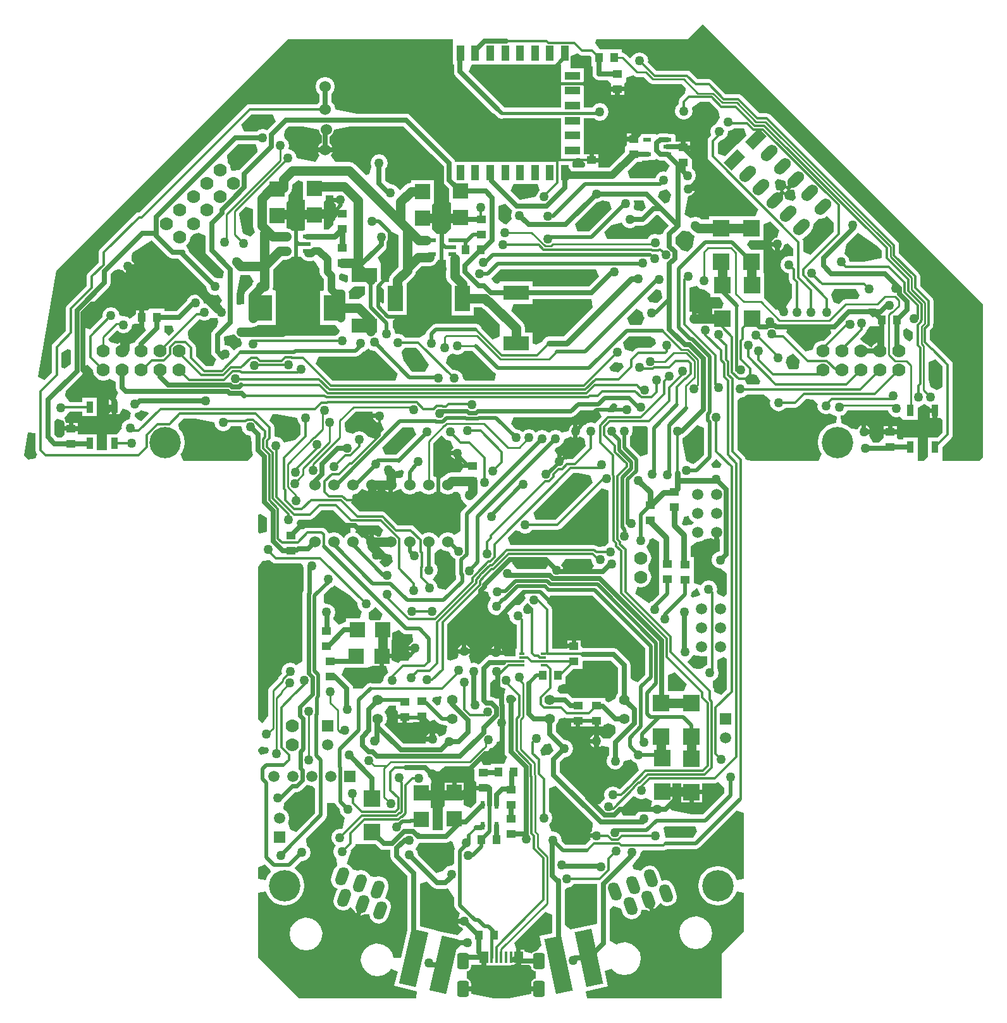
<source format=gtl>
%FSLAX24Y24*%
%MOIN*%
G70*
G01*
G75*
G04 Layer_Physical_Order=1*
G04 Layer_Color=255*
%ADD10R,0.0400X0.0500*%
%ADD11R,0.0800X0.0800*%
%ADD12R,0.0500X0.0400*%
%ADD13R,0.0394X0.0787*%
%ADD14R,0.0787X0.0394*%
%ADD15R,0.0433X0.0236*%
%ADD16R,0.0295X0.0118*%
%ADD17R,0.0870X0.0866*%
%ADD18R,0.1335X0.0772*%
%ADD19R,0.0787X0.1378*%
%ADD20R,0.0800X0.0800*%
%ADD21R,0.0394X0.0217*%
G04:AMPARAMS|DCode=22|XSize=90.6mil|YSize=295.3mil|CornerRadius=0mil|HoleSize=0mil|Usage=FLASHONLY|Rotation=167.000|XOffset=0mil|YOffset=0mil|HoleType=Round|Shape=Rectangle|*
%AMROTATEDRECTD22*
4,1,4,0.0773,0.1337,0.0109,-0.1540,-0.0773,-0.1337,-0.0109,0.1540,0.0773,0.1337,0.0*
%
%ADD22ROTATEDRECTD22*%

G04:AMPARAMS|DCode=23|XSize=90.6mil|YSize=295.3mil|CornerRadius=0mil|HoleSize=0mil|Usage=FLASHONLY|Rotation=192.000|XOffset=0mil|YOffset=0mil|HoleType=Round|Shape=Rectangle|*
%AMROTATEDRECTD23*
4,1,4,0.0136,0.1538,0.0750,-0.1350,-0.0136,-0.1538,-0.0750,0.1350,0.0136,0.1538,0.0*
%
%ADD23ROTATEDRECTD23*%

%ADD24R,0.0354X0.0591*%
%ADD25R,0.0236X0.0433*%
%ADD26R,0.0453X0.0591*%
%ADD27R,0.0157X0.0591*%
%ADD28C,0.0250*%
%ADD29C,0.0315*%
%ADD30C,0.0200*%
%ADD31C,0.0120*%
%ADD32C,0.0100*%
%ADD33C,0.0157*%
%ADD34C,0.0500*%
%ADD35C,0.0394*%
%ADD36C,0.0197*%
%ADD37C,0.0238*%
%ADD38C,0.0217*%
%ADD39C,0.0161*%
%ADD40C,0.0150*%
%ADD41C,0.0700*%
%ADD42C,0.0551*%
G04:AMPARAMS|DCode=43|XSize=99.4mil|YSize=60mil|CornerRadius=0mil|HoleSize=0mil|Usage=FLASHONLY|Rotation=45.000|XOffset=0mil|YOffset=0mil|HoleType=Round|Shape=Round|*
%AMOVALD43*
21,1,0.0394,0.0600,0.0000,0.0000,45.0*
1,1,0.0600,-0.0139,-0.0139*
1,1,0.0600,0.0139,0.0139*
%
%ADD43OVALD43*%

G04:AMPARAMS|DCode=44|XSize=99.4mil|YSize=60mil|CornerRadius=0mil|HoleSize=0mil|Usage=FLASHONLY|Rotation=45.000|XOffset=0mil|YOffset=0mil|HoleType=Round|Shape=Rectangle|*
%AMROTATEDRECTD44*
4,1,4,-0.0139,-0.0563,-0.0563,-0.0139,0.0139,0.0563,0.0563,0.0139,-0.0139,-0.0563,0.0*
%
%ADD44ROTATEDRECTD44*%

%ADD45C,0.0600*%
%ADD46C,0.0591*%
%ADD47R,0.0591X0.0591*%
%ADD48R,0.0591X0.0591*%
G04:AMPARAMS|DCode=49|XSize=60mil|YSize=99.4mil|CornerRadius=0mil|HoleSize=0mil|Usage=FLASHONLY|Rotation=20.000|XOffset=0mil|YOffset=0mil|HoleType=Round|Shape=Round|*
%AMOVALD49*
21,1,0.0394,0.0600,0.0000,0.0000,110.0*
1,1,0.0600,0.0067,-0.0185*
1,1,0.0600,-0.0067,0.0185*
%
%ADD49OVALD49*%

G04:AMPARAMS|DCode=50|XSize=60mil|YSize=99.4mil|CornerRadius=0mil|HoleSize=0mil|Usage=FLASHONLY|Rotation=340.000|XOffset=0mil|YOffset=0mil|HoleType=Round|Shape=Round|*
%AMOVALD50*
21,1,0.0394,0.0600,0.0000,0.0000,70.0*
1,1,0.0600,-0.0067,-0.0185*
1,1,0.0600,0.0067,0.0185*
%
%ADD50OVALD50*%

G04:AMPARAMS|DCode=51|XSize=86.6mil|YSize=63mil|CornerRadius=15.7mil|HoleSize=0mil|Usage=FLASHONLY|Rotation=90.000|XOffset=0mil|YOffset=0mil|HoleType=Round|Shape=RoundedRectangle|*
%AMROUNDEDRECTD51*
21,1,0.0866,0.0315,0,0,90.0*
21,1,0.0551,0.0630,0,0,90.0*
1,1,0.0315,0.0157,0.0276*
1,1,0.0315,0.0157,-0.0276*
1,1,0.0315,-0.0157,-0.0276*
1,1,0.0315,-0.0157,0.0276*
%
%ADD51ROUNDEDRECTD51*%
%ADD52C,0.1654*%
%ADD53C,0.0500*%
G36*
X9891Y-202D02*
X10000Y-365D01*
X10164Y-475D01*
X10164Y-475D01*
X10025Y-625D01*
X10027Y-622D01*
X9634Y-629D01*
X9537Y-532D01*
X9670Y-162D01*
X9879Y-141D01*
X9891Y-202D01*
D02*
G37*
G36*
X5650Y1184D02*
Y-1442D01*
X5670Y-1543D01*
X5670Y-1543D01*
X5596Y-1628D01*
X5596D01*
X5596Y-1628D01*
X5447Y-1727D01*
X5122Y-1786D01*
X5093Y-1757D01*
X5007Y-1700D01*
X4905Y-1679D01*
X497D01*
X362Y-1353D01*
X375Y-1287D01*
X752Y-910D01*
X947Y-930D01*
X1095Y-1029D01*
X1271Y-1064D01*
X1447Y-1029D01*
X1595Y-930D01*
X1635Y-870D01*
X2972D01*
X3073Y-850D01*
X3160Y-793D01*
X3160Y-793D01*
X3160Y-793D01*
X5286Y1334D01*
X5650Y1184D01*
D02*
G37*
G36*
X-12350Y-245D02*
Y-960D01*
X-12727Y-1074D01*
X-12795Y-972D01*
Y-76D01*
X-12677Y-27D01*
X-12350Y-245D01*
D02*
G37*
G36*
X4706Y1995D02*
X4820Y1618D01*
X2862Y-340D01*
X1837D01*
X1686Y24D01*
X3785Y2122D01*
X4067D01*
X4706Y1995D01*
D02*
G37*
G36*
X-5117Y2196D02*
X-5125Y2155D01*
Y2151D01*
X-5163Y1940D01*
X-5300Y1846D01*
X-5529Y1854D01*
X-5619Y2138D01*
X-5606Y2159D01*
X-5600Y2188D01*
X-5223Y2303D01*
X-5117Y2196D01*
D02*
G37*
G36*
X-5699Y1102D02*
X-5663Y1109D01*
X-5531Y1198D01*
X-5531Y1198D01*
Y1198D01*
X-5290Y1291D01*
X-5290D01*
X-5179Y1126D01*
X-5014Y1015D01*
X-4819Y976D01*
X-4624Y1015D01*
X-4458Y1126D01*
X-4206Y1152D01*
X-4179Y1126D01*
X-4179Y1126D01*
Y1126D01*
X-4014Y1015D01*
X-3819Y976D01*
X-3624Y1015D01*
X-3458Y1126D01*
X-3206Y1152D01*
X-3179Y1126D01*
X-3179Y1126D01*
Y1126D01*
X-3014Y1015D01*
X-2819Y976D01*
X-2624Y1015D01*
X-2458Y1126D01*
X-2279Y1124D01*
X-2135Y946D01*
Y946D01*
X-2135D01*
D01*
D01*
D01*
X-2100Y770D01*
X-2000Y621D01*
X-2000D01*
D01*
Y621D01*
D01*
X-2000D01*
X-1812Y392D01*
X-2035Y169D01*
X-2101Y70D01*
X-2125Y-47D01*
Y-930D01*
X-2338Y-1073D01*
X-2472Y-1144D01*
X-2624Y-1043D01*
X-2819Y-1004D01*
X-3014Y-1043D01*
X-3179Y-1153D01*
X-3290Y-1319D01*
D01*
X-3458Y-1153D01*
X-3458Y-1153D01*
Y-1153D01*
X-3624Y-1043D01*
X-3819Y-1004D01*
X-4014Y-1043D01*
X-4161Y-1141D01*
X-4587Y-714D01*
X-4673Y-657D01*
X-4775Y-637D01*
X-5428D01*
X-6069Y4D01*
X-6155Y61D01*
X-6256Y82D01*
X-7455D01*
X-7907Y533D01*
X-7819Y976D01*
X-7624Y1015D01*
X-7458Y1126D01*
X-7348Y1291D01*
X-7348D01*
D01*
X-7107Y1198D01*
X-7107Y1198D01*
Y1198D01*
X-6975Y1109D01*
X-6939Y1102D01*
Y1486D01*
X-6699D01*
Y1102D01*
X-6663Y1109D01*
X-6531Y1198D01*
X-6516Y1220D01*
X-6122D01*
X-6107Y1198D01*
X-5975Y1109D01*
X-5939Y1102D01*
Y1486D01*
X-5699D01*
Y1102D01*
D02*
G37*
G36*
X-8103Y-567D02*
X-8017Y-624D01*
X-7953Y-637D01*
X-7953Y-1031D01*
X-8014Y-1043D01*
X-8179Y-1153D01*
X-8290Y-1319D01*
D01*
X-8458Y-1153D01*
X-8458Y-1153D01*
Y-1153D01*
X-8624Y-1043D01*
X-8819Y-1004D01*
X-9014Y-1043D01*
X-9088Y-1092D01*
X-9110Y-1017D01*
Y-1017D01*
D01*
D01*
D01*
X-9110Y-1017D01*
X-9124Y-996D01*
X-9124Y-996D01*
X-9168Y-931D01*
Y-931D01*
X-9275Y-824D01*
X-9361Y-767D01*
X-9462Y-747D01*
X-10192D01*
X-10192Y-747D01*
X-10294Y-767D01*
X-10380Y-824D01*
X-10393Y-838D01*
X-10690Y-807D01*
X-10774Y-530D01*
X-10768Y-521D01*
X-10763Y-494D01*
X-10675Y-332D01*
X-10072D01*
X-9971Y-311D01*
X-9885Y-254D01*
X-9885Y-254D01*
X-9885Y-254D01*
X-9469Y162D01*
X-8832D01*
X-8103Y-567D01*
D02*
G37*
G36*
X-6208Y-884D02*
X-6358Y-1248D01*
X-6516D01*
X-6531Y-1225D01*
X-6663Y-1137D01*
X-6699Y-1130D01*
Y-1514D01*
X-6939D01*
Y-1130D01*
X-6975Y-1137D01*
X-7107Y-1225D01*
X-7107Y-1225D01*
Y-1225D01*
X-7348Y-1319D01*
D01*
X-7458Y-1153D01*
X-7624Y-1043D01*
X-7658Y-1036D01*
X-7619Y-644D01*
X-6447D01*
X-6208Y-884D01*
D02*
G37*
G36*
X8322Y-1524D02*
Y-2264D01*
X8312D01*
Y-3064D01*
Y-3864D01*
X8312D01*
X8312Y-4273D01*
X7948Y-4637D01*
X7927Y-4641D01*
X7779Y-4740D01*
X7053Y-4256D01*
X7204Y-3892D01*
X7350Y-3921D01*
X7565Y-3878D01*
X7747Y-3757D01*
X7868Y-3575D01*
X7911Y-3360D01*
X7868Y-3146D01*
X7747Y-2964D01*
Y-2757D01*
X7868Y-2575D01*
X7911Y-2360D01*
X7868Y-2146D01*
X7747Y-1964D01*
X7747Y-1964D01*
X7747D01*
X7675Y-1773D01*
X7675Y-1773D01*
X7774Y-1624D01*
X7809Y-1449D01*
X7803Y-1418D01*
X7984Y-1322D01*
X8322Y-1524D01*
D02*
G37*
G36*
X-3014Y-1985D02*
X-2819Y-2024D01*
X-2819Y-2024D01*
X-2819Y-2024D01*
X-2679Y-2117D01*
X-2668Y-2171D01*
X-2569Y-2320D01*
X-2420Y-2419D01*
X-2420Y-2419D01*
X-2420D01*
X-2403Y-2444D01*
X-2405Y-2452D01*
Y-3207D01*
X-2381Y-3324D01*
X-2362Y-3354D01*
Y-3473D01*
X-2916Y-4028D01*
X-3330Y-3946D01*
X-3365Y-3770D01*
X-3464Y-3621D01*
X-3613Y-3522D01*
X-3489Y-3321D01*
X-3489Y-3321D01*
X-3489D01*
X-3389Y-3172D01*
X-3354Y-2997D01*
X-3389Y-2821D01*
X-3489Y-2672D01*
X-3507Y-2660D01*
Y-2356D01*
X-3513Y-2327D01*
Y-2097D01*
X-3301Y-1956D01*
X-3166Y-1883D01*
X-3014Y-1985D01*
D02*
G37*
G36*
X10499Y-4282D02*
X10475Y-4341D01*
X10098Y-4455D01*
X9995Y-4386D01*
X10014Y-4287D01*
X10014Y-4287D01*
Y-4186D01*
X10315Y-3938D01*
X10499Y-4282D01*
D02*
G37*
G36*
X4753Y-2444D02*
X4753Y-2445D01*
X4788Y-2621D01*
X4887Y-2770D01*
X4649Y-3126D01*
X3372D01*
X3274Y-3007D01*
X3247Y-2870D01*
X3169Y-2754D01*
X3403Y-2405D01*
X4714D01*
X4753Y-2444D01*
D02*
G37*
G36*
X11477Y-1395D02*
X11526Y-1389D01*
Y-2013D01*
X11380Y-2042D01*
X11231Y-2142D01*
X11131Y-2291D01*
X11096Y-2466D01*
X11131Y-2642D01*
X11231Y-2791D01*
X11380Y-2890D01*
X11555Y-2925D01*
X11573Y-2921D01*
X11877Y-3171D01*
Y-4290D01*
X11734Y-4408D01*
X11378Y-4239D01*
Y-4184D01*
X11368Y-4136D01*
X11394Y-4007D01*
X11359Y-3831D01*
X11260Y-3682D01*
X11111Y-3583D01*
X10935Y-3548D01*
X10760Y-3583D01*
X10611Y-3682D01*
X10535Y-3796D01*
X10158Y-3681D01*
Y-3104D01*
Y-2304D01*
X10005D01*
Y-1754D01*
X10310Y-1504D01*
X10357Y-1513D01*
X10550Y-1475D01*
X10714Y-1365D01*
X10714D01*
Y-1365D01*
X11072Y-1293D01*
X11072Y-1293D01*
D01*
X11072Y-1293D01*
Y-1293D01*
X11203Y-1381D01*
X11237Y-1387D01*
Y-1008D01*
X11477D01*
Y-1395D01*
D02*
G37*
G36*
X-5760Y-2219D02*
X-5695Y-2547D01*
X-5973Y-2825D01*
X-6011Y-2818D01*
X-6169Y-2849D01*
X-6422Y-2570D01*
X-6309Y-2453D01*
X-6309D01*
X-6309Y-2453D01*
X-6309Y-2453D01*
X-6309Y-2453D01*
D01*
X-6232Y-2337D01*
X-6205Y-2201D01*
X-6209Y-2178D01*
X-6136Y-2105D01*
X-5760Y-2219D01*
D02*
G37*
G36*
X2561Y-2599D02*
X2375Y-2946D01*
X816D01*
X581Y-2630D01*
X649Y-2405D01*
X2431D01*
X2561Y-2599D01*
D02*
G37*
G36*
X10681Y4496D02*
Y3076D01*
X10368Y2763D01*
X10119Y2597D01*
X9952Y2666D01*
X9939Y2675D01*
X9923Y2678D01*
X9756Y2747D01*
X9557Y3744D01*
Y3947D01*
X9617Y3987D01*
X9627Y4003D01*
X9640Y4005D01*
X9747Y4077D01*
X10317Y4647D01*
X10681Y4496D01*
D02*
G37*
G36*
X5296Y5084D02*
X5026Y4813D01*
X4968Y4727D01*
D01*
X4911Y4758D01*
D01*
X4911Y4758D01*
X4911Y4758D01*
X4735Y4793D01*
X4560Y4758D01*
X4411Y4659D01*
Y4659D01*
X4162Y4579D01*
X4162Y4579D01*
Y4579D01*
X4046Y4656D01*
X4030Y4660D01*
Y4327D01*
Y3994D01*
X4046Y3997D01*
X4123Y4048D01*
X4386Y3908D01*
X4444Y3518D01*
X3774Y2848D01*
X3473D01*
X3473Y2848D01*
X3419Y2837D01*
X3392Y2855D01*
Y2855D01*
X3392Y2855D01*
X3315Y2971D01*
X3199Y3048D01*
X3183Y3051D01*
Y2718D01*
X2943D01*
Y3079D01*
X2835Y3281D01*
X2866Y3440D01*
X3050Y3513D01*
X3050D01*
X3198Y3613D01*
X3298Y3761D01*
X3326Y3902D01*
X3690Y4053D01*
X3773Y3997D01*
X3790Y3994D01*
Y4327D01*
Y4660D01*
X3773Y4656D01*
X3657Y4579D01*
X3580Y4463D01*
X3553Y4327D01*
X3553Y4327D01*
X3198Y4261D01*
X3050Y4361D01*
X2874Y4396D01*
X2698Y4361D01*
X2550Y4261D01*
X2490D01*
X2341Y4361D01*
X2165Y4396D01*
X1990Y4361D01*
X1841Y4261D01*
X1797Y4301D01*
X1797Y4301D01*
X1648Y4400D01*
X1472Y4435D01*
X1297Y4400D01*
X1148Y4301D01*
X1110D01*
X961Y4400D01*
X785Y4435D01*
X770Y4432D01*
X521Y4737D01*
X653Y5056D01*
X3672D01*
X3797Y5081D01*
X3902Y5151D01*
X4181Y5430D01*
X5106D01*
X5111Y5431D01*
X5296Y5084D01*
D02*
G37*
G36*
X7742Y4500D02*
Y3114D01*
X7365Y2999D01*
X7340Y3037D01*
X7340Y3037D01*
X6804Y3573D01*
Y4016D01*
X6900Y4160D01*
X6935Y4335D01*
D01*
D01*
D01*
X6935Y4335D01*
X6935Y4335D01*
X6941Y4588D01*
D01*
X7670D01*
X7742Y4500D01*
D02*
G37*
G36*
X-3151Y4114D02*
X-3007Y3951D01*
D01*
X-3007Y3951D01*
X-3007Y3951D01*
X-3007Y3951D01*
X-3007Y3951D01*
D01*
X-2858Y3852D01*
X-2683Y3817D01*
X-2659Y3822D01*
X-2508Y3458D01*
X-2557Y3425D01*
Y3425D01*
X-2557Y3425D01*
X-2557Y3425D01*
X-2634Y3309D01*
X-2638Y3293D01*
X-2305D01*
Y3173D01*
X-2185D01*
Y2840D01*
X-2168Y2843D01*
X-1943Y2507D01*
X-2129Y2160D01*
X-2604D01*
X-2780Y2125D01*
X-2929Y2025D01*
X-2993Y1961D01*
X-3014Y1957D01*
X-3179Y1847D01*
X-3187Y1835D01*
X-3564Y1949D01*
Y3700D01*
X-3151Y4114D01*
Y4114D01*
D02*
G37*
G36*
X-18612Y5308D02*
X-18586Y5245D01*
X-18976Y4855D01*
X-19186Y4968D01*
X-19306Y5128D01*
X-19271Y5304D01*
X-19121Y5333D01*
X-18989Y5422D01*
X-18612Y5308D01*
D02*
G37*
G36*
X6029Y5775D02*
X6115Y5669D01*
X5947Y5314D01*
X5639D01*
X5634Y5325D01*
X5605Y5471D01*
X5854Y5775D01*
X6028D01*
X6029Y5775D01*
D02*
G37*
G36*
X-21520Y7560D02*
X-21521Y7551D01*
X-21479Y7337D01*
X-21357Y7155D01*
X-21175Y7033D01*
X-20961Y6990D01*
X-20746Y7033D01*
X-20639Y7104D01*
X-20292Y6919D01*
Y6610D01*
X-20267Y6483D01*
X-20195Y6376D01*
X-20185Y6365D01*
X-20335Y6002D01*
X-20661D01*
Y5726D01*
X-20384D01*
Y5606D01*
X-20264D01*
Y5211D01*
X-20107D01*
Y5211D01*
X-19931Y5540D01*
X-19640Y5439D01*
X-19494Y5293D01*
X-19561Y4955D01*
X-19710Y4925D01*
X-19859Y4826D01*
X-19959Y4677D01*
X-19994Y4502D01*
X-19989Y4477D01*
X-20238Y4172D01*
X-20761D01*
Y3324D01*
X-21306D01*
Y4172D01*
X-22060D01*
Y4172D01*
X-22315D01*
X-22315Y4348D01*
X-22315Y4348D01*
X-22315Y4348D01*
Y4349D01*
X-23015D01*
Y4348D01*
X-23015Y4348D01*
X-23015Y4348D01*
X-23015Y4169D01*
D01*
X-23115Y4069D01*
D01*
X-23184Y4001D01*
X-23394D01*
X-23551Y4158D01*
Y4872D01*
X-23404Y4992D01*
X-23033Y4860D01*
X-23015Y4769D01*
X-23015Y4769D01*
X-23015Y4769D01*
Y4589D01*
X-22785D01*
Y4769D01*
X-22948D01*
X-23001Y5037D01*
X-22752Y5341D01*
X-22060D01*
Y5111D01*
X-21306D01*
Y6102D01*
X-22060D01*
Y5871D01*
X-22737D01*
X-22987Y6176D01*
X-22930Y6464D01*
X-22122Y7272D01*
X-22051Y7379D01*
X-22025Y7506D01*
Y7727D01*
X-21824Y7810D01*
X-21520Y7560D01*
D02*
G37*
G36*
X22597Y5584D02*
Y5539D01*
X22874D01*
Y5419D01*
X22994D01*
Y5024D01*
X23151D01*
D01*
X23151D01*
X23274Y4902D01*
Y4265D01*
X22994Y3985D01*
X22497D01*
Y2995D01*
D01*
Y2995D01*
X22258Y2756D01*
X21952D01*
Y2756D01*
Y2995D01*
X21952Y3034D01*
X21952Y3034D01*
X21952Y3034D01*
Y3985D01*
X21198D01*
Y3886D01*
X20954D01*
X20854Y3986D01*
Y3986D01*
X20854Y4165D01*
X20854Y4165D01*
X20854Y4165D01*
Y4166D01*
X20154D01*
Y4165D01*
X20154Y4165D01*
X20154Y4165D01*
X20154Y3986D01*
D01*
X20054Y3886D01*
D01*
X19907Y3740D01*
X19583D01*
X19397Y4087D01*
X19441Y4153D01*
X19445Y4169D01*
X19112D01*
Y4289D01*
X18992D01*
Y4622D01*
X18975Y4619D01*
X18859Y4542D01*
X18782Y4426D01*
X18782Y4426D01*
Y4426D01*
X18449Y4472D01*
X18234Y4637D01*
X17985Y4740D01*
X17909Y4750D01*
X17896Y5144D01*
X18010Y5167D01*
X18159Y5266D01*
X18259Y5415D01*
X18262Y5434D01*
X20391D01*
X20411Y5334D01*
X20510Y5185D01*
X20659Y5085D01*
X20835Y5050D01*
X21010Y5085D01*
X21010Y5085D01*
X21010D01*
X21010D01*
D01*
D01*
D01*
D01*
X21198Y4924D01*
Y4924D01*
X21952D01*
Y5546D01*
X22290Y5749D01*
X22597Y5584D01*
D02*
G37*
G36*
X-6772Y5347D02*
X-6765Y5249D01*
X-6399D01*
Y5009D01*
X-6732D01*
X-6728Y4992D01*
X-6651Y4876D01*
X-6535Y4799D01*
X-6399Y4772D01*
X-6351Y4781D01*
X-6166Y4434D01*
X-6668Y3931D01*
X-7045Y4045D01*
X-7047Y4055D01*
X-7146Y4204D01*
X-7295Y4303D01*
X-7471Y4338D01*
X-7646Y4303D01*
X-7795Y4204D01*
X-7796Y4203D01*
X-8182Y4279D01*
X-8247Y4607D01*
Y4775D01*
X-7675Y5347D01*
X-6772D01*
Y5347D01*
D02*
G37*
G36*
X14047Y6107D02*
X14183Y5942D01*
X14162Y5832D01*
X14197Y5657D01*
X14296Y5508D01*
X14445Y5408D01*
X14620Y5373D01*
X14796Y5408D01*
X14945Y5508D01*
X14985Y5567D01*
X15500D01*
X15601Y5587D01*
X15687Y5645D01*
X16057Y6015D01*
X16450Y5995D01*
X16677Y5719D01*
X16667Y5669D01*
X16702Y5494D01*
X16802Y5345D01*
X16950Y5245D01*
X17126Y5210D01*
X17302Y5245D01*
X17332Y5266D01*
X17676Y5075D01*
X17666Y4769D01*
X17448Y4740D01*
X17199Y4637D01*
X16984Y4472D01*
X16820Y4258D01*
X16716Y4008D01*
X16681Y3740D01*
X16716Y3472D01*
X16820Y3222D01*
X16907Y3109D01*
X16732Y2756D01*
X13205D01*
X12876Y2822D01*
X12856Y2923D01*
X12798Y3009D01*
X12798Y3009D01*
X12449Y3359D01*
Y5957D01*
X12606Y6086D01*
X12782Y6121D01*
X12931Y6220D01*
X12948Y6246D01*
X13840D01*
X14047Y6107D01*
D02*
G37*
G36*
X-15102Y4780D02*
X-15067Y4604D01*
X-14968Y4455D01*
X-14819Y4356D01*
X-14643Y4321D01*
X-14468Y4356D01*
X-14319Y4455D01*
X-14233Y4584D01*
X-13711D01*
X-13680Y4545D01*
X-13645Y4370D01*
X-13545Y4221D01*
X-13396Y4121D01*
X-13221Y4086D01*
X-13143Y3693D01*
Y3315D01*
X-13117Y3188D01*
X-13061Y3103D01*
X-13104Y3022D01*
X-13370Y2756D01*
X-16732D01*
X-16907Y3109D01*
X-16820Y3222D01*
X-16716Y3472D01*
X-16681Y3740D01*
X-16716Y4008D01*
X-16820Y4258D01*
X-16984Y4472D01*
X-16999Y4697D01*
X-16730Y4985D01*
X-16134D01*
X-15102Y4780D01*
D02*
G37*
G36*
X11634Y2578D02*
X11541Y2404D01*
X11147D01*
X11052Y2582D01*
X11203Y2733D01*
X11203D01*
X11203Y2733D01*
X11203D01*
D01*
Y2733D01*
X11354Y2858D01*
Y2858D01*
X11634Y2578D01*
D02*
G37*
G36*
X25394Y11024D02*
Y7480D01*
Y2953D01*
X25197Y2756D01*
X23251D01*
Y2995D01*
X23251D01*
Y3492D01*
X23726Y3967D01*
X23784Y4053D01*
X23804Y4155D01*
Y7840D01*
X23804Y7840D01*
X23784Y7942D01*
X23726Y8028D01*
X23726Y8028D01*
X22899Y8855D01*
X22813Y8912D01*
X22812Y8913D01*
X22599Y9125D01*
Y9648D01*
X22696Y9745D01*
X22754Y9831D01*
X22774Y9933D01*
Y9966D01*
X22787Y10032D01*
Y11180D01*
X22767Y11282D01*
X22710Y11368D01*
X22084Y11993D01*
Y12485D01*
X22064Y12586D01*
X22007Y12672D01*
X20970Y13709D01*
Y14080D01*
X20963Y14116D01*
Y14128D01*
X20943Y14230D01*
X20885Y14316D01*
X14191Y21010D01*
X14105Y21067D01*
X14004Y21087D01*
X13609D01*
X12675Y22021D01*
X12589Y22079D01*
X12488Y22099D01*
X11833D01*
X11135Y22797D01*
X11049Y22855D01*
X10947Y22875D01*
X10372D01*
X9995Y23252D01*
X9909Y23309D01*
X9808Y23330D01*
X8187D01*
X7740Y23776D01*
X7754Y23846D01*
X7719Y24022D01*
X7620Y24171D01*
X7471Y24270D01*
X7295Y24305D01*
X7120Y24270D01*
X6971Y24171D01*
X6971Y24171D01*
X6971D01*
X6971D01*
D01*
Y24171D01*
X6780Y23994D01*
X6571Y24203D01*
X6488Y24258D01*
X6391Y24278D01*
X6352D01*
Y24473D01*
X5193D01*
X4958Y24789D01*
X5022Y25000D01*
X9843D01*
X10630Y25787D01*
X25394Y11024D01*
D02*
G37*
G36*
X-10757Y5022D02*
X-10722Y4846D01*
X-10623Y4697D01*
X-10563Y4658D01*
Y4172D01*
X-10890Y3845D01*
X-11442Y3736D01*
X-11542Y3884D01*
X-11691Y3984D01*
X-11866Y4019D01*
X-11944Y4083D01*
Y4513D01*
X-11965Y4614D01*
X-12022Y4700D01*
X-12198Y4876D01*
X-12047Y5240D01*
X-11854D01*
X-10757Y5022D01*
D02*
G37*
G36*
X-4490Y4172D02*
X-5557Y3104D01*
X-6116D01*
X-6267Y3468D01*
X-5199Y4535D01*
X-4640D01*
X-4490Y4172D01*
D02*
G37*
G36*
X-24540Y4218D02*
Y3313D01*
X-24540Y3313D01*
X-24540D01*
X-24520Y3212D01*
X-24463Y3126D01*
X-24457Y3120D01*
X-24556Y2880D01*
X-24945Y2821D01*
X-25144Y3058D01*
X-24933Y4253D01*
X-24540Y4218D01*
D02*
G37*
G36*
X7069Y-14926D02*
X7218Y-15026D01*
X7393Y-15061D01*
X7569Y-15026D01*
X7618Y-14993D01*
X7965Y-15179D01*
D01*
X7904Y-15463D01*
Y-15463D01*
X7877Y-15599D01*
X7877Y-15599D01*
X7877Y-15599D01*
X7691Y-15673D01*
X7515Y-15638D01*
X7340Y-15673D01*
X7191Y-15772D01*
X7091Y-15921D01*
X7084Y-15959D01*
X6425D01*
X6274Y-15595D01*
X6955Y-14915D01*
X7069Y-14926D01*
D02*
G37*
G36*
X-8768Y-15264D02*
X-8757Y-15321D01*
X-8691Y-15420D01*
X-8513Y-15598D01*
X-8517Y-15622D01*
X-8482Y-15798D01*
X-8383Y-15946D01*
X-8243Y-16040D01*
X-8240Y-16075D01*
X-8337Y-16564D01*
X-8423Y-16649D01*
X-8493Y-16635D01*
X-8668Y-16670D01*
X-8817Y-16770D01*
X-8916Y-16919D01*
X-8951Y-17094D01*
X-8916Y-17270D01*
X-8817Y-17419D01*
X-8817Y-17419D01*
X-8706Y-17522D01*
X-8806Y-17671D01*
X-8841Y-17847D01*
X-8806Y-18022D01*
X-8706Y-18171D01*
X-8662Y-18201D01*
X-8654Y-18594D01*
X-8690Y-18621D01*
X-8793Y-18791D01*
X-8928Y-19161D01*
X-8958Y-19358D01*
X-8911Y-19551D01*
X-8793Y-19711D01*
X-8623Y-19815D01*
D01*
X-8669Y-19901D01*
X-8669Y-19901D01*
D01*
X-8804Y-20271D01*
X-8834Y-20467D01*
X-8787Y-20660D01*
X-8669Y-20821D01*
X-8499Y-20924D01*
X-8303Y-20954D01*
X-8109Y-20907D01*
X-7949Y-20789D01*
X-7949Y-20789D01*
Y-20789D01*
X-7755Y-20959D01*
Y-20959D01*
X-7755Y-20959D01*
X-7661Y-21088D01*
X-7629Y-21107D01*
X-7431Y-20561D01*
X-7205Y-20643D01*
X-7404Y-21189D01*
X-7367Y-21194D01*
X-7213Y-21157D01*
X-7213Y-21157D01*
X-7213Y-21157D01*
X-6955Y-21151D01*
X-6908Y-21344D01*
X-6790Y-21505D01*
X-6620Y-21608D01*
X-6423Y-21638D01*
X-6230Y-21591D01*
X-6070Y-21473D01*
X-5966Y-21303D01*
X-5832Y-20933D01*
X-5802Y-20737D01*
X-5849Y-20544D01*
X-5966Y-20383D01*
X-6137Y-20280D01*
X-6091Y-20194D01*
X-6091Y-20194D01*
D01*
X-5956Y-19824D01*
X-5926Y-19627D01*
X-5973Y-19434D01*
X-6091Y-19274D01*
X-6261Y-19171D01*
X-6457Y-19140D01*
X-6650Y-19188D01*
X-6897Y-19126D01*
X-6913Y-19092D01*
Y-19092D01*
X-6913Y-19092D01*
X-7030Y-18932D01*
X-7200Y-18829D01*
X-7397Y-18798D01*
X-7590Y-18846D01*
X-7836Y-18784D01*
X-7852Y-18750D01*
Y-18750D01*
X-7852Y-18750D01*
X-7970Y-18590D01*
X-8140Y-18487D01*
D01*
X-8140Y-18487D01*
X-7958Y-18022D01*
Y-18022D01*
X-7923Y-17847D01*
X-7937Y-17777D01*
X-7748Y-17588D01*
X-7690Y-17502D01*
X-7677Y-17435D01*
X-7429D01*
Y-17435D01*
X-6630D01*
X-6405Y-17659D01*
X-6298Y-17731D01*
X-6171Y-17756D01*
X-5826D01*
Y-18087D01*
X-5801Y-18214D01*
X-5729Y-18321D01*
X-5729Y-18321D01*
X-5729Y-18321D01*
X-4944Y-19106D01*
Y-21970D01*
X-5284Y-23442D01*
X-5678Y-23444D01*
X-5742Y-23184D01*
X-5941Y-22912D01*
X-6230Y-22736D01*
X-6564Y-22685D01*
X-6893Y-22765D01*
X-7165Y-22965D01*
X-7341Y-23254D01*
X-7392Y-23588D01*
X-7312Y-23917D01*
X-7112Y-24189D01*
X-6823Y-24364D01*
X-6489Y-24416D01*
X-6161Y-24336D01*
X-5888Y-24136D01*
X-5816Y-24017D01*
X-5451Y-24166D01*
X-5626Y-24923D01*
X-4427Y-25199D01*
X-4472Y-25591D01*
X-10630D01*
X-12795Y-23425D01*
Y-22047D01*
Y-20003D01*
X-12409Y-19926D01*
X-12314Y-20156D01*
X-12150Y-20370D01*
X-11935Y-20535D01*
X-11685Y-20638D01*
X-11417Y-20673D01*
X-11149Y-20638D01*
X-10900Y-20535D01*
X-10685Y-20370D01*
X-10520Y-20156D01*
X-10417Y-19906D01*
X-10382Y-19638D01*
X-10417Y-19370D01*
X-10520Y-19120D01*
X-10685Y-18905D01*
D01*
X-10685Y-18906D01*
X-10685Y-18905D01*
X-10685Y-18905D01*
X-10685Y-18905D01*
Y-18905D01*
Y-18905D01*
X-10905Y-18713D01*
X-10538Y-18346D01*
X-10514Y-18351D01*
X-10338Y-18316D01*
X-10190Y-18216D01*
X-10090Y-18067D01*
X-10055Y-17892D01*
X-10090Y-17716D01*
X-10190Y-17567D01*
X-10241Y-17533D01*
X-10277Y-17161D01*
X-10272Y-17134D01*
X-9280Y-16142D01*
X-9213Y-16042D01*
X-9190Y-15925D01*
X-9190Y-15925D01*
X-9190Y-15925D01*
Y-15925D01*
Y-15407D01*
X-9162Y-15264D01*
X-8768Y-15264D01*
D02*
G37*
G36*
X-10160Y-14348D02*
X-9967Y-14386D01*
X-9802Y-14522D01*
Y-15799D01*
X-10814Y-16811D01*
X-11123Y-16683D01*
X-11237Y-16306D01*
X-11207Y-16260D01*
X-11168Y-16067D01*
X-11207Y-15874D01*
X-11316Y-15710D01*
X-11480Y-15600D01*
D01*
X-11434Y-15323D01*
X-11334Y-15174D01*
X-11333Y-15169D01*
X-10861Y-14697D01*
X-10764D01*
X-10639Y-14672D01*
X-10534Y-14602D01*
X-10247Y-14315D01*
X-10219Y-14309D01*
X-10160Y-14348D01*
D02*
G37*
G36*
X11495Y-14213D02*
X11775Y-14494D01*
Y-14741D01*
X10628Y-15889D01*
X10047D01*
X9022Y-15685D01*
X8901Y-15586D01*
X8840Y-15278D01*
X8950Y-15204D01*
X9035D01*
Y-14791D01*
X8500D01*
Y-14551D01*
X9035D01*
Y-14243D01*
X9506D01*
Y-14581D01*
X10576D01*
Y-14243D01*
X11259D01*
X11361Y-14223D01*
X11428Y-14178D01*
X11495Y-14213D01*
D02*
G37*
G36*
X-12297Y-12340D02*
X-12242Y-12472D01*
X-12255Y-12491D01*
X-12287Y-12649D01*
X-12673Y-12726D01*
X-12795Y-12543D01*
Y-12460D01*
X-12689Y-12301D01*
X-12297Y-12340D01*
D02*
G37*
G36*
X170Y-12058D02*
X182Y-12120D01*
Y-12577D01*
X208Y-12704D01*
X279Y-12811D01*
X313Y-12845D01*
X163Y-13209D01*
X-545D01*
Y-13281D01*
X-944D01*
X-1095Y-12918D01*
X-822Y-12645D01*
X-753Y-12599D01*
X-629Y-12475D01*
X-574Y-12392D01*
X-573Y-12392D01*
X-485Y-12374D01*
X-336Y-12275D01*
X-237Y-12126D01*
X-224Y-12058D01*
X170Y-12058D01*
D02*
G37*
G36*
X-1393Y-13558D02*
Y-13903D01*
X-1393Y-13903D01*
X-1393Y-13903D01*
X-1393Y-14081D01*
X-1293Y-14181D01*
X-1293Y-14360D01*
X-1293Y-14360D01*
X-1293Y-14360D01*
Y-14361D01*
X-943D01*
Y-14601D01*
X-1293D01*
Y-14684D01*
X-1293Y-14684D01*
X-1293Y-14684D01*
X-1293Y-14781D01*
Y-14781D01*
X-1298Y-14963D01*
X-1298Y-15060D01*
X-1298Y-15060D01*
X-1298Y-15060D01*
Y-15229D01*
X-1601Y-15532D01*
X-1965Y-15381D01*
Y-15217D01*
X-1965D01*
Y-14837D01*
X-2965D01*
Y-15217D01*
X-2965D01*
Y-15417D01*
X-3065Y-15517D01*
X-3065D01*
Y-16706D01*
X-3616D01*
Y-15543D01*
X-3716D01*
Y-15243D01*
X-3716D01*
Y-14863D01*
X-4216D01*
Y-14623D01*
X-3716D01*
Y-14243D01*
X-3716Y-14243D01*
D01*
X-3503Y-14061D01*
D01*
X-3387Y-13984D01*
X-3310Y-13868D01*
X-3307Y-13852D01*
X-3640D01*
Y-13612D01*
X-3257D01*
X-3164Y-13498D01*
X-2951Y-13356D01*
X-1638D01*
X-1638Y-13356D01*
X-1638Y-13356D01*
X-1541Y-13336D01*
X-1393Y-13558D01*
D02*
G37*
G36*
X10342Y-16778D02*
X10123Y-17105D01*
X8669D01*
X8644Y-17064D01*
X8553Y-16605D01*
X8610Y-16498D01*
X10226D01*
X10342Y-16778D01*
D02*
G37*
G36*
X5075Y-19557D02*
Y-21659D01*
X4925Y-21675D01*
X4925Y-21675D01*
X4925Y-21675D01*
X3655Y-21945D01*
X3349Y-21697D01*
Y-19834D01*
X3473Y-19733D01*
X3649Y-19698D01*
X3797Y-19599D01*
X3837Y-19539D01*
X5060D01*
X5075Y-19557D01*
D02*
G37*
G36*
X-3610Y-19716D02*
D01*
X-3610D01*
Y-19716D01*
D01*
X-3610D01*
Y-19716D01*
X-3610D01*
X-3610Y-19716D01*
Y-19716D01*
X-3610Y-19716D01*
Y-19716D01*
X-3502Y-19788D01*
X-3375Y-19813D01*
X-2936D01*
X-2809Y-19788D01*
X-2475Y-20289D01*
Y-20666D01*
X-2451Y-20783D01*
X-2385Y-20882D01*
X-2182Y-21086D01*
X-2198Y-21255D01*
X-2276Y-21371D01*
X-2279Y-21388D01*
X-1946D01*
Y-21628D01*
X-2279D01*
X-2276Y-21644D01*
X-2198Y-21760D01*
X-2082Y-21837D01*
X-2049Y-21844D01*
X-2023Y-21974D01*
X-2305Y-22248D01*
X-3261Y-22028D01*
Y-22028D01*
X-3600Y-21949D01*
Y-21949D01*
X-3600Y-21949D01*
X-4282Y-21792D01*
Y-19559D01*
X-3918Y-19408D01*
X-3610Y-19716D01*
D02*
G37*
G36*
X2687Y-21162D02*
Y-22151D01*
X2031Y-22290D01*
X2134Y-22773D01*
X1886Y-23079D01*
X1850D01*
X1750Y-23099D01*
X1665Y-23156D01*
X1618Y-23225D01*
X1242Y-23111D01*
Y-23022D01*
X1035D01*
Y-23417D01*
Y-23813D01*
X1242D01*
Y-23813D01*
X1508D01*
X1588Y-23893D01*
X1608Y-23993D01*
X1665Y-24079D01*
X1750Y-24135D01*
X1817Y-24149D01*
Y-24543D01*
X1750Y-24556D01*
X1665Y-24613D01*
X1608Y-24698D01*
X1588Y-24798D01*
Y-24954D01*
X2008D01*
Y-25194D01*
X1588D01*
Y-25350D01*
X377Y-25591D01*
X-377D01*
X-1588Y-25350D01*
Y-25194D01*
X-2008D01*
Y-24954D01*
X-1588D01*
Y-24798D01*
X-1608Y-24698D01*
X-1665Y-24613D01*
X-1750Y-24556D01*
X-1817Y-24543D01*
Y-24149D01*
X-1750Y-24135D01*
X-1665Y-24079D01*
X-1608Y-23993D01*
X-1588Y-23893D01*
Y-23813D01*
X-1242D01*
Y-23813D01*
X-1035D01*
Y-23417D01*
X-796D01*
X-795Y-23421D01*
Y-23813D01*
X-791D01*
Y-23913D01*
X535D01*
Y-23813D01*
X795D01*
Y-23417D01*
Y-22947D01*
X676Y-22658D01*
X2323Y-21011D01*
X2687Y-21162D01*
D02*
G37*
G36*
X12795Y-15818D02*
Y-19272D01*
X12409Y-19349D01*
X12314Y-19120D01*
X12150Y-18905D01*
X11935Y-18741D01*
X11685Y-18637D01*
X11417Y-18602D01*
X11149Y-18637D01*
X10900Y-18741D01*
X10685Y-18905D01*
X10520Y-19120D01*
X10417Y-19370D01*
X10382Y-19638D01*
X10417Y-19906D01*
X10520Y-20156D01*
X10685Y-20370D01*
X10900Y-20535D01*
X11149Y-20638D01*
X11417Y-20673D01*
X11685Y-20638D01*
X11935Y-20535D01*
X12150Y-20370D01*
X12314Y-20156D01*
X12409Y-19926D01*
X12795Y-20003D01*
Y-22047D01*
X11614Y-23228D01*
Y-25591D01*
X4512D01*
X4471Y-25199D01*
X5623Y-24954D01*
X5451Y-24146D01*
X5817Y-24000D01*
X5860Y-24072D01*
X6133Y-24272D01*
X6461Y-24352D01*
X6795Y-24301D01*
X7084Y-24126D01*
X7284Y-23853D01*
X7364Y-23525D01*
X7313Y-23191D01*
X7137Y-22902D01*
X6865Y-22702D01*
X6537Y-22622D01*
X6203Y-22673D01*
X6080Y-22747D01*
X5737Y-22554D01*
Y-20877D01*
X5938Y-20719D01*
X6316Y-20827D01*
X6405Y-21070D01*
X6508Y-21240D01*
X6668Y-21358D01*
X6862Y-21405D01*
X7058Y-21375D01*
X7228Y-21272D01*
X7346Y-21111D01*
X7393Y-20918D01*
X7651Y-20923D01*
X7651Y-20923D01*
X7651Y-20923D01*
X7806Y-20961D01*
X7842Y-20956D01*
X7643Y-20410D01*
X7869Y-20328D01*
X8068Y-20874D01*
X8099Y-20855D01*
X8193Y-20726D01*
X8193Y-20726D01*
Y-20726D01*
X8387Y-20556D01*
Y-20556D01*
X8387Y-20556D01*
X8548Y-20674D01*
X8741Y-20721D01*
X8938Y-20691D01*
X9108Y-20588D01*
X9225Y-20427D01*
X9273Y-20234D01*
X9242Y-20037D01*
X9108Y-19668D01*
X9004Y-19497D01*
X8844Y-19380D01*
X8651Y-19333D01*
X8454Y-19363D01*
X8434Y-19267D01*
Y-19267D01*
X8299Y-18897D01*
X8196Y-18727D01*
X8036Y-18610D01*
X7843Y-18563D01*
X7646Y-18593D01*
X7476Y-18696D01*
X7358Y-18856D01*
X7358D01*
X7005Y-18770D01*
X6932Y-18578D01*
X7106Y-18326D01*
X7106Y-18326D01*
X7106D01*
X7154Y-18253D01*
X7223Y-18207D01*
X7323Y-18058D01*
X7357Y-17883D01*
X7455Y-17764D01*
X8562D01*
X8664Y-17744D01*
X8684Y-17731D01*
X8709Y-17714D01*
X10259D01*
X10375Y-17690D01*
X10474Y-17624D01*
X12432Y-15667D01*
X12795Y-15818D01*
D02*
G37*
G36*
X4819Y-16311D02*
X4839Y-16413D01*
X4808Y-16731D01*
X4776Y-16752D01*
X4698Y-16868D01*
X4695Y-16885D01*
X5028D01*
Y-17125D01*
X4695D01*
X4698Y-17141D01*
X4712Y-17162D01*
X4700Y-17222D01*
X4457Y-17465D01*
X3387D01*
X3182Y-17260D01*
X3187Y-17236D01*
X3152Y-17060D01*
X3053Y-16911D01*
X2904Y-16812D01*
X2728Y-16777D01*
X2664Y-16790D01*
X2514Y-16426D01*
X2571Y-16388D01*
X2670Y-16239D01*
X2705Y-16063D01*
X2670Y-15888D01*
X2571Y-15739D01*
X2512Y-15699D01*
Y-14518D01*
X2875Y-14368D01*
X4819Y-16311D01*
D02*
G37*
G36*
X-2571Y-17302D02*
X-2436Y-17672D01*
X-2451Y-17695D01*
X-2475Y-17812D01*
Y-18453D01*
X-2618Y-18570D01*
X-2793Y-18605D01*
X-2942Y-18705D01*
X-3042Y-18853D01*
X-3042Y-18856D01*
X-3419Y-18970D01*
X-4383Y-18005D01*
X-4416Y-17842D01*
X-4500Y-17716D01*
X-4315Y-17369D01*
X-2911D01*
X-2784Y-17343D01*
X-2676Y-17272D01*
X-2571Y-17302D01*
D02*
G37*
G36*
X-12432Y-18521D02*
X-12186Y-18767D01*
X-12186Y-18767D01*
D01*
X-12150Y-18905D01*
D01*
X-12150D01*
X-12150Y-18905D01*
X-12150D01*
X-12150D01*
D01*
X-12314Y-19120D01*
X-12409Y-19349D01*
X-12795Y-19272D01*
Y-18672D01*
X-12432Y-18521D01*
Y-18521D01*
D02*
G37*
G36*
X2755Y-12507D02*
X2535Y-12727D01*
X2531Y-12733D01*
X2140Y-12771D01*
X2125Y-12756D01*
X2072Y-12492D01*
X2073Y-12495D01*
X2308Y-12179D01*
X2587Y-12151D01*
X2755Y-12507D01*
D02*
G37*
G36*
X-844Y-4123D02*
X-667Y-4177D01*
X-636Y-4333D01*
X-537Y-4482D01*
X-537Y-4482D01*
X-565Y-4582D01*
X-565Y-4582D01*
X-565D01*
X-664Y-4731D01*
X-699Y-4907D01*
X-664Y-5082D01*
X-565Y-5231D01*
X-416Y-5331D01*
X-240Y-5366D01*
X-65Y-5331D01*
X84Y-5231D01*
X277Y-5237D01*
X421Y-5417D01*
X456Y-5593D01*
X555Y-5742D01*
X704Y-5841D01*
X822Y-5864D01*
Y-5924D01*
X829Y-5964D01*
Y-7146D01*
X747D01*
Y-7534D01*
X179D01*
X150Y-7473D01*
X-598D01*
X-595Y-7490D01*
X-595Y-7490D01*
X-730Y-7562D01*
X-730D01*
X-730Y-7562D01*
X-838Y-7633D01*
X-1153Y-7949D01*
X-1220Y-7962D01*
X-1281Y-7922D01*
X-1456Y-7887D01*
X-1572Y-7910D01*
X-1723Y-7546D01*
X-1702Y-7533D01*
X-1625Y-7417D01*
X-1622Y-7400D01*
X-2288D01*
X-2284Y-7417D01*
X-2248Y-7471D01*
X-2318Y-7640D01*
X-2689Y-7773D01*
X-2826Y-7700D01*
Y-5844D01*
X-1062Y-4080D01*
X-844Y-4123D01*
D02*
G37*
G36*
X-5222Y-6299D02*
X-5222D01*
X-5222Y-6299D01*
X-5222D01*
X-5222Y-6299D01*
Y-6299D01*
X-5222Y-6299D01*
Y-6299D01*
X-5123Y-6365D01*
X-5006Y-6388D01*
X-4665D01*
X-4627Y-6780D01*
X-4667Y-6788D01*
X-4783Y-6866D01*
X-4860Y-6981D01*
X-4864Y-6998D01*
X-4531D01*
Y-7238D01*
X-4864D01*
X-4860Y-7254D01*
X-4783Y-7370D01*
X-4755Y-7389D01*
X-4869Y-7766D01*
X-5180D01*
X-5281Y-7786D01*
X-5367Y-7844D01*
X-5419Y-7896D01*
X-5783Y-7745D01*
Y-7659D01*
X-6163D01*
Y-8039D01*
X-6077D01*
X-6012Y-8196D01*
X-5945Y-8416D01*
X-6065Y-8496D01*
X-6165Y-8645D01*
X-6200Y-8821D01*
X-6330Y-8979D01*
X-6744D01*
X-6768Y-8963D01*
X-6885Y-8940D01*
X-7001Y-8963D01*
X-7100Y-9029D01*
X-7313Y-9242D01*
X-7781Y-9242D01*
X-7798Y-9236D01*
X-7822Y-9115D01*
X-7894Y-9007D01*
X-8398Y-8503D01*
X-8248Y-8139D01*
X-8233D01*
Y-8139D01*
X-7061D01*
X-7061Y-8139D01*
X-7061Y-8139D01*
X-7033Y-8139D01*
X-6783Y-8039D01*
D01*
X-6754Y-8039D01*
X-6754Y-8039D01*
X-6754Y-8039D01*
X-6403D01*
Y-7539D01*
X-6283D01*
Y-7419D01*
X-5783D01*
Y-7039D01*
X-5783D01*
Y-6700D01*
X-5741Y-6658D01*
X-5741D01*
Y-6295D01*
X-5377Y-6144D01*
X-5222Y-6299D01*
D02*
G37*
G36*
X-12066Y-2569D02*
X-11980Y-2626D01*
X-11878Y-2647D01*
X-11878Y-2647D01*
X-10551D01*
X-10442Y-2780D01*
X-10421Y-2887D01*
Y-4085D01*
X-10439Y-4112D01*
X-10464Y-4237D01*
Y-7813D01*
X-10475Y-7821D01*
X-10811Y-8000D01*
X-10926Y-7923D01*
X-11102Y-7888D01*
X-11277Y-7923D01*
X-11426Y-8023D01*
X-11525Y-8172D01*
X-11560Y-8347D01*
X-11544Y-8429D01*
X-11689Y-8574D01*
X-11744Y-8656D01*
X-11756Y-8716D01*
X-12188Y-9148D01*
X-12243Y-9231D01*
X-12262Y-9328D01*
Y-10691D01*
X-12566Y-11060D01*
X-12589Y-11068D01*
X-12656Y-11058D01*
X-12795Y-10849D01*
Y-2857D01*
X-12560Y-2505D01*
X-12168Y-2466D01*
X-12066Y-2569D01*
D02*
G37*
G36*
X10366Y-7508D02*
X10366Y-7508D01*
X10366Y-7508D01*
X10560Y-7547D01*
D01*
D01*
D01*
X10560Y-7547D01*
X10560Y-7547D01*
X10848Y-7559D01*
Y-7991D01*
X10823Y-7996D01*
X10674Y-8095D01*
X10611Y-8189D01*
X10400Y-8210D01*
X10153Y-8160D01*
X9829Y-7837D01*
X10013Y-7621D01*
X10013D01*
Y-7621D01*
D01*
D01*
X10013D01*
X10113Y-7473D01*
D01*
X10113Y-7473D01*
D01*
X10366Y-7508D01*
D02*
G37*
G36*
X1210Y-4357D02*
X1297Y-4464D01*
X1188Y-4636D01*
X1106Y-4718D01*
X1060Y-4749D01*
X997Y-4843D01*
X684Y-4843D01*
X591Y-4824D01*
X487Y-4667D01*
X816Y-4338D01*
X1210Y-4357D01*
D02*
G37*
G36*
X-6227Y-5294D02*
X-6377Y-5658D01*
X-6741D01*
Y-5658D01*
X-6891D01*
X-6991Y-5558D01*
Y-5558D01*
X-6991D01*
Y-5217D01*
X-6943Y-5208D01*
X-6794Y-5108D01*
Y-5108D01*
D01*
X-6794D01*
D01*
Y-5108D01*
X-6592Y-4928D01*
X-6227Y-5294D01*
D02*
G37*
G36*
X-7899Y-4387D02*
X-7565Y-4721D01*
X-7577Y-4784D01*
X-7542Y-4959D01*
X-7443Y-5108D01*
X-7333Y-5181D01*
X-7447Y-5558D01*
X-8191D01*
Y-5693D01*
X-8359Y-5794D01*
X-8554Y-5875D01*
X-8839Y-5590D01*
Y-5472D01*
X-8791Y-5400D01*
X-8757Y-5225D01*
X-8791Y-5049D01*
X-8891Y-4900D01*
X-9040Y-4801D01*
X-9215Y-4766D01*
X-9233Y-4770D01*
X-9330Y-4690D01*
X-9349Y-4297D01*
X-8968Y-3916D01*
X-8917Y-3906D01*
X-8768Y-3806D01*
X-7899Y-4387D01*
D02*
G37*
G36*
X11877Y-7692D02*
Y-9291D01*
X11606Y-9562D01*
X11242Y-9412D01*
Y-9360D01*
X11222Y-9258D01*
X11164Y-9172D01*
X11174Y-8844D01*
D01*
X11174Y-8844D01*
X11174D01*
X11323Y-8744D01*
X11422Y-8595D01*
X11457Y-8420D01*
X11422Y-8244D01*
X11378Y-8178D01*
Y-7742D01*
X11734Y-7574D01*
X11877Y-7692D01*
D02*
G37*
G36*
X-3145Y-9687D02*
X-3222Y-10073D01*
X-3364Y-10149D01*
X-3640Y-9873D01*
X-3569Y-9702D01*
X-3180Y-9645D01*
X-3145Y-9687D01*
D02*
G37*
G36*
X3344Y-10781D02*
X3344Y-10781D01*
X3445Y-10801D01*
X3700D01*
Y-10811D01*
X4050D01*
Y-10931D01*
X4170D01*
Y-11231D01*
X4400D01*
Y-11231D01*
X4400D01*
X4400Y-11231D01*
X4683D01*
Y-11231D01*
X4913D01*
Y-10931D01*
X5153D01*
Y-11231D01*
X5383D01*
Y-11162D01*
X5625Y-11061D01*
X5645D01*
X5992Y-11225D01*
X6031Y-11355D01*
X6031Y-11573D01*
X5775Y-11829D01*
X5743Y-11876D01*
X5464D01*
Y-11876D01*
X5350D01*
D01*
X5276Y-11766D01*
X5160Y-11689D01*
X5144Y-11686D01*
Y-12019D01*
Y-12352D01*
X5160Y-12348D01*
X5276Y-12271D01*
X5301Y-12234D01*
X5406Y-12266D01*
Y-12266D01*
X5678Y-12348D01*
Y-12751D01*
X5585Y-12889D01*
X5550Y-13065D01*
X5585Y-13240D01*
X5685Y-13389D01*
X5833Y-13488D01*
X6009Y-13523D01*
X6185Y-13488D01*
X6333Y-13389D01*
X6433Y-13240D01*
X6468Y-13065D01*
X6857Y-12987D01*
X6901Y-13053D01*
X7050Y-13152D01*
X7138Y-13169D01*
X7252Y-13546D01*
X6625Y-14174D01*
X6619Y-14183D01*
X6262Y-14539D01*
X6216Y-14534D01*
X6067Y-14435D01*
X5892Y-14400D01*
X5716Y-14435D01*
X5567Y-14534D01*
X5468Y-14683D01*
X5433Y-14859D01*
X5468Y-15034D01*
X5468Y-15034D01*
X5468Y-15034D01*
X5463Y-15058D01*
X5348Y-15135D01*
X5249Y-15284D01*
X5244Y-15308D01*
X4867Y-15422D01*
X3101Y-13656D01*
Y-13099D01*
X3332Y-12868D01*
X3495Y-12835D01*
X3644Y-12736D01*
X3744Y-12587D01*
X3778Y-12411D01*
X3744Y-12236D01*
X3644Y-12087D01*
X3495Y-11987D01*
X3332Y-11955D01*
X2890Y-11513D01*
Y-11177D01*
X2902Y-11170D01*
X3007Y-11012D01*
X3044Y-10827D01*
Y-10827D01*
X3044Y-10827D01*
X3344Y-10781D01*
X3344Y-10781D01*
D02*
G37*
G36*
X-5531Y-10152D02*
X-5531Y-10152D01*
X-5531Y-10152D01*
X-5531Y-10293D01*
Y-10330D01*
Y-10321D01*
Y-10330D01*
X-5431Y-10430D01*
X-5431Y-10609D01*
X-5431Y-10609D01*
X-5431Y-10609D01*
Y-10610D01*
X-5081D01*
Y-10730D01*
X-4961D01*
Y-11030D01*
X-4805D01*
X-4805Y-11030D01*
X-4805Y-11030D01*
X-4731Y-11030D01*
X-4527Y-11025D01*
X-4527D01*
X-4452Y-11025D01*
X-4452Y-11025D01*
X-4452Y-11025D01*
X-4297D01*
Y-10725D01*
X-4057D01*
Y-11025D01*
X-3827D01*
X-3827Y-11025D01*
Y-11025D01*
X-3492Y-10886D01*
X-3335Y-11043D01*
X-3335Y-11043D01*
X-3236Y-11109D01*
X-3216Y-11113D01*
X-3119Y-11133D01*
D01*
X-2836Y-11215D01*
X-2832Y-11217D01*
X-2908Y-11603D01*
X-2922Y-11605D01*
X-3070Y-11705D01*
X-3070Y-11705D01*
Y-11705D01*
X-3272Y-11774D01*
D01*
X-3349Y-11658D01*
X-3465Y-11581D01*
X-3481Y-11578D01*
Y-11911D01*
X-3601D01*
Y-12031D01*
X-3973D01*
X-3988Y-12154D01*
X-5151D01*
X-6146Y-11159D01*
X-6048Y-11012D01*
X-6011Y-10827D01*
X-6048Y-10641D01*
X-6153Y-10484D01*
X-5918Y-10133D01*
X-5531D01*
Y-10152D01*
D02*
G37*
G36*
X6165Y-8158D02*
Y-9476D01*
X6153Y-9484D01*
X6048Y-9641D01*
X6019Y-9786D01*
X5667Y-9961D01*
X5602Y-9929D01*
X5602Y-9929D01*
Y-9929D01*
X5495Y-9858D01*
X5483Y-9855D01*
Y-9731D01*
X4583D01*
D01*
D01*
X4583Y-9731D01*
X4500D01*
Y-9731D01*
X3727D01*
X3589Y-9592D01*
X3481Y-9521D01*
X3354Y-9495D01*
X3126D01*
X2949Y-9377D01*
X3027Y-9119D01*
X3035Y-9109D01*
X3253Y-9001D01*
X3394D01*
Y-8611D01*
X3809Y-8196D01*
X4284D01*
Y-7800D01*
X4309Y-7779D01*
X5786D01*
X6165Y-8158D01*
D02*
G37*
G36*
X7578Y-7121D02*
Y-8512D01*
X7191Y-8899D01*
X6960Y-8803D01*
X6827Y-8714D01*
Y-8021D01*
X6802Y-7894D01*
X6730Y-7787D01*
X6157Y-7213D01*
X6050Y-7141D01*
X5923Y-7116D01*
X4309D01*
D01*
X4309Y-7116D01*
D01*
X4184Y-7013D01*
Y-6696D01*
X3954D01*
Y-6996D01*
X3834D01*
Y-7116D01*
X3484D01*
Y-7140D01*
X2678D01*
Y-5078D01*
X2678Y-5078D01*
X2658Y-4976D01*
X2601Y-4890D01*
X2601Y-4890D01*
X2433Y-4722D01*
X2439Y-4691D01*
X2579Y-4354D01*
X4811D01*
X7578Y-7121D01*
D02*
G37*
G36*
X-241Y-8791D02*
X-152Y-8977D01*
Y-8977D01*
X-52Y-9126D01*
X96Y-9225D01*
X96D01*
X230Y-9252D01*
X178Y-9479D01*
X178Y-9479D01*
X178D01*
X78Y-9628D01*
X43Y-9803D01*
D01*
X-286Y-9778D01*
X-393Y-9706D01*
X-520Y-9681D01*
X-588D01*
Y-8972D01*
X-558Y-8928D01*
X-362Y-8767D01*
X-241Y-8791D01*
D02*
G37*
G36*
X9783Y-9005D02*
X9633Y-9369D01*
X9381D01*
D01*
D01*
X9381Y-9369D01*
X9076D01*
D01*
X8791Y-9369D01*
Y-8528D01*
X9155Y-8377D01*
X9783Y-9005D01*
D02*
G37*
G36*
X19860Y14067D02*
X20061Y13865D01*
Y13453D01*
X19128Y13267D01*
X18363D01*
X18333Y13416D01*
X18234Y13565D01*
X18085Y13665D01*
X18192Y14205D01*
X18777Y14790D01*
X19860Y14067D01*
D02*
G37*
G36*
X12935Y19931D02*
X12575Y19570D01*
Y19570D01*
X12464Y19460D01*
X12427D01*
X12427D01*
X11777Y18809D01*
X11413Y18960D01*
Y19515D01*
X11562Y19664D01*
X11669Y19686D01*
X11818Y19785D01*
X11917Y19934D01*
X11952Y20109D01*
X11952Y20109D01*
X11952Y20109D01*
X11956Y20153D01*
D01*
X11956Y20153D01*
X12131Y20188D01*
X12280Y20288D01*
X12285Y20294D01*
X12784D01*
X12935Y19931D01*
D02*
G37*
G36*
X-17538Y13522D02*
D01*
X-17538D01*
Y13522D01*
D01*
X-17538D01*
Y13522D01*
X-17538D01*
X-17538Y13522D01*
Y13522D01*
X-17538Y13522D01*
Y13522D01*
X-17430Y13450D01*
X-17303Y13425D01*
X-17016D01*
X-17010Y13415D01*
X-15543Y11948D01*
X-15511Y11785D01*
X-15411Y11636D01*
X-15262Y11537D01*
X-15087Y11502D01*
X-14911Y11537D01*
X-14693Y11210D01*
X-14882Y10919D01*
X-14997Y10842D01*
X-14997Y10842D01*
Y10842D01*
X-15302Y10925D01*
D01*
X-15451Y11024D01*
X-15627Y11059D01*
X-15627Y11059D01*
X-15627Y11059D01*
X-15660Y11080D01*
Y11080D01*
X-15695Y11256D01*
X-15794Y11405D01*
X-15943Y11504D01*
X-16119Y11539D01*
X-16294Y11504D01*
X-16443Y11405D01*
X-16542Y11256D01*
X-16548Y11226D01*
X-17108Y10666D01*
X-17726D01*
Y10785D01*
X-18347D01*
X-18347Y10785D01*
X-18347Y10785D01*
X-18526Y10785D01*
X-18626Y10685D01*
X-18804Y10685D01*
X-18804Y10685D01*
X-18804Y10685D01*
X-18806D01*
Y10335D01*
X-19046D01*
Y10685D01*
X-19226D01*
Y10489D01*
X-19519Y10293D01*
X-19573Y10264D01*
X-19717Y10360D01*
X-19892Y10395D01*
X-19892D01*
X-20103Y10415D01*
X-20138Y10590D01*
X-20237Y10739D01*
X-20386Y10838D01*
X-20562Y10873D01*
X-20737Y10838D01*
X-20886Y10739D01*
X-20986Y10590D01*
X-21021Y10415D01*
X-21007Y10345D01*
X-21662Y9690D01*
X-22025Y9840D01*
Y10559D01*
X-20670Y11915D01*
X-20598Y12022D01*
X-20573Y12149D01*
Y12626D01*
X-20398Y12801D01*
X-20178Y12845D01*
X-19947Y12822D01*
X-19910Y12767D01*
X-19794Y12690D01*
X-19778Y12686D01*
Y13019D01*
X-19658D01*
Y13139D01*
X-19325D01*
X-19328Y13156D01*
X-19405Y13272D01*
X-19460Y13308D01*
X-19483Y13540D01*
X-19447Y13719D01*
X-18421Y14405D01*
X-17538Y13522D01*
D02*
G37*
G36*
X-10455Y13401D02*
X-10324Y13313D01*
X-10169Y13282D01*
X-9994D01*
X-9862Y13308D01*
X-9804Y13260D01*
X-9558Y12892D01*
Y12730D01*
X-9527Y12575D01*
X-9439Y12444D01*
X-9341Y12346D01*
Y11806D01*
X-9341Y11806D01*
X-9341Y11806D01*
X-9341Y11806D01*
X-9421Y11708D01*
X-9530D01*
Y9930D01*
X-8747D01*
X-8510Y9616D01*
X-8541Y9505D01*
X-8690Y9406D01*
X-8729Y9347D01*
X-12891D01*
X-12895Y9349D01*
X-13070Y9384D01*
D01*
X-13313Y9541D01*
X-13094Y9831D01*
X-13073Y9827D01*
X-12897Y9862D01*
X-12796Y9930D01*
X-11886D01*
Y11708D01*
X-11886D01*
X-12056Y11785D01*
X-12056D01*
X-12021Y11961D01*
Y12841D01*
X-11488Y13374D01*
X-11316D01*
X-11141Y13409D01*
X-10992Y13508D01*
X-10981Y13524D01*
X-10919D01*
Y13524D01*
X-10919D01*
X-10919Y13524D01*
X-10650D01*
Y13524D01*
X-10537D01*
X-10455Y13401D01*
D02*
G37*
G36*
X-2547Y24838D02*
X-2547D01*
Y23650D01*
X-2490D01*
Y23281D01*
X-2465Y23154D01*
X-2393Y23046D01*
X-427Y21081D01*
X-320Y21009D01*
X-319Y21009D01*
X-192Y20882D01*
X-93Y20815D01*
X24Y20792D01*
X125Y20812D01*
X3162D01*
Y20304D01*
Y19517D01*
Y18729D01*
D01*
Y18729D01*
X2971Y18539D01*
X-2429D01*
X-2441Y18597D01*
X-2513Y18705D01*
X-4781Y20973D01*
X-4889Y21045D01*
X-5016Y21070D01*
X-7591D01*
X-8748Y21300D01*
X-8787Y21495D01*
X-8897Y21661D01*
X-8927Y21680D01*
Y22112D01*
X-8912Y22122D01*
X-8801Y22287D01*
X-8762Y22482D01*
X-8801Y22677D01*
X-8912Y22843D01*
X-9077Y22953D01*
X-9272Y22992D01*
X-9467Y22953D01*
X-9633Y22843D01*
X-9743Y22677D01*
X-9782Y22482D01*
X-9743Y22287D01*
X-9633Y22122D01*
X-9589Y22093D01*
Y21680D01*
X-9618Y21661D01*
X-9682Y21565D01*
X-13253D01*
X-13354Y21545D01*
X-13440Y21488D01*
X-19059Y15869D01*
X-19083D01*
X-19185Y15848D01*
X-19271Y15791D01*
X-19271Y15791D01*
X-21130Y13932D01*
X-21187Y13846D01*
X-21208Y13744D01*
Y13217D01*
X-21762Y12662D01*
X-21820Y12576D01*
X-21840Y12475D01*
Y11987D01*
X-22858Y10969D01*
X-22915Y10883D01*
X-22936Y10782D01*
Y9618D01*
X-23535Y9018D01*
X-23536Y9018D01*
X-23612Y8942D01*
X-23669Y8856D01*
X-23689Y8754D01*
Y7394D01*
X-24063Y7020D01*
X-24412Y7202D01*
X-23425Y12795D01*
X-11220Y25000D01*
X-2547D01*
Y24838D01*
D02*
G37*
G36*
X-3079Y18333D02*
Y17567D01*
X-3053Y17440D01*
X-2982Y17332D01*
X-2757Y17108D01*
Y16376D01*
X-2718D01*
X-2657Y16364D01*
Y16076D01*
X-2657D01*
Y15696D01*
X-2157D01*
Y15456D01*
X-2657D01*
Y15076D01*
X-2657D01*
Y14988D01*
X-2935Y14710D01*
X-2977D01*
D01*
X-3246D01*
Y14710D01*
X-3366D01*
X-3645Y14988D01*
Y15073D01*
X-3645D01*
Y15453D01*
X-4145D01*
Y15693D01*
X-3645D01*
Y16073D01*
X-3645D01*
Y16273D01*
X-3545Y16373D01*
X-3545D01*
Y17573D01*
X-4745D01*
Y17417D01*
X-4747D01*
X-4922Y17382D01*
X-5071Y17283D01*
X-5316Y17038D01*
X-5523Y17220D01*
Y17220D01*
X-5523D01*
D01*
D01*
Y17220D01*
X-5672Y17319D01*
X-5848Y17354D01*
X-5848Y17354D01*
X-5848Y17354D01*
X-6095Y17513D01*
Y18150D01*
X-6002Y18288D01*
X-5967Y18464D01*
X-6002Y18640D01*
X-6102Y18788D01*
X-6251Y18888D01*
X-6426Y18923D01*
X-6602Y18888D01*
X-6751Y18788D01*
X-6850Y18640D01*
X-6885Y18464D01*
X-6850Y18288D01*
X-6836Y18267D01*
X-6950Y17891D01*
X-7121Y17820D01*
X-7694Y18392D01*
X-7843Y18492D01*
X-8018Y18527D01*
X-8754D01*
X-8967Y18845D01*
X-8982Y18874D01*
X-8895Y19003D01*
X-8888Y19039D01*
X-9656D01*
X-9649Y19003D01*
X-9563Y18874D01*
X-9578Y18845D01*
X-9786Y18533D01*
X-10785Y18732D01*
X-10820Y18907D01*
X-10920Y19056D01*
X-11069Y19156D01*
X-11069D01*
X-11214Y19207D01*
X-11179Y19383D01*
X-11214Y19558D01*
X-11313Y19707D01*
X-11409Y19771D01*
X-11429Y19974D01*
X-11377Y20233D01*
X-11203Y20407D01*
X-10467D01*
X-9616Y20238D01*
X-9585Y20082D01*
X-9497Y19950D01*
X-9448Y19917D01*
Y19523D01*
X-9561Y19448D01*
X-9649Y19316D01*
X-9656Y19279D01*
X-8888D01*
X-8895Y19316D01*
X-8984Y19448D01*
X-9033Y19481D01*
Y19874D01*
X-8920Y19950D01*
X-8831Y20082D01*
X-8800Y20238D01*
X-7950Y20407D01*
X-5153D01*
X-3079Y18333D01*
D02*
G37*
G36*
X14653Y14927D02*
X14607Y14695D01*
X14558Y14532D01*
X14439Y14508D01*
X14323Y14431D01*
X14246Y14315D01*
X14242Y14299D01*
X14575D01*
Y14179D01*
X14695D01*
Y13846D01*
X14712Y13849D01*
X14828Y13926D01*
X14905Y14042D01*
X14929Y14161D01*
X15091Y14210D01*
X15245Y14096D01*
X15407Y13963D01*
Y13557D01*
X15175Y13562D01*
X15175Y13562D01*
Y13562D01*
D01*
D01*
D01*
X14999Y13527D01*
X14850Y13427D01*
X14751Y13279D01*
X14716Y13103D01*
X14751Y12927D01*
X14850Y12779D01*
X14999Y12679D01*
X15160Y12647D01*
D01*
X15160Y12353D01*
X15160Y12353D01*
X15160D01*
X15180Y12252D01*
X15238Y12166D01*
X15300Y12103D01*
X15318Y12091D01*
Y11370D01*
X15052Y10971D01*
X15014Y10940D01*
X15012Y10941D01*
Y10608D01*
X14772D01*
Y10941D01*
X14756Y10937D01*
X14640Y10860D01*
Y10860D01*
D01*
X14640D01*
D01*
Y10860D01*
X14482Y10720D01*
X13868Y11334D01*
X13846Y11349D01*
X13845Y11349D01*
X13856Y11383D01*
X13856D01*
X13856Y11383D01*
Y12649D01*
X13842D01*
Y13887D01*
X13160D01*
X12971Y14170D01*
X13093Y14393D01*
X13842D01*
Y15224D01*
X14205Y15375D01*
X14653Y14927D01*
D02*
G37*
G36*
X8413Y11740D02*
X8490Y11354D01*
X8216Y11079D01*
X7826Y11137D01*
X7703Y11368D01*
X8174Y11839D01*
X8413Y11740D01*
D02*
G37*
G36*
X-6330Y11970D02*
X-6330D01*
X-6166Y11806D01*
Y11092D01*
X-6248Y11058D01*
X-6575Y11277D01*
Y11944D01*
X-6557Y11957D01*
X-6548Y11970D01*
X-6330D01*
D01*
D02*
G37*
G36*
X18890Y11483D02*
X18786Y11289D01*
X18173D01*
X18075Y11269D01*
X17993Y11214D01*
X17798Y11020D01*
X17510Y11139D01*
X17378Y11510D01*
X17544Y11821D01*
X18688D01*
X18890Y11483D01*
D02*
G37*
G36*
X-7206Y11957D02*
X-7187Y11944D01*
Y11527D01*
X-7492Y11277D01*
X-7492Y11278D01*
X-8012D01*
Y11602D01*
X-8025Y11666D01*
X-7837Y11895D01*
X-7724Y11970D01*
X-7219D01*
X-7206Y11957D01*
D02*
G37*
G36*
X-5403Y14641D02*
Y12986D01*
X-5784Y12605D01*
X-5883Y12456D01*
X-5918Y12281D01*
Y12199D01*
X-6166Y12199D01*
D01*
X-6330Y12363D01*
Y13142D01*
X-6356D01*
X-6507Y13506D01*
X-6073Y13940D01*
X-6001Y14047D01*
X-5976Y14174D01*
X-5976Y14174D01*
Y14174D01*
X-5884Y14386D01*
X-5884Y14386D01*
X-5884Y14386D01*
X-5849Y14562D01*
X-5884Y14737D01*
X-5750Y14826D01*
X-5403Y14641D01*
D02*
G37*
G36*
X-8064Y12525D02*
Y12272D01*
X-8101Y12217D01*
X-8176Y12155D01*
X-8532Y12324D01*
Y12514D01*
X-8439Y12644D01*
X-8064Y12525D01*
D02*
G37*
G36*
X5143Y12485D02*
X4613Y11955D01*
X1657D01*
Y12210D01*
X-77D01*
Y12151D01*
X-221Y12091D01*
X-368Y12169D01*
X-492Y12363D01*
X-484Y12415D01*
X-484Y12415D01*
X-484D01*
D01*
X-50Y12848D01*
X4992D01*
X5143Y12485D01*
D02*
G37*
G36*
X9912Y14855D02*
X9917Y14849D01*
X10058Y14707D01*
X10207Y14608D01*
X10098Y14059D01*
X9830Y13791D01*
X9453Y13905D01*
X9449Y13924D01*
X9378Y14031D01*
X9200Y14209D01*
Y14573D01*
X9521Y14893D01*
X9912Y14855D01*
D02*
G37*
G36*
X2037Y17019D02*
X1835Y16681D01*
X981Y16511D01*
X977D01*
X500Y16987D01*
X651Y17351D01*
X1937D01*
X2037Y17019D01*
D02*
G37*
G36*
X8839Y16997D02*
X8971Y16800D01*
X8856Y16423D01*
X8629Y16329D01*
X8273Y16685D01*
X8359Y16967D01*
X8736Y17082D01*
X8839Y16997D01*
D02*
G37*
G36*
X7631Y16135D02*
X7415Y15920D01*
X7032Y16007D01*
X6987Y16135D01*
X7022Y16311D01*
D01*
D01*
D01*
X7022Y16311D01*
X7022Y16311D01*
D01*
X7022Y16311D01*
X6993Y16499D01*
D01*
X7480D01*
X7631Y16135D01*
D02*
G37*
G36*
X8277Y18629D02*
X8404Y18604D01*
X8404Y18604D01*
X8623D01*
X8891Y18336D01*
X8705Y17989D01*
X8573Y18015D01*
X8397Y17980D01*
X8248Y17881D01*
X8149Y17732D01*
X8136Y17668D01*
X6801D01*
X6650Y18032D01*
X7155Y18538D01*
X7433D01*
Y18606D01*
X7730D01*
X7787Y18618D01*
X8114D01*
Y18618D01*
X8170Y18701D01*
D01*
X8170Y18701D01*
X8277Y18629D01*
D02*
G37*
G36*
X15627Y17503D02*
X15216Y17092D01*
X15247Y17072D01*
X15403Y17041D01*
X15403Y17041D01*
X15403Y17041D01*
X15465Y17013D01*
X15538Y16626D01*
X15382Y16471D01*
X14995Y16543D01*
X14956Y16632D01*
Y16632D01*
X14956D01*
X14956Y16632D01*
X14925Y16788D01*
X14905Y16818D01*
X14494Y16407D01*
X14324Y16577D01*
X14735Y16988D01*
X14705Y17008D01*
X14548Y17039D01*
X14548Y17039D01*
X14548Y17039D01*
X14486Y17067D01*
X14414Y17454D01*
X14569Y17609D01*
X14956Y17537D01*
X14995Y17449D01*
X14995Y17449D01*
X14995D01*
X15026Y17293D01*
X15047Y17262D01*
X15457Y17673D01*
X15627Y17503D01*
D02*
G37*
G36*
X-12849Y19199D02*
X-12835Y19060D01*
X-13777Y18119D01*
X-13799Y18085D01*
X-14191Y18046D01*
X-14247Y18102D01*
X-14290Y18317D01*
X-14411Y18499D01*
X-14415Y18501D01*
X-14453Y18893D01*
X-13891Y19455D01*
X-12955D01*
X-12849Y19199D01*
D02*
G37*
G36*
X4417Y18451D02*
Y18311D01*
X4321Y18215D01*
X3810D01*
X3758Y18267D01*
Y18539D01*
D01*
Y18539D01*
X3949Y18729D01*
X4138D01*
X4417Y18451D01*
D02*
G37*
G36*
X-10443Y17454D02*
Y16526D01*
X-10343D01*
Y16226D01*
X-10343D01*
Y15846D01*
X-9343D01*
Y16226D01*
X-9343D01*
Y16426D01*
X-9243Y16526D01*
X-9243D01*
Y16750D01*
X-8847D01*
Y16750D01*
X-8833Y16628D01*
X-8461D01*
Y16388D01*
X-8794D01*
X-8791Y16371D01*
X-8714Y16256D01*
X-8719Y16110D01*
X-8739Y16099D01*
Y16099D01*
D01*
D01*
X-8739Y16099D01*
X-8739D01*
X-8739Y16099D01*
Y15919D01*
X-8389D01*
Y15679D01*
X-8739D01*
Y15677D01*
X-8739Y15677D01*
X-8739Y15677D01*
X-8739Y15499D01*
X-8839Y15399D01*
X-8839Y15223D01*
X-9118Y14945D01*
X-9343D01*
Y15226D01*
X-9343D01*
Y15606D01*
X-10343D01*
Y15226D01*
X-10343D01*
Y14927D01*
X-10393Y14917D01*
X-10435Y14889D01*
X-10650D01*
D01*
D01*
X-10650Y14889D01*
X-10919D01*
Y14889D01*
X-10981D01*
X-10992Y14905D01*
X-11141Y15004D01*
X-11316Y15039D01*
Y15186D01*
X-11304Y15199D01*
X-11304D01*
Y15579D01*
X-11804D01*
Y15819D01*
X-11304D01*
Y16199D01*
X-11304D01*
Y16399D01*
X-11204Y16499D01*
X-11204D01*
Y16784D01*
X-11193Y16792D01*
X-11138Y16829D01*
X-11038Y16978D01*
X-11003Y17153D01*
Y17332D01*
X-10676Y17551D01*
X-10443Y17454D01*
D02*
G37*
G36*
X5702Y16433D02*
X5817Y16056D01*
X4631Y14871D01*
X4039D01*
X3888Y15235D01*
X5030Y16376D01*
X5193Y16409D01*
X5328Y16499D01*
X5371D01*
X5702Y16433D01*
D02*
G37*
G36*
X-15588Y14619D02*
Y13846D01*
X-15563Y13720D01*
X-15491Y13612D01*
X-15491Y13612D01*
X-15491Y13612D01*
X-14623Y12744D01*
X-14658Y12389D01*
X-14911Y12385D01*
Y12385D01*
X-14911Y12385D01*
X-14911D01*
X-14911D01*
X-14911Y12385D01*
X-15074Y12417D01*
X-16452Y13794D01*
X-16469Y13883D01*
X-16541Y13990D01*
D01*
X-16541Y13990D01*
X-16541Y13990D01*
X-16541Y13990D01*
X-16541D01*
X-16623Y14110D01*
D01*
X-16533Y14170D01*
X-16411Y14352D01*
X-16368Y14567D01*
X-16222Y14713D01*
X-16007Y14756D01*
X-15935Y14804D01*
X-15588Y14619D01*
D02*
G37*
G36*
X-13082Y16013D02*
Y15163D01*
X-13047Y14988D01*
Y14988D01*
X-12969Y14817D01*
X-13150Y14636D01*
X-13249Y14584D01*
X-13605Y14752D01*
X-13795Y15708D01*
Y15815D01*
X-13446Y16164D01*
X-13082Y16013D01*
D02*
G37*
G36*
X17207Y15645D02*
X17513Y15338D01*
Y14837D01*
X16301Y13624D01*
X15937Y13775D01*
Y14283D01*
X15917Y14385D01*
X15873Y14451D01*
X15879Y14468D01*
X16045Y14578D01*
X16323Y14857D01*
X16434Y15022D01*
X16472Y15217D01*
X16464Y15261D01*
X16742Y15540D01*
X16817Y15525D01*
X17012Y15564D01*
X17166Y15666D01*
X17207Y15645D01*
D02*
G37*
G36*
X8855Y15165D02*
X8635Y14945D01*
X8563Y14837D01*
X8538Y14710D01*
D01*
X8293Y14675D01*
X8293Y14675D01*
X8293Y14675D01*
X8117Y14710D01*
X7942Y14675D01*
X7793Y14576D01*
X7714Y14457D01*
X5593D01*
X5442Y14821D01*
X5822Y15200D01*
X6361Y15308D01*
X6461Y15159D01*
X6609Y15059D01*
X6785Y15024D01*
X6961Y15059D01*
X7099Y15152D01*
X7448D01*
X7575Y15177D01*
X7682Y15249D01*
X7682Y15249D01*
X7682Y15249D01*
X8172Y15738D01*
X8282D01*
X8855Y15165D01*
D02*
G37*
G36*
X605Y15946D02*
X551Y15866D01*
X516Y15690D01*
X551Y15516D01*
X272Y15238D01*
X192Y15253D01*
X154Y15246D01*
X-150Y15496D01*
Y16186D01*
X214Y16337D01*
X605Y15946D01*
D02*
G37*
G36*
X8137Y9145D02*
X8170Y8927D01*
X7908Y8712D01*
X7229D01*
X7127Y8692D01*
X7041Y8634D01*
X6925Y8518D01*
X6548Y8632D01*
X6542Y8663D01*
X6443Y8811D01*
X6423Y9009D01*
X6744Y9330D01*
X7861D01*
X8137Y9145D01*
D02*
G37*
G36*
X-376Y7430D02*
X-376D01*
X-376Y7430D01*
X-376D01*
X-376Y7430D01*
Y7430D01*
X-376Y7430D01*
Y7430D01*
X-277Y7364D01*
X-354Y6980D01*
X-1901D01*
X-2010Y7113D01*
X-2045Y7288D01*
X-2145Y7437D01*
X-2294Y7537D01*
X-2469Y7572D01*
X-2551Y7555D01*
X-2911Y7916D01*
X-2797Y8293D01*
X-2786Y8295D01*
X-2637Y8394D01*
X-2637D01*
Y8394D01*
X-2509Y8420D01*
X-2487Y8405D01*
X-2312Y8371D01*
X-2136Y8405D01*
X-1987Y8505D01*
X-1941Y8574D01*
X-1520D01*
X-376Y7430D01*
D02*
G37*
G36*
X-22688Y8601D02*
Y7846D01*
X-23015Y7627D01*
X-23159Y7686D01*
Y8442D01*
X-22832Y8661D01*
X-22688Y8601D01*
D02*
G37*
G36*
X-11876Y20672D02*
X-12348Y20199D01*
X-12367Y20196D01*
X-12389Y20210D01*
X-12564Y20245D01*
X-12740Y20210D01*
X-12878Y20118D01*
X-13546D01*
X-13697Y20481D01*
X-13143Y21035D01*
X-12026D01*
X-11876Y20672D01*
D02*
G37*
G36*
X-14033Y9415D02*
X-13967Y9318D01*
X-13852Y9240D01*
X-13728Y9216D01*
X-13660Y9027D01*
X-13656Y9007D01*
X-13710Y8781D01*
X-13734D01*
X-13850Y8758D01*
X-13949Y8692D01*
X-13949Y8692D01*
Y8692D01*
X-14062Y8603D01*
X-14206Y8716D01*
X-14206Y8716D01*
X-14355Y8815D01*
X-14531Y8850D01*
X-14577Y8888D01*
X-14597Y9282D01*
X-14544Y9334D01*
X-14102Y9422D01*
X-14033Y9415D01*
D02*
G37*
G36*
X-6864Y8601D02*
X-6689Y8566D01*
X-6665Y8570D01*
X-5438Y7343D01*
X-5589Y6980D01*
X-8866D01*
X-9774Y7888D01*
X-9624Y8251D01*
X-7665D01*
X-7549Y8275D01*
X-7450Y8341D01*
X-7263Y8528D01*
X-7223Y8535D01*
X-7075Y8635D01*
X-7075Y8635D01*
X-7013Y8700D01*
X-6864Y8601D01*
D02*
G37*
G36*
X2971Y23650D02*
X3162D01*
Y23460D01*
X3162D01*
Y22666D01*
Y21879D01*
Y21384D01*
X171D01*
X113Y21441D01*
X113Y21442D01*
X41Y21549D01*
X-1696Y23287D01*
X-1545Y23650D01*
X2971D01*
Y23650D01*
D02*
G37*
G36*
X13475Y7288D02*
X13660Y6941D01*
X13592Y6776D01*
X12993D01*
X12931Y6869D01*
X12931Y6869D01*
X12931D01*
X12841Y7055D01*
X13082Y7366D01*
X13475Y7288D01*
D02*
G37*
G36*
X4067Y24210D02*
X4153Y24152D01*
X4255Y24132D01*
X4668D01*
X4752Y24048D01*
Y23573D01*
X4821D01*
Y23200D01*
X4818Y23187D01*
X4818D01*
Y23187D01*
Y23187D01*
X4818D01*
X4818D01*
X4815Y23169D01*
X4815Y23169D01*
X4840Y23042D01*
X4912Y22935D01*
X5019Y22863D01*
X5019Y22863D01*
X5037Y22860D01*
Y22860D01*
Y22860D01*
X5037Y22860D01*
X5037Y22860D01*
X5037D01*
X5146Y22838D01*
X5623D01*
X5692Y22769D01*
D01*
X5792Y22669D01*
X5792Y22491D01*
X5792Y22491D01*
X5792Y22491D01*
Y22489D01*
X6492D01*
Y22491D01*
X6492Y22491D01*
X6492Y22491D01*
X6492Y22669D01*
X6592Y22769D01*
X6592Y22946D01*
X6956Y23097D01*
X6973Y23080D01*
X7056Y23025D01*
X7153Y23005D01*
X7513D01*
X7820Y22699D01*
X7903Y22643D01*
X8000Y22624D01*
X9513D01*
X9735Y22402D01*
Y22402D01*
X9692Y22129D01*
X9692D01*
Y22129D01*
D01*
X9692D01*
D01*
X9439Y21875D01*
X9381Y21789D01*
X9361Y21688D01*
Y21565D01*
X9302Y21525D01*
X9202Y21376D01*
X9167Y21201D01*
X9202Y21025D01*
X9302Y20876D01*
X9450Y20777D01*
X9626Y20742D01*
X9802Y20777D01*
X9950Y20876D01*
X10050Y21025D01*
X10085Y21201D01*
X10051Y21372D01*
X10060Y21383D01*
X10498Y21676D01*
X10981D01*
X11418Y21239D01*
X11474Y21202D01*
X11542Y20862D01*
X11323Y20534D01*
X11318Y20533D01*
X11169Y20434D01*
X11070Y20285D01*
X11035Y20109D01*
X11070Y19934D01*
X11075Y19926D01*
X10960Y19812D01*
X10903Y19726D01*
X10883Y19625D01*
Y18808D01*
X10883Y18808D01*
X10883D01*
X10903Y18706D01*
X10960Y18620D01*
X13558Y16022D01*
X13408Y15659D01*
X12572D01*
Y15659D01*
X12243D01*
X12237Y15665D01*
Y15665D01*
X10967D01*
Y15490D01*
X10573D01*
X10565Y15497D01*
X10417Y15597D01*
X10241Y15632D01*
X10065Y15597D01*
X10003Y15555D01*
X9675Y15774D01*
X9867Y16739D01*
X10004Y16766D01*
X10120Y16844D01*
X10197Y16959D01*
X10200Y16976D01*
X9867D01*
Y17216D01*
X10200D01*
X10197Y17232D01*
X10120Y17348D01*
Y17471D01*
X10134Y17481D01*
X10233Y17630D01*
X10268Y17805D01*
X10233Y17981D01*
X10134Y18130D01*
X10056Y18182D01*
Y18701D01*
X10056Y18701D01*
X10056Y18701D01*
X10056Y18880D01*
X9956Y18980D01*
X9956Y19158D01*
X9956Y19158D01*
X9956Y19158D01*
Y19160D01*
X9606D01*
Y19280D01*
X9486D01*
Y19580D01*
X9355D01*
X9355Y19580D01*
X9355Y19580D01*
X9256Y19580D01*
D01*
D01*
D01*
X9256D01*
X9177D01*
X9177D01*
Y20002D01*
X8827D01*
X8760Y20015D01*
X8381D01*
X8254Y19990D01*
X8221Y19968D01*
X8114Y20002D01*
X8114Y20002D01*
X7333D01*
Y20038D01*
X7103D01*
Y19738D01*
X6983D01*
Y19618D01*
X6633D01*
Y19438D01*
X6633D01*
Y19438D01*
X6533Y19338D01*
X6533D01*
Y19060D01*
X5688Y18215D01*
X5117D01*
Y18215D01*
Y18311D01*
X5117Y18491D01*
X4767D01*
Y18611D01*
X4647D01*
Y18911D01*
X4417D01*
Y18911D01*
D01*
D01*
D01*
X4417D01*
D01*
D01*
X4349D01*
X4349D01*
Y19517D01*
Y20304D01*
Y20812D01*
X4913D01*
X5028Y20736D01*
X5204Y20701D01*
X5379Y20736D01*
X5528Y20835D01*
X5627Y20984D01*
X5662Y21159D01*
X5627Y21335D01*
X5528Y21484D01*
X5379Y21583D01*
X5204Y21618D01*
X5028Y21583D01*
X4879Y21484D01*
X4812Y21384D01*
X4349D01*
Y21879D01*
Y22666D01*
Y23460D01*
X3658D01*
Y23750D01*
X3658D01*
Y24104D01*
X4022Y24255D01*
X4067Y24210D01*
D02*
G37*
G36*
X23274Y7731D02*
Y6680D01*
X23148Y6596D01*
X22966Y6498D01*
X22610Y6667D01*
X22530Y7070D01*
Y7960D01*
X22894Y8110D01*
X23274Y7731D01*
D02*
G37*
G36*
X15740Y8069D02*
X15702Y7677D01*
X15581Y7597D01*
X15162D01*
X14976Y7944D01*
X15019Y8008D01*
X15054Y8184D01*
X15044Y8233D01*
X15391Y8418D01*
X15740Y8069D01*
D02*
G37*
G36*
X-4345Y8600D02*
X-3819Y7813D01*
X-4005Y7465D01*
X-4699D01*
X-5152Y8063D01*
X-5228Y8446D01*
X-5201Y8603D01*
X-5104Y8669D01*
X-5064Y8728D01*
X-4473D01*
X-4345Y8600D01*
D02*
G37*
G36*
X6368Y7914D02*
X6474Y7715D01*
X6179Y7420D01*
X5793Y7497D01*
X5708Y7702D01*
X5978Y7972D01*
X6368Y7914D01*
D02*
G37*
G36*
X20178Y8997D02*
X20081Y9003D01*
Y8551D01*
X19841D01*
Y8986D01*
X19785Y8975D01*
X19636Y8876D01*
X19537Y8727D01*
X19285Y8876D01*
X19285Y8876D01*
Y8876D01*
X19136Y8975D01*
Y8975D01*
X19136D01*
D01*
Y8975D01*
X19136D01*
X18926Y9183D01*
X19194Y9498D01*
X19194Y9498D01*
X19194D01*
X19252Y9584D01*
X19265Y9650D01*
X19331Y9694D01*
X19431Y9843D01*
X19433Y9854D01*
X19761D01*
Y9854D01*
X20178D01*
Y8997D01*
D02*
G37*
G36*
X-17247Y9640D02*
X-17521Y9366D01*
X-17735Y9541D01*
X-17726Y9534D01*
X-17726Y9885D01*
X-17349D01*
X-17247Y9640D01*
D02*
G37*
G36*
X-3246Y13345D02*
X-3246D01*
X-3246Y13345D01*
X-2977D01*
D01*
X-2895Y13345D01*
Y12492D01*
X-2895Y12492D01*
X-2895D01*
X-2860Y12316D01*
X-2761Y12168D01*
X-2622Y12029D01*
Y10421D01*
X-1435D01*
Y10851D01*
X-1047D01*
X-1045Y10849D01*
X-896Y10749D01*
X-844Y10739D01*
X-77Y9973D01*
X-77Y9529D01*
X-77D01*
Y9315D01*
X-441Y9164D01*
X-1046Y9768D01*
X-1051Y9797D01*
X-1117Y9895D01*
X-1216Y9961D01*
X-1332Y9985D01*
X-3436D01*
X-3553Y9961D01*
X-3651Y9895D01*
X-3888Y9659D01*
X-3954Y9560D01*
X-3973Y9464D01*
X-4300Y9246D01*
X-4363Y9258D01*
X-5064D01*
X-5104Y9318D01*
X-5252Y9417D01*
X-5428Y9452D01*
X-5428Y9452D01*
X-5428Y9452D01*
X-5579Y9454D01*
X-5579D01*
X-5579Y9454D01*
X-5614Y9629D01*
X-5647Y9680D01*
X-5647Y9680D01*
X-5713Y9778D01*
X-5715Y10161D01*
X-5715Y10161D01*
X-5326Y10421D01*
X-4978D01*
Y12113D01*
X-4620Y12472D01*
X-4520Y12620D01*
X-4502Y12712D01*
X-4181Y13033D01*
X-3779D01*
X-3603Y13068D01*
X-3455Y13168D01*
X-3439Y13183D01*
X-3339Y13332D01*
X-3337Y13345D01*
X-3246D01*
Y13345D01*
D02*
G37*
G36*
X-18724Y9621D02*
X-19195Y9150D01*
X-19267Y9043D01*
X-19271Y9023D01*
X-19636Y8875D01*
X-19636Y8876D01*
X-19636Y8876D01*
Y8876D01*
X-19785Y8975D01*
X-19841Y8986D01*
Y8551D01*
X-20081D01*
Y8986D01*
X-20136Y8975D01*
X-20216Y8922D01*
X-20600Y9008D01*
X-20706Y9185D01*
X-20706D01*
X-20706Y9185D01*
X-20273Y9618D01*
X-20217Y9612D01*
X-20068Y9513D01*
X-19892Y9478D01*
X-19717Y9513D01*
X-19568Y9612D01*
X-19468Y9761D01*
X-19433Y9936D01*
D01*
X-19428Y9945D01*
X-19226Y9985D01*
X-19226Y9985D01*
X-19226Y9985D01*
X-18875D01*
X-18724Y9621D01*
D02*
G37*
G36*
X7471Y10604D02*
X7464Y10569D01*
X7499Y10394D01*
X7571Y10286D01*
X7386Y9939D01*
X6787D01*
X6637Y10302D01*
X7124Y10790D01*
X7471Y10604D01*
D02*
G37*
G36*
X10356Y11933D02*
X10505Y11834D01*
X10680Y11799D01*
X10706Y11804D01*
X11011Y11554D01*
Y11383D01*
X11515D01*
X11734Y11055D01*
X11619Y10777D01*
X11111D01*
Y10365D01*
X10879Y10175D01*
X10509Y10307D01*
X10495Y10377D01*
X10469Y10416D01*
X10469Y10416D01*
X10417Y10493D01*
Y10493D01*
X10370Y10524D01*
X10370Y10524D01*
X10302Y10570D01*
X10302Y10570D01*
X10285Y10574D01*
Y10241D01*
X10045D01*
Y10610D01*
X9933Y10621D01*
Y11555D01*
X9938Y11581D01*
Y11880D01*
X10315Y11995D01*
X10356Y11933D01*
D02*
G37*
G36*
X17310Y9888D02*
X17390Y9486D01*
X17006Y9103D01*
X16961Y9112D01*
X16746Y9069D01*
X16564Y8948D01*
X16443Y8766D01*
X16416Y8634D01*
X16040Y8520D01*
X15046Y9514D01*
X15015Y9535D01*
X15129Y9911D01*
X17300D01*
X17310Y9888D01*
D02*
G37*
G36*
X19761Y10554D02*
D01*
D01*
Y10554D01*
X19761D01*
Y10378D01*
X19582Y10324D01*
X19303Y10602D01*
X19357Y10779D01*
X19761D01*
Y10554D01*
D02*
G37*
G36*
X-14921Y10064D02*
X-14963Y9853D01*
X-15189Y9626D01*
X-15261Y9519D01*
X-15286Y9392D01*
Y8531D01*
X-15261Y8404D01*
X-15189Y8297D01*
X-15189Y8297D01*
X-15189Y8297D01*
X-15013Y8121D01*
X-15164Y7757D01*
X-15530D01*
X-16080Y8307D01*
Y8734D01*
X-16100Y8835D01*
X-16158Y8921D01*
X-16461Y9224D01*
X-16474Y9233D01*
X-16501Y9511D01*
X-16470Y9667D01*
X-15915Y10222D01*
X-15870D01*
X-15802Y10177D01*
X-15627Y10142D01*
X-15451Y10177D01*
X-15302Y10276D01*
D01*
X-15302Y10276D01*
X-14944Y10302D01*
X-14944Y10302D01*
X-14921Y10064D01*
D02*
G37*
G36*
X4838Y10852D02*
X3310Y9325D01*
X2540D01*
X2401Y9297D01*
X2282Y9218D01*
X2203Y9100D01*
X2198Y9072D01*
X1851Y8886D01*
X1657Y8966D01*
Y9529D01*
X1249D01*
Y9754D01*
X1214Y9930D01*
X1114Y10079D01*
X519Y10674D01*
X669Y11038D01*
X1657D01*
Y11292D01*
X4750D01*
X4838Y10852D01*
D02*
G37*
G36*
X-13040Y12225D02*
X-13100Y12136D01*
X-13116Y12053D01*
X-13397Y11772D01*
X-13497Y11623D01*
X-13532Y11448D01*
X-13532Y11448D01*
X-13532D01*
X-13532Y11448D01*
X-13532D01*
Y11014D01*
X-13924Y10975D01*
X-13942Y11068D01*
Y11510D01*
X-13731Y12572D01*
X-13226D01*
X-13040Y12225D01*
D02*
G37*
G36*
X21698Y9549D02*
Y9175D01*
X21539Y9069D01*
X21306Y9194D01*
X21192Y9407D01*
Y9661D01*
X21360Y9751D01*
X21698Y9549D01*
D02*
G37*
%LPC*%
G36*
X-2585Y-14217D02*
X-2965D01*
Y-14597D01*
X-2585D01*
Y-14217D01*
D02*
G37*
G36*
X-10323Y-21317D02*
X-10652Y-21397D01*
X-10924Y-21597D01*
X-11099Y-21886D01*
X-11151Y-22220D01*
X-11070Y-22548D01*
X-10871Y-22821D01*
X-10582Y-22996D01*
X-10248Y-23048D01*
X-9919Y-22967D01*
X-9647Y-22768D01*
X-9471Y-22479D01*
X-9420Y-22145D01*
X-9500Y-21816D01*
X-9700Y-21544D01*
X-9989Y-21368D01*
X-10323Y-21317D01*
D02*
G37*
G36*
X-1965Y-14217D02*
X-2345D01*
Y-14597D01*
X-1965D01*
Y-14217D01*
D02*
G37*
G36*
X10576Y-14821D02*
X10161D01*
Y-15234D01*
X10576D01*
Y-14821D01*
D02*
G37*
G36*
X5117Y18911D02*
X4887D01*
Y18731D01*
X5117D01*
Y18911D01*
D02*
G37*
G36*
X6863Y20038D02*
X6633D01*
Y19858D01*
X6863D01*
Y20038D01*
D02*
G37*
G36*
X9956Y19580D02*
X9726D01*
Y19400D01*
X9956D01*
Y19580D01*
D02*
G37*
G36*
X9921Y-14821D02*
X9506D01*
Y-15234D01*
X9921D01*
Y-14821D01*
D02*
G37*
G36*
X10295Y-21253D02*
X9961Y-21305D01*
X9672Y-21480D01*
X9473Y-21753D01*
X9392Y-22081D01*
X9444Y-22415D01*
X9619Y-22704D01*
X9891Y-22904D01*
X10220Y-22984D01*
X10554Y-22933D01*
X10843Y-22758D01*
X11043Y-22485D01*
X11123Y-22157D01*
X11072Y-21823D01*
X10896Y-21534D01*
X10624Y-21334D01*
X10295Y-21253D01*
D02*
G37*
G36*
X6492Y22249D02*
X6262D01*
Y22069D01*
X6492D01*
Y22249D01*
D02*
G37*
G36*
X6022D02*
X5792D01*
Y22069D01*
X6022D01*
Y22249D01*
D02*
G37*
G36*
X-2425Y3053D02*
X-2638D01*
X-2634Y3036D01*
X-2557Y2921D01*
X-2441Y2843D01*
X-2425Y2840D01*
Y3053D01*
D02*
G37*
G36*
X20384Y4586D02*
X20154D01*
Y4406D01*
X20384D01*
Y4586D01*
D02*
G37*
G36*
X-19325Y12899D02*
X-19538D01*
Y12686D01*
X-19521Y12690D01*
X-19405Y12767D01*
X-19328Y12883D01*
X-19325Y12899D01*
D02*
G37*
G36*
X-1835Y-6947D02*
Y-7160D01*
X-1622D01*
X-1625Y-7144D01*
X-1702Y-7028D01*
X-1818Y-6951D01*
X-1835Y-6947D01*
D02*
G37*
G36*
X3714Y-6696D02*
X3484D01*
Y-6876D01*
X3714D01*
Y-6696D01*
D02*
G37*
G36*
X22754Y5299D02*
X22597D01*
Y5024D01*
X22754D01*
Y5299D01*
D02*
G37*
G36*
X-20504Y5486D02*
X-20661D01*
Y5211D01*
X-20504D01*
Y5486D01*
D02*
G37*
G36*
X-22315Y4769D02*
X-22545D01*
Y4589D01*
X-22315D01*
Y4769D01*
D02*
G37*
G36*
X20854Y4586D02*
X20624D01*
Y4406D01*
X20854D01*
Y4586D01*
D02*
G37*
G36*
X19232Y4622D02*
Y4409D01*
X19445D01*
X19441Y4426D01*
X19364Y4542D01*
X19248Y4619D01*
X19232Y4622D01*
D02*
G37*
G36*
X-3721Y-11578D02*
X-3738Y-11581D01*
X-3854Y-11658D01*
X-3931Y-11774D01*
X-3934Y-11791D01*
X-3721D01*
Y-11578D01*
D02*
G37*
G36*
X3930Y-11051D02*
X3700D01*
Y-11231D01*
X3930D01*
Y-11051D01*
D02*
G37*
G36*
X4904Y-11686D02*
X4887Y-11689D01*
X4771Y-11766D01*
X4694Y-11882D01*
X4691Y-11899D01*
X4904D01*
Y-11686D01*
D02*
G37*
G36*
X14987Y17149D02*
X14867Y17029D01*
X14964Y16932D01*
X15084Y17052D01*
X14987Y17149D01*
D02*
G37*
G36*
X4904Y-12139D02*
X4691D01*
X4694Y-12155D01*
X4771Y-12271D01*
X4887Y-12348D01*
X4904Y-12352D01*
Y-12139D01*
D02*
G37*
G36*
X-145Y-7020D02*
Y-7233D01*
X68D01*
X65Y-7217D01*
X38Y-7178D01*
X38Y-7178D01*
X-13Y-7101D01*
Y-7101D01*
X-60Y-7069D01*
X-60Y-7069D01*
X-129Y-7024D01*
X-129Y-7024D01*
X-145Y-7020D01*
D02*
G37*
G36*
X-2075Y-6947D02*
X-2091Y-6951D01*
X-2207Y-7028D01*
X-2284Y-7144D01*
X-2288Y-7160D01*
X-2075D01*
Y-6947D01*
D02*
G37*
G36*
X-385Y-7020D02*
X-402Y-7024D01*
X-517Y-7101D01*
X-595Y-7217D01*
X-598Y-7233D01*
X-385D01*
Y-7020D01*
D02*
G37*
G36*
X-5201Y-10850D02*
X-5431D01*
Y-11030D01*
X-5201D01*
Y-10850D01*
D02*
G37*
G36*
X14455Y14059D02*
X14242D01*
X14246Y14042D01*
X14323Y13926D01*
X14439Y13849D01*
X14455Y13846D01*
Y14059D01*
D02*
G37*
%LPD*%
G54D10*
X2994Y-8551D02*
D03*
X2194D02*
D03*
X-1883Y13898D02*
D03*
X-1083D02*
D03*
X5952Y24023D02*
D03*
X5152D02*
D03*
X-234Y-17203D02*
D03*
X-1034D02*
D03*
X655Y-13659D02*
D03*
X-145D02*
D03*
X-1181Y-22244D02*
D03*
X-381D02*
D03*
X-18126Y10335D02*
D03*
X-18926D02*
D03*
X20861Y10204D02*
D03*
X20061D02*
D03*
G54D11*
X-6241Y-6158D02*
D03*
X-7591D02*
D03*
X-6283Y-7539D02*
D03*
X-7633D02*
D03*
G54D12*
X-9215Y-7004D02*
D03*
Y-6204D02*
D03*
X-9004Y-7797D02*
D03*
Y-8597D02*
D03*
X9606Y18480D02*
D03*
Y19280D02*
D03*
X6983Y19738D02*
D03*
Y18938D02*
D03*
X7855Y-365D02*
D03*
Y435D02*
D03*
X9122Y334D02*
D03*
Y1134D02*
D03*
X-5081Y-10730D02*
D03*
Y-9930D02*
D03*
X-4177Y-10725D02*
D03*
Y-9925D02*
D03*
X4050Y-10931D02*
D03*
Y-10131D02*
D03*
X5033Y-10931D02*
D03*
Y-10131D02*
D03*
X3834Y-6996D02*
D03*
Y-7796D02*
D03*
X-11083Y-1176D02*
D03*
Y-1976D02*
D03*
X-1508Y1701D02*
D03*
Y2501D02*
D03*
X-1025Y15502D02*
D03*
Y14702D02*
D03*
X-8369Y14002D02*
D03*
Y13202D02*
D03*
X-8389Y15799D02*
D03*
Y14999D02*
D03*
X6142Y23169D02*
D03*
Y22369D02*
D03*
X4767Y17811D02*
D03*
Y18611D02*
D03*
X541Y-16918D02*
D03*
Y-16118D02*
D03*
X519Y-15387D02*
D03*
Y-14587D02*
D03*
X-943Y-13681D02*
D03*
Y-14481D02*
D03*
X20504Y3486D02*
D03*
Y4286D02*
D03*
X-22665Y3669D02*
D03*
Y4469D02*
D03*
X9708Y-2704D02*
D03*
Y-3504D02*
D03*
X8762Y-2664D02*
D03*
Y-3464D02*
D03*
G54D13*
X-2150Y24244D02*
D03*
X-1363D02*
D03*
X-575D02*
D03*
X212D02*
D03*
X999D02*
D03*
X1787D02*
D03*
X2574D02*
D03*
X3362D02*
D03*
Y17945D02*
D03*
X2574D02*
D03*
X1787D02*
D03*
X999D02*
D03*
X212D02*
D03*
X-575D02*
D03*
X-1363D02*
D03*
X-2150D02*
D03*
G54D14*
X3755Y23063D02*
D03*
Y22276D02*
D03*
Y21488D02*
D03*
Y20701D02*
D03*
Y19913D02*
D03*
Y19126D02*
D03*
G54D15*
X8760Y18936D02*
D03*
Y19310D02*
D03*
Y19684D02*
D03*
X7697D02*
D03*
Y18936D02*
D03*
G54D16*
X2236Y-7406D02*
D03*
Y-7602D02*
D03*
Y-7799D02*
D03*
Y-7996D02*
D03*
X1094D02*
D03*
Y-7799D02*
D03*
Y-7602D02*
D03*
Y-7406D02*
D03*
G54D17*
X10016Y-10002D02*
D03*
Y-11774D02*
D03*
X11602Y15031D02*
D03*
Y13260D02*
D03*
X10041Y-12929D02*
D03*
Y-14701D02*
D03*
X11646Y12016D02*
D03*
Y10244D02*
D03*
X8500Y-12900D02*
D03*
Y-14671D02*
D03*
X13220Y12016D02*
D03*
Y10244D02*
D03*
X8441Y-10002D02*
D03*
Y-11774D02*
D03*
X13207Y15026D02*
D03*
Y13254D02*
D03*
X-6794Y-15030D02*
D03*
Y-16802D02*
D03*
G54D18*
X790Y11624D02*
D03*
Y8943D02*
D03*
X-7197Y12556D02*
D03*
Y9875D02*
D03*
G54D19*
X-5572Y11310D02*
D03*
X-2029D02*
D03*
X-12480Y10819D02*
D03*
X-8936D02*
D03*
G54D20*
X-4145Y16973D02*
D03*
Y15573D02*
D03*
X-2157Y16976D02*
D03*
Y15576D02*
D03*
X-11804Y17099D02*
D03*
Y15699D02*
D03*
X-9843Y17126D02*
D03*
Y15726D02*
D03*
X-2465Y-16117D02*
D03*
Y-14717D02*
D03*
X-4216Y-16143D02*
D03*
Y-14743D02*
D03*
G54D21*
X-3643Y13653D02*
D03*
Y14401D02*
D03*
X-2580D02*
D03*
Y14027D02*
D03*
Y13653D02*
D03*
X-11316Y13832D02*
D03*
Y14581D02*
D03*
X-10253D02*
D03*
Y14206D02*
D03*
Y13832D02*
D03*
G54D22*
X-4613Y-23436D02*
D03*
X-3002Y-23808D02*
D03*
G54D23*
X3018Y-23794D02*
D03*
X4635Y-23450D02*
D03*
G54D24*
X21575Y3490D02*
D03*
Y5419D02*
D03*
X22874Y3490D02*
D03*
Y5419D02*
D03*
X-21683Y3677D02*
D03*
Y5606D02*
D03*
X-20384Y3677D02*
D03*
Y5606D02*
D03*
G54D25*
X-232Y-16481D02*
D03*
X-980D02*
D03*
Y-15379D02*
D03*
X-606D02*
D03*
X-232D02*
D03*
G54D26*
X-915Y-23417D02*
D03*
X915D02*
D03*
G54D27*
X-512D02*
D03*
X-256D02*
D03*
X0D02*
D03*
X256D02*
D03*
X512D02*
D03*
G54D28*
X-347Y-7280D02*
X-338Y-7272D01*
X-265Y-7353D02*
X-132Y-7221D01*
Y-5528D01*
X3257Y-18599D02*
X5269D01*
X701Y-23503D02*
X915D01*
X1030Y-23617D01*
X2008D01*
X-3002Y-23808D02*
Y-23474D01*
X-2165Y-22638D01*
X-1772D01*
X-1893Y-21550D02*
X-1181Y-22262D01*
Y-23152D02*
Y-22262D01*
Y-23152D02*
X-915Y-23417D01*
X-5109Y-16785D02*
X-4649D01*
X-5748Y-17425D02*
X-5109Y-16785D01*
X-5495Y-18087D02*
Y-17632D01*
X-6171Y-17425D02*
X-5748D01*
X-5090Y-17227D02*
X-4809D01*
X-5495Y-17632D02*
X-5090Y-17227D01*
X-4420Y-17015D02*
X-4420D01*
X-4649Y-16785D02*
X-4420Y-17015D01*
X-4420D02*
X-4379Y-16974D01*
X-6794Y-16802D02*
X-6171Y-17425D01*
X-4021Y-13404D02*
X-3510Y-13915D01*
X-5004Y-13404D02*
X-4021D01*
X-15257Y13846D02*
X-14273Y12863D01*
Y10073D02*
Y12863D01*
X-14955Y9392D02*
X-14273Y10073D01*
X-16775Y13649D02*
X-15087Y11961D01*
X-16775Y13649D02*
Y13756D01*
X-17303D02*
X-16775D01*
X9659Y-7267D02*
X9689Y-7297D01*
X9659Y-7267D02*
Y-5223D01*
X-14710Y15822D02*
Y16007D01*
X-14257Y16460D02*
Y16460D01*
X-13542Y17175D02*
Y17884D01*
X-14257Y16460D02*
X-13542Y17175D01*
X-14710Y16007D02*
X-14257Y16460D01*
X-15257Y15276D02*
X-14710Y15822D01*
X-13542Y17884D02*
X-12114Y19313D01*
X-15257Y13846D02*
Y15276D01*
X-12811Y3315D02*
X-12483Y2986D01*
Y595D02*
Y2986D01*
Y595D02*
X-12019Y131D01*
X-12811Y3315D02*
Y4167D01*
X-13236Y4592D02*
X-12811Y4167D01*
X6009Y-13065D02*
Y-12064D01*
X7010Y-11063D01*
Y-10341D01*
X6496Y-9827D02*
X7010Y-10341D01*
X4309Y-7448D02*
X5923D01*
X6496Y-9827D02*
Y-8021D01*
X5923Y-7448D02*
X6496Y-8021D01*
X1455Y-10567D02*
Y-8965D01*
X5204Y-3457D02*
X8460Y-6713D01*
X2730Y-3457D02*
X5204D01*
X2550Y-3277D02*
X2730Y-3457D01*
X2997Y-3079D02*
X5349D01*
X2353Y-2434D02*
X2997Y-3079D01*
X1715Y-10827D02*
X2559D01*
X1455Y-10567D02*
X1715Y-10827D01*
X-189Y-9190D02*
X36Y-9415D01*
Y-10108D02*
Y-9415D01*
Y-10108D02*
X70Y-10141D01*
Y-12048D02*
Y-10141D01*
X-256Y-10649D02*
Y-10276D01*
X-520Y-10012D02*
X-256Y-10276D01*
X514Y-9933D02*
X644Y-9802D01*
X514Y-12577D02*
Y-9933D01*
X502Y-9803D02*
X645D01*
X514Y-12577D02*
X1312Y-13376D01*
X-189Y-9190D02*
Y-8419D01*
X-551Y-12669D02*
X70Y-12048D01*
X-919Y-11313D02*
X-256Y-10649D01*
X2559Y-11651D02*
X3320Y-12411D01*
X2559Y-11651D02*
Y-10827D01*
X4569Y-15014D02*
X5461Y-15905D01*
X-6553Y-12024D02*
Y-11106D01*
X-2170Y-12811D02*
X-919Y-11560D01*
X-6775Y-12577D02*
X-6541Y-12811D01*
X-2170D01*
X-3177Y-12486D02*
X-2746Y-12055D01*
X-5288Y-12486D02*
X-3177D01*
X-6496Y-11278D02*
X-5288Y-12486D01*
X-6496Y-11278D02*
Y-10827D01*
X-6975Y-12577D02*
X-6775D01*
X-7306Y-12246D02*
X-6975Y-12577D01*
X-8129Y-10336D02*
Y-9242D01*
X-6496Y-9874D02*
Y-9827D01*
X-6972Y-10351D02*
X-6496Y-9874D01*
X-6972Y-11459D02*
Y-10351D01*
X-7306Y-11793D02*
X-6972Y-11459D01*
X-7306Y-12246D02*
Y-11793D01*
X-6613Y-12094D02*
X-6596Y-12076D01*
X-6613Y-12094D02*
Y-12084D01*
X-6553Y-12024D01*
X-2746Y-12029D02*
X-2228D01*
X-1733Y-11534D01*
Y-10913D01*
X-1758Y-10888D02*
X-1733Y-10913D01*
X-2559Y-10090D02*
X-1761Y-10888D01*
X-2559Y-10090D02*
Y-9827D01*
X-1761Y-10888D02*
X-1758D01*
X2559Y-9827D02*
X3354D01*
X3659Y-10131D01*
X4050D01*
X6031Y-10827D02*
X6496D01*
X5368Y-10164D02*
X6031Y-10827D01*
X5066Y-10164D02*
X5368D01*
X5033Y-10131D02*
X5066Y-10164D01*
X2769Y-13793D02*
X5267Y-16291D01*
X2769Y-13793D02*
Y-12962D01*
X3320Y-12411D01*
X-603Y-7868D02*
X111D01*
X-919Y-8183D02*
X-603Y-7868D01*
X-1955Y-7280D02*
X-347D01*
X-257Y-8351D02*
X-189Y-8419D01*
X-919Y-9882D02*
Y-8183D01*
X11333Y1795D02*
X11858Y1270D01*
X-8271Y-6158D02*
X-7591D01*
X-9117Y-7004D02*
X-8271Y-6158D01*
X-9215Y-7004D02*
X-9117D01*
X-7891Y-7797D02*
X-7633Y-7539D01*
X-9004Y-7797D02*
X-7891D01*
X-8773Y-8597D02*
X-8129Y-9242D01*
X-9004Y-8597D02*
X-8773D01*
X-9170Y-6002D02*
Y-5232D01*
X10656Y5455D02*
Y8147D01*
X20215Y12623D02*
X20992Y11847D01*
X17407Y12623D02*
X20215D01*
X-864Y24902D02*
X253D01*
X-5016Y20739D02*
X-2747Y18470D01*
Y17567D02*
Y18470D01*
Y17567D02*
X-2157Y16976D01*
X5146Y23169D02*
X5152Y23175D01*
Y24023D01*
X-1371Y24307D02*
Y24394D01*
X-864Y24902D01*
X-2159Y23281D02*
Y24307D01*
X8420Y16070D02*
X9324Y15165D01*
X7659Y16830D02*
X8420Y16070D01*
X6785Y15483D02*
X7448D01*
X8034Y16070D01*
X8420D01*
X19645Y10620D02*
X20061Y10204D01*
X-2083Y15502D02*
X-1025D01*
X-2157Y16976D02*
X-822D01*
X-17961Y7175D02*
Y7551D01*
X3405Y15220D02*
X5018Y16833D01*
X1445Y15220D02*
X3405D01*
X975Y15690D02*
X1445Y15220D01*
X-18961Y8551D02*
Y8916D01*
X-18126Y9751D01*
Y10335D01*
X-18926Y9935D02*
Y10335D01*
X-19839Y9022D02*
X-18926Y9935D01*
X-6426Y17376D02*
X-5907Y16856D01*
X-6426Y17376D02*
Y18464D01*
X-19658Y13019D02*
X-18511Y11872D01*
X18961Y8551D02*
X19961D01*
X20061Y8651D01*
Y10204D01*
X20861Y8651D02*
Y10204D01*
X-7541Y12941D02*
X-6307Y14174D01*
Y14562D01*
X9324Y15165D02*
Y18372D01*
X5136Y16830D02*
X7659D01*
X-18926Y10335D02*
Y11014D01*
X-21579D02*
X-18926D01*
X-22031Y7556D02*
X-20384Y5908D01*
Y5606D02*
Y5908D01*
X-19961Y6610D02*
Y7551D01*
X-8033Y-12749D02*
X-8016D01*
X-6794Y-13971D01*
Y-15030D02*
Y-13971D01*
X-4379Y-17028D02*
Y-16974D01*
Y-17028D02*
X-4370Y-17037D01*
X-2911D01*
X-2141Y-16268D01*
X6983Y18938D02*
X7730D01*
X6142Y20081D02*
Y22369D01*
Y19486D02*
Y20081D01*
X6485Y19738D01*
X6983D01*
X-9258Y21300D02*
Y22460D01*
X5266Y18611D02*
X6142Y19486D01*
X6983Y19738D02*
X7399Y20154D01*
X9174D01*
X9139D02*
X9606Y19687D01*
Y19280D02*
Y19687D01*
X8404Y18936D02*
X8760D01*
X8206Y19134D02*
X8404Y18936D01*
X8206Y19134D02*
Y19509D01*
X8381Y19684D01*
X8760D01*
Y19310D02*
X9425D01*
X8760Y18936D02*
X9324Y18372D01*
X-2159Y23281D02*
X-193Y21315D01*
X-6819Y1118D02*
Y1486D01*
X5146Y23169D02*
X6142D01*
X4666Y22369D02*
X6142D01*
X-2618Y-19164D02*
Y-19029D01*
X-2936Y-19482D02*
X-2618Y-19164D01*
X-3375Y-19482D02*
X-2936D01*
X541Y-16918D02*
X1200D01*
X-1324Y-16579D02*
X-1077D01*
X-980Y-16481D01*
X-2141Y-16268D02*
X-1869D01*
X-980Y-15379D01*
X541Y-16118D02*
Y-15409D01*
X-943Y-13681D02*
X-167D01*
X65Y-14545D02*
X561D01*
X-232Y-15379D02*
Y-14842D01*
X65Y-14545D01*
X561D02*
X563Y-14542D01*
Y-13651D01*
X-232Y-17201D02*
Y-16481D01*
X-606Y-15379D02*
Y-14497D01*
X-677Y-14426D02*
X-606Y-14497D01*
X3018Y-23794D02*
Y-19379D01*
X-5495Y-18087D02*
X-4613Y-18969D01*
Y-23436D02*
Y-18969D01*
X-4840Y-18018D02*
X-3375Y-19482D01*
X3780Y-23561D02*
X3891Y-23450D01*
X4635D01*
X-3816Y-23661D02*
X-3669Y-23808D01*
X-3002D01*
X636Y-23537D02*
X667D01*
X701Y-23503D01*
X-852Y-12669D02*
X-551D01*
X-1755Y-13572D02*
X-852Y-12669D01*
X-1755Y-14481D02*
Y-13572D01*
X-22665Y3669D02*
X-21691D01*
X20504Y3486D02*
X21571D01*
X21575Y3490D01*
X20504Y4286D02*
X22540D01*
X22874Y4620D01*
Y5419D01*
X-822Y16976D02*
X-481Y16636D01*
X-1083Y13898D02*
X-969D01*
X-481Y14386D01*
Y16636D01*
X-1907Y13074D02*
X-1083Y13898D01*
X-1907Y12738D02*
Y13074D01*
Y12738D02*
X-1172Y12002D01*
X-912D01*
X-533Y11624D01*
X790D01*
X-3535Y11610D02*
X-3226D01*
X-3807Y11337D02*
X-3535Y11610D01*
X-1808Y-23417D02*
X-915D01*
X-2008Y-23617D02*
X-1808Y-23417D01*
X-915Y-23862D02*
Y-23417D01*
Y-23862D02*
X-800Y-23978D01*
X706D01*
X915Y-23768D01*
Y-23503D01*
X4635Y-23450D02*
X5406Y-22680D01*
Y-19557D01*
X6872Y-18091D01*
X11555Y-2466D02*
X11858Y-2164D01*
Y1270D01*
X-4092Y19159D02*
X-3155Y18222D01*
Y15558D02*
Y18222D01*
X-9272Y19159D02*
X-4092D01*
X-9272Y20268D02*
X-9124D01*
X-9272Y19159D02*
Y20268D01*
X9606Y19280D02*
X10554Y18331D01*
Y17733D02*
Y18331D01*
X9925Y17103D02*
X10554Y17733D01*
X9606Y18008D02*
Y18480D01*
Y18008D02*
X9809Y17805D01*
X790Y11624D02*
X4750D01*
X5921Y12794D01*
X-18126Y10335D02*
X-16970D01*
X-18187Y14639D02*
X-17303Y13756D01*
X-14002Y19786D02*
X-12564D01*
X-14015Y19800D02*
X-14002Y19786D01*
X-18187Y15628D02*
X-14015Y19800D01*
X8869Y14710D02*
X9324Y15165D01*
X9143Y13424D02*
Y13797D01*
X8869Y14071D02*
Y14710D01*
Y13149D02*
X9143Y13424D01*
X8869Y14071D02*
X9143Y13797D01*
X8869Y9707D02*
Y11300D01*
Y13149D01*
X-16970Y10335D02*
X-16172Y11133D01*
X-22665Y4469D02*
X-21658D01*
X-20521Y5606D01*
X-20384D01*
X-18894Y14774D02*
X-18187D01*
X-20904Y12764D02*
X-18894Y14774D01*
X-20904Y12149D02*
Y12764D01*
X-23882Y5980D02*
X-22357Y7506D01*
X-23882Y4020D02*
Y5980D01*
Y4020D02*
X-23531Y3669D01*
X-22665D01*
X-18187Y14639D02*
Y14774D01*
Y15628D01*
X-22031Y7556D02*
Y10562D01*
X-21579Y11014D01*
X-22357Y7506D02*
Y10696D01*
X-20904Y12149D01*
X-19961Y6610D02*
X-19769Y6419D01*
X-17961Y7175D02*
X-17531Y6744D01*
X-14278D01*
X-14183Y6650D01*
X-13810D01*
X-13715Y6744D01*
X-14413Y6419D02*
X-14318Y6324D01*
X-13675D01*
X-19769Y6419D02*
X-14413D01*
X9292Y4311D02*
X9513D01*
X10656Y5455D01*
X8869Y9707D02*
X9698Y8879D01*
X9925D01*
X10656Y8147D01*
X-3807Y10371D02*
Y11337D01*
X-13675Y6324D02*
X-13556Y6205D01*
X-10546Y-640D02*
X-7693D01*
X-6819Y-1514D01*
X8233Y-15599D02*
X8653D01*
X9581Y-14671D01*
X5267Y-16291D02*
X7446D01*
X16985Y13044D02*
X17407Y12623D01*
X16985Y13044D02*
Y13466D01*
X18543Y15024D01*
Y15113D01*
X20861Y10204D02*
X21380Y10724D01*
X19977Y10620D02*
X20330Y10974D01*
X19645Y10620D02*
X19977D01*
X19115Y4286D02*
X20504D01*
X19205Y3408D02*
X20426D01*
X20504Y3486D01*
X18342Y10620D02*
X19645D01*
X13639Y9838D02*
X14003D01*
X14065Y9900D02*
X14438D01*
X14500Y9838D01*
X13220Y10244D02*
X13233D01*
X13639Y9838D01*
X17559D02*
X18342Y10620D01*
X14500Y9838D02*
X17559D01*
X14575Y10925D02*
Y14179D01*
Y10925D02*
X14892Y10608D01*
X-11340Y20739D02*
X-5016D01*
X-12114Y19965D02*
X-11340Y20739D01*
X-12114Y19313D02*
Y19965D01*
X-14955Y8531D02*
Y9392D01*
Y8531D02*
X-14660Y8236D01*
X-19045Y5940D02*
X-15568D01*
X-19280Y5705D02*
X-19045Y5940D01*
X-10682Y-1870D02*
X-10175D01*
X-9819Y-1514D01*
X-10768Y-1957D02*
X-10682Y-1870D01*
X-11083Y-1176D02*
X-10546Y-640D01*
X-9819Y1486D02*
Y1691D01*
X-9445Y2065D01*
X-8612Y3429D02*
X-8104D01*
X-9445Y2065D02*
Y2597D01*
X-8612Y3429D01*
X20992Y11541D02*
Y11847D01*
Y11541D02*
X21380Y11152D01*
Y10724D02*
Y11152D01*
X-12019Y-1473D02*
Y131D01*
Y-1473D02*
X-11515Y-1976D01*
X-11083D01*
X-789Y-10012D02*
X-520D01*
X-919Y-9882D02*
X-789Y-10012D01*
X-919Y-11560D02*
Y-11313D01*
X336Y-3190D02*
X425Y-3279D01*
X627D01*
X629Y-3277D01*
X8441Y-10002D02*
X8460Y-9983D01*
Y-6713D01*
X5349Y-3079D02*
X5684Y-2744D01*
X6264Y-15599D02*
X8233D01*
X5953Y-15910D02*
X6264Y-15599D01*
X5486Y-15910D02*
X5953D01*
X5481Y-15905D02*
X5486Y-15910D01*
X5461Y-15905D02*
X5481D01*
X7446Y-16291D02*
X7515Y-16221D01*
Y-16097D01*
X1338Y-17161D02*
Y-14000D01*
X-1456Y-10027D02*
Y-8346D01*
Y-10027D02*
X-1388Y-10095D01*
X-115Y-3003D02*
X454Y-2434D01*
X2353D01*
X629Y-3277D02*
X2550D01*
X-1065Y-5063D02*
X-1000D01*
X-535Y-5528D01*
X-132D01*
X1208Y-4188D01*
X1312Y-13974D02*
X1338Y-14000D01*
X1312Y-13974D02*
Y-13376D01*
X-575Y17945D02*
X-513Y17883D01*
Y17532D02*
Y17883D01*
Y17532D02*
X839Y16180D01*
X2398D01*
X3362Y17143D01*
Y17945D01*
X2690Y-19106D02*
X2958Y-19374D01*
X2690Y-19106D02*
Y-19104D01*
X2682Y-19097D02*
X2690Y-19104D01*
X2682Y-19097D02*
Y-17282D01*
X-115Y-3018D02*
Y-3003D01*
X-1065Y-5063D02*
Y-4076D01*
X-862Y-3873D01*
Y-3765D01*
X-115Y-3018D01*
G54D29*
X7855Y395D02*
X8567Y1107D01*
X7855Y435D02*
Y1113D01*
Y395D02*
Y435D01*
X3461Y8960D02*
X6859Y12358D01*
X2540Y8960D02*
X3461D01*
X6859Y12358D02*
X7218D01*
X9315Y1713D02*
X11251D01*
X7231Y1737D02*
X7855Y1113D01*
X9641Y-2637D02*
Y-1152D01*
X9122Y-633D02*
X9641Y-1152D01*
X9122Y-633D02*
Y334D01*
X7866Y-433D02*
X8701Y-1268D01*
X8567Y1107D02*
X9096D01*
X-8369Y14002D02*
Y14979D01*
X-10253Y14581D02*
X-8768D01*
X-8369Y14979D01*
X9292Y1304D02*
Y2116D01*
X8686Y-2459D02*
Y-1283D01*
G54D30*
X7350Y-1449D02*
Y-69D01*
X7855Y435D01*
X6675Y-535D02*
Y1783D01*
X7123Y2231D01*
X6390Y1887D02*
X6848Y2345D01*
X6390Y-735D02*
Y1887D01*
Y-735D02*
X6486Y-831D01*
Y-909D02*
Y-831D01*
X6222Y3332D02*
X6848Y2707D01*
X6498Y3446D02*
X7123Y2821D01*
Y2231D02*
Y2821D01*
X6848Y2345D02*
Y2707D01*
X12157Y14303D02*
X13207Y13254D01*
X10775Y14303D02*
X12157D01*
X9360Y12889D02*
X10775Y14303D01*
X-394Y-22244D02*
Y-22047D01*
X-659Y-21782D02*
X-394Y-22047D01*
X-888Y-21782D02*
X-659D01*
X-1213Y-21457D02*
X-888Y-21782D01*
X-1378Y-21457D02*
X-1213D01*
X-2169Y-20666D02*
X-1378Y-21457D01*
X-2169Y-20666D02*
Y-17812D01*
X-5193Y-16233D02*
X-4777D01*
X-5510Y-16550D02*
X-5193Y-16233D01*
X-6037Y9454D02*
Y10017D01*
X-6881Y10861D02*
X-6037Y10017D01*
X-6881Y10861D02*
Y12281D01*
X-6481Y10888D02*
X-5964Y10371D01*
X-6481Y10888D02*
Y11971D01*
X-5929Y12523D01*
Y14292D01*
X9708Y-4287D02*
Y-3504D01*
X8639Y-5357D02*
X9708Y-4287D01*
X8639Y-5573D02*
Y-5357D01*
X8762Y-4255D02*
Y-3464D01*
X8103Y-4914D02*
X8762Y-4255D01*
X8103Y-5065D02*
Y-4914D01*
X-6776Y-3702D02*
X-5834D01*
X-8819Y-1659D02*
X-6776Y-3702D01*
X-8819Y-1659D02*
Y-1514D01*
X-5834Y-3702D02*
X-4948Y-4588D01*
X-3819Y-2362D02*
X-3813Y-2356D01*
Y-2997D02*
Y-2356D01*
X10986Y7077D02*
Y7538D01*
Y7077D02*
X10987Y7076D01*
Y7538D02*
Y8242D01*
X10986Y7538D02*
X10987Y7538D01*
Y5319D02*
Y7076D01*
X10908Y5240D02*
X10987Y5319D01*
X10049Y9179D02*
X10987Y8242D01*
X7372Y-9150D02*
X7884Y-8638D01*
X7372Y-11246D02*
Y-9150D01*
X6783Y-11836D02*
X7372Y-11246D01*
X7683Y-9467D02*
X8159Y-8991D01*
X7683Y-10574D02*
Y-9467D01*
Y-10574D02*
X7857Y-10748D01*
X7433Y-11632D02*
X8317Y-10748D01*
X7433Y-12072D02*
Y-11632D01*
X6783Y-12285D02*
X7226Y-12728D01*
X6783Y-12285D02*
Y-11836D01*
X8329Y-12728D02*
X8441Y-12841D01*
X7226Y-12728D02*
X8329D01*
X7857Y-10748D02*
X9592D01*
X8315Y-11900D02*
X8441Y-11774D01*
X1455Y-8965D02*
X1869Y-8551D01*
X2194D01*
X5080Y-3758D02*
X8159Y-6838D01*
X4938Y-4048D02*
X7884Y-6994D01*
X2506Y-4048D02*
X4938D01*
X2312Y-3853D02*
X2506Y-4048D01*
X2606Y-3758D02*
X5080D01*
X2426Y-3578D02*
X2606Y-3758D01*
X4569Y-15014D02*
Y-14389D01*
X5033Y-13925D01*
Y-10931D01*
X-3681Y-11793D02*
X-3572Y-11901D01*
X-3681Y-11793D02*
Y-11221D01*
X-5009Y-10772D02*
X-4141D01*
X-4177Y-10725D02*
X-3681Y-11221D01*
X-9716Y-9728D02*
X-9642Y-9654D01*
X-3119Y-10827D02*
X-2559D01*
X-3970Y-9975D02*
X-3119Y-10827D01*
X-4126Y-9975D02*
X-3970D01*
X-4177Y-9925D02*
X-4126Y-9975D01*
X-5184Y-9827D02*
X-5081Y-9930D01*
X-6496Y-9827D02*
X-5184D01*
X4050Y-10931D02*
X5033D01*
X-5032Y-10794D02*
X-5009Y-10772D01*
X-4851Y-7539D02*
X-4429Y-7118D01*
X-4531D02*
X-4429D01*
X2375Y2006D02*
X3910Y3540D01*
X-6283Y-7539D02*
X-4851D01*
X-9844Y-8311D02*
Y-4359D01*
Y-8311D02*
X-9642Y-8513D01*
Y-9654D02*
Y-8513D01*
X-9844Y-4359D02*
X-9024Y-3540D01*
X-3819Y-2362D02*
Y-1516D01*
X5142Y21098D02*
X5204Y21159D01*
X-193Y21315D02*
X24Y21098D01*
X4372Y22664D02*
X4666Y22369D01*
X2686Y22871D02*
X2893Y22664D01*
X2686Y23353D02*
X3242Y23908D01*
X2686Y22871D02*
Y23353D01*
X-4777Y-16205D02*
X-4088D01*
X-1240Y-177D02*
X2874Y3937D01*
X-1240Y-177D02*
X-1229Y-2586D01*
X-3819Y-1516D02*
X-3799Y-1496D01*
X-3819Y-1516D02*
Y-1514D01*
X4767Y18611D02*
X5266D01*
X-1710Y-17380D02*
Y-16964D01*
X-2141Y-14868D02*
X-1755Y-14481D01*
X-943D01*
X-1034Y-17203D02*
X-606Y-16775D01*
Y-15379D01*
X-10663Y14206D02*
X-10253D01*
X-10793Y14336D02*
X-10663Y14206D01*
X-10793Y13236D02*
Y14336D01*
Y15753D01*
X-2578Y14403D02*
X-1783D01*
X-2956Y14027D02*
X-2580D01*
X-3123Y14195D02*
X-2956Y14027D01*
X-3155Y12884D02*
Y15558D01*
X-1783Y14403D02*
X-1483Y14704D01*
X-1026D01*
X-1025Y14702D01*
X-1479D02*
X-1025D01*
X-1883Y13898D02*
Y14298D01*
X-1479Y14702D01*
X-3123Y14195D02*
Y15558D01*
X-6507Y2798D02*
X-5403D01*
X9360Y9781D02*
Y12889D01*
X-4819Y1486D02*
Y2155D01*
X-4360Y2715D01*
X9763Y2251D02*
X10289D01*
X7923Y10569D02*
X8138D01*
X8869Y11300D01*
X9592Y-10748D02*
X10016Y-11172D01*
Y-11774D02*
Y-11172D01*
X-1798Y-17441D02*
X-1695D01*
X-2169Y-17812D02*
X-1798Y-17441D01*
X-1758Y-17378D02*
X-1695Y-17441D01*
X-1853Y-17378D02*
X-1758D01*
X-1034Y-17586D02*
Y-17203D01*
X-1500Y-18052D02*
X-1034Y-17586D01*
X-1727Y-18052D02*
X-1500D01*
X5038Y5456D02*
X6632D01*
X3910Y4327D02*
X5038Y5456D01*
X-11622Y-18052D02*
X-9496Y-15925D01*
Y-13025D01*
X-9732Y-12789D02*
X-9496Y-13025D01*
X-9732Y-12789D02*
Y-10622D01*
X10289Y2251D02*
X10987Y2949D01*
Y4808D01*
X10908Y4887D02*
X10987Y4808D01*
X10908Y4887D02*
Y5240D01*
X9360Y9781D02*
X9962Y9179D01*
X10049D01*
X-8873Y15799D02*
X-8431Y16241D01*
X-6813Y15399D02*
X-6446D01*
X-5929Y14292D02*
X-5882Y14339D01*
X-6446Y15399D02*
X-5882Y14835D01*
Y14339D02*
Y14835D01*
X-5964Y10371D02*
X-3807D01*
X-490Y-82D02*
X1106Y1513D01*
X-3077Y4835D02*
X-2887Y5024D01*
X-262D02*
X785Y3976D01*
X-2887Y5024D02*
X-1876D01*
X-1836Y4984D01*
X-1223D01*
X-1183Y5024D01*
X-262D01*
X5799Y4292D02*
X6222Y3868D01*
X6436Y4334D02*
X6498Y4272D01*
X-2819Y-1514D02*
X-2726D01*
X-2244Y-1995D01*
X-4819Y-2007D02*
Y-1514D01*
Y-2007D02*
X-4577Y-2250D01*
X-7819Y-1651D02*
Y-1514D01*
X-3298Y2064D02*
X-2861Y2501D01*
X-3298Y991D02*
Y2064D01*
X-3607Y682D02*
X-3298Y991D01*
X-6819Y682D02*
X-3607D01*
X3910Y3540D02*
Y4327D01*
X2375Y2006D02*
Y2070D01*
X-3436Y4841D02*
X-3429Y4835D01*
X-3077D01*
X-6194Y-3276D02*
X-6011D01*
X-7819Y-1651D02*
X-6194Y-3276D01*
X-8819Y1486D02*
X-8681D01*
X-5326Y4841D01*
X-3436D01*
X-1726Y2501D02*
X-1508D01*
X-2285Y3059D02*
X-1726Y2501D01*
X-2861D02*
X-1726D01*
X-1819Y-2172D02*
Y-47D01*
X2165Y3937D01*
X-2099Y-3207D02*
X-2056Y-3250D01*
X-2099Y-3207D02*
Y-2452D01*
X-1819Y-2172D01*
X-1673Y-3031D02*
Y-3031D01*
X-1229Y-2586D01*
X164Y-4558D02*
X868Y-3853D01*
X-69Y-4098D02*
X233D01*
X754Y-3578D01*
X7884Y-8638D02*
Y-6994D01*
X8159Y-8991D02*
Y-6838D01*
X6486Y-909D02*
X6527Y-950D01*
X6498Y3446D02*
Y4272D01*
X6222Y3332D02*
Y3868D01*
X-4948Y-4588D02*
X-3044D01*
X-2056Y-3600D01*
Y-3250D01*
X108Y-4558D02*
X164D01*
X-240Y-4907D02*
X108Y-4558D01*
X868Y-3853D02*
X2312D01*
X754Y-3578D02*
X2426D01*
X1208Y-4188D02*
X1241Y-4155D01*
X2058D01*
X3834Y-5930D01*
Y-6996D02*
Y-5930D01*
X-9732Y-10622D02*
X-9716Y-10607D01*
Y-9728D01*
G54D31*
X6135Y1966D02*
X6612Y2443D01*
X6135Y1568D02*
Y1966D01*
X6111Y1544D02*
X6135Y1568D01*
X6111Y-1361D02*
Y1544D01*
X5939Y1649D02*
Y1969D01*
X5915Y1625D02*
X5939Y1649D01*
X5889Y2018D02*
X5939Y1969D01*
X6612Y2443D02*
Y2609D01*
X5987Y3234D02*
X6612Y2609D01*
X2968Y18546D02*
X3033Y18611D01*
X2968Y17433D02*
Y18546D01*
X2227Y16692D02*
X2968Y17433D01*
X5889Y2018D02*
Y3055D01*
X5213Y3731D02*
X5889Y3055D01*
X1724Y-17678D02*
X2228Y-18183D01*
Y-20385D02*
Y-18183D01*
X1573Y-21040D02*
X2228Y-20385D01*
X1724Y-17678D02*
Y-17001D01*
X-256Y-22875D02*
X1573Y-21047D01*
X-256Y-23417D02*
Y-22875D01*
X3849Y24803D02*
X4255Y24397D01*
X2490Y24803D02*
X3849D01*
X2391Y24902D02*
X2490Y24803D01*
X-5220Y-15997D02*
X-5026Y-15804D01*
X-5291Y-15997D02*
X-5220D01*
X-5301Y-15802D02*
X-5227Y-15728D01*
X-5372Y-15802D02*
X-5301D01*
X-5421Y-16127D02*
X-5291Y-15997D01*
X-5502Y-15931D02*
X-5372Y-15802D01*
X-5227Y-15728D02*
Y-14194D01*
X-5580Y-15733D02*
X-5423Y-15576D01*
Y-15020D01*
X-7330Y-15931D02*
X-5502D01*
X-7357Y-15733D02*
X-5580D01*
X-7196Y-16127D02*
X-5421D01*
X-8493Y-17094D02*
X-7330Y-15931D01*
X-7935Y-16866D02*
X-7196Y-16127D01*
X-4665Y-13974D02*
X-4334D01*
X-5026Y-14335D02*
X-4665Y-13974D01*
X-5026Y-15804D02*
Y-14335D01*
X-5849Y-14594D02*
X-5423Y-15020D01*
X-5374Y-14047D02*
X-5227Y-14194D01*
X-5849Y-14594D02*
Y-13632D01*
X-5621Y-13404D01*
X-5004D01*
X-9355Y-1735D02*
Y-1119D01*
X-5383Y-2912D02*
X-4592Y-3704D01*
Y-4081D02*
Y-3704D01*
X-11367Y678D02*
Y1234D01*
X-11432Y1300D02*
X-11367Y1234D01*
X-11432Y2928D02*
X-10298Y4062D01*
X-11432Y1300D02*
Y2928D01*
X-12355Y3504D02*
X-12026Y3175D01*
X-12551Y3423D02*
X-12222Y3094D01*
X-11831Y865D02*
Y3489D01*
X-11834Y3493D02*
X-11831Y3489D01*
Y865D02*
X-10900Y-66D01*
X-12026Y784D02*
X-11192Y-50D01*
X-12026Y784D02*
Y3175D01*
X-12222Y703D02*
X-11758Y239D01*
X-12222Y703D02*
Y3094D01*
X-11968Y3663D02*
Y3663D01*
Y3663D02*
X-11941D01*
X-11968Y3663D02*
X-11866D01*
X-12441Y4014D02*
Y4310D01*
X-12551Y3904D02*
X-12441Y4014D01*
X-12551Y3423D02*
Y3904D01*
X-12209Y3969D02*
Y4513D01*
X-12355Y3823D02*
X-12209Y3969D01*
X-12355Y3504D02*
Y3823D01*
X-12946Y5250D02*
X-12209Y4513D01*
X-13061Y4931D02*
X-12441Y4310D01*
X20326Y13453D02*
Y13975D01*
X20698Y14087D02*
Y14128D01*
Y14087D02*
X20705Y14080D01*
Y13599D02*
Y14080D01*
X17779Y14727D02*
Y16246D01*
X14004Y20822D02*
X20698Y14128D01*
X2386Y-7995D02*
X2590Y-8198D01*
Y-9200D02*
Y-8198D01*
X2095Y-9695D02*
X2590Y-9200D01*
X3831Y-7799D02*
X3834Y-7796D01*
X3153Y-8477D02*
X3831Y-7799D01*
X3046Y-8477D02*
X3153D01*
X2237Y-7995D02*
X2386D01*
X2236Y-7996D02*
X2237Y-7995D01*
X266Y-8913D02*
X962Y-9609D01*
Y-10691D02*
Y-9609D01*
X814Y-10838D02*
X962Y-10691D01*
X2095Y-10071D02*
Y-9695D01*
Y-10071D02*
X2262Y-10238D01*
X-235Y-8607D02*
X376Y-7996D01*
X-235Y-9043D02*
Y-8607D01*
Y-9043D02*
X42Y-9320D01*
X376Y-7996D02*
X1094D01*
X179Y-7799D02*
X1094D01*
X814Y-12509D02*
Y-10838D01*
Y-12509D02*
X1573Y-13268D01*
X2262Y-10238D02*
X3148D01*
X-4031Y-8031D02*
X-3796Y-7796D01*
X-3773Y-8305D02*
X-3370Y-7902D01*
X-4392Y-8305D02*
X-3773D01*
X-4749Y-8661D02*
X-4392Y-8305D01*
X-3091Y-8227D02*
Y-5734D01*
X-3630Y-8766D02*
X-3091Y-8227D01*
X-3906Y-8766D02*
X-3630D01*
X-5180Y-8031D02*
X-4031D01*
X-5741Y-8593D02*
X-5180Y-8031D01*
X-5741Y-8821D02*
Y-8593D01*
X-3101Y-9244D02*
X-2140Y-8283D01*
X-6885Y-9244D02*
X-3101D01*
X4628Y-10536D02*
X5033Y-10131D01*
X3445Y-10536D02*
X4628D01*
X3148Y-10238D02*
X3445Y-10536D01*
X-1936Y-10344D02*
X-1653Y-10627D01*
X-1936Y-10344D02*
Y-8904D01*
X111Y-7868D02*
X179Y-7799D01*
X1668Y-12078D02*
X1861Y-11886D01*
X1668Y-12675D02*
Y-12078D01*
X7261Y13151D02*
X7396Y13286D01*
X7874Y13634D02*
X8082Y13426D01*
X-14719Y7492D02*
X-13734Y8477D01*
X-1332Y9680D02*
X23Y8325D01*
X1905D01*
X2540Y8960D01*
X9258Y5712D02*
Y6654D01*
X11251Y1713D02*
X11333Y1795D01*
X9641Y-2637D02*
X9708Y-2704D01*
X10935Y-4007D02*
X11113Y-4184D01*
Y-8305D02*
Y-4184D01*
X10998Y-8420D02*
X11113Y-8305D01*
X4528Y-17769D02*
X4887Y-17409D01*
X7060Y-17499D02*
X8562D01*
X7058Y-17497D02*
X7060Y-17499D01*
X6739Y-17497D02*
X7058D01*
X6737Y-17499D02*
X6739Y-17497D01*
X6324Y-17499D02*
X6737D01*
X8562D02*
X8652Y-17409D01*
X6238Y-17413D02*
X6324Y-17499D01*
X5756Y-17413D02*
X6238D01*
X5752Y-17409D02*
X5756Y-17413D01*
X4887Y-17409D02*
X5752D01*
X5837Y-17217D02*
X6157D01*
X5624Y-17005D02*
X5837Y-17217D01*
X6157D02*
X6352Y-17022D01*
X12184Y3249D02*
X12611Y2822D01*
Y-15061D02*
Y2822D01*
X5997Y-16832D02*
X6109Y-16720D01*
X-8483Y-14296D02*
X-8476Y-14304D01*
X-346Y-1634D02*
X3675Y2387D01*
X-346Y-2311D02*
Y-1634D01*
X3675Y2387D02*
X5257D01*
X2761Y2059D02*
X3035Y2333D01*
X2761Y1911D02*
Y2059D01*
X3035Y2333D02*
X3223D01*
X-9138Y6323D02*
X4508D01*
X-16345Y8197D02*
Y8734D01*
X-16648Y9037D02*
X-16345Y8734D01*
X-17162Y9037D02*
X-16648D01*
X-3370Y-7902D02*
Y-5736D01*
X-6006Y-4430D02*
X-4876Y-5561D01*
X-6006Y-4430D02*
Y-4410D01*
X-4876Y-5561D02*
X-3471D01*
X-10972Y-9619D02*
X-10283Y-8930D01*
X-11878Y-2382D02*
X-9529D01*
X-11590Y-10238D02*
X-10972Y-9621D01*
Y-9619D01*
X5654Y-18220D02*
X6069Y-17805D01*
X5194Y-19274D02*
X5654Y-18814D01*
X3473Y-19274D02*
X5194D01*
X5654Y-18814D02*
Y-18220D01*
X11956Y3086D02*
X12405Y2637D01*
X11956Y3086D02*
Y7005D01*
X12184Y3249D02*
Y7079D01*
X11967Y7296D02*
X12184Y7079D01*
X11967Y7296D02*
Y7976D01*
X11580Y8086D02*
Y8594D01*
X10775Y9399D02*
X11580Y8594D01*
Y8086D02*
X11771Y7895D01*
X9668Y9950D02*
X11284Y8333D01*
Y6807D02*
Y8333D01*
Y6807D02*
X11475Y6617D01*
X11646Y9810D02*
X12162Y9293D01*
Y7435D02*
Y9293D01*
Y7435D02*
X12518Y7079D01*
X11860Y8083D02*
Y8844D01*
Y8083D02*
X11967Y7976D01*
X11771Y7190D02*
X11956Y7005D01*
X11771Y7190D02*
Y7895D01*
X-22670Y10782D02*
X-21575Y11877D01*
X-22670Y9508D02*
Y10782D01*
X-23348Y8831D02*
X-22670Y9508D01*
X-21575Y12475D02*
X-20943Y13107D01*
X-21575Y11877D02*
Y12475D01*
X-19083Y15604D02*
X-18950D01*
X-20943Y13744D02*
X-19083Y15604D01*
X-20943Y13107D02*
Y13744D01*
X-13253Y21300D02*
X-9258D01*
X-18950Y15604D02*
X-13253Y21300D01*
X11605Y21427D02*
X12370D01*
X11091Y21941D02*
X11605Y21427D01*
X12488Y21834D02*
X13500Y20822D01*
X11723Y21834D02*
X12488D01*
X10947Y22610D02*
X11723Y21834D01*
X9879Y21941D02*
X11091D01*
X10263Y22610D02*
X10947D01*
X9808Y23065D02*
X10263Y22610D01*
X8077Y23065D02*
X9808D01*
X21819Y11883D02*
X22522Y11180D01*
X21448Y11730D02*
X22151Y11027D01*
X21963Y9911D02*
X22138Y10086D01*
X22522Y10032D02*
Y11180D01*
X22509Y10019D02*
X22522Y10032D01*
X22151Y10186D02*
Y11027D01*
X22138Y10173D02*
X22151Y10186D01*
X22138Y10086D02*
Y10173D01*
X20705Y13599D02*
X21819Y12485D01*
X20326Y13453D02*
X21448Y12331D01*
Y11730D02*
Y12331D01*
X21819Y11883D02*
Y12485D01*
X18148Y13002D02*
X20422D01*
X17909Y13241D02*
X18148Y13002D01*
X21252Y11648D02*
Y12172D01*
X20422Y13002D02*
X21252Y12172D01*
X253Y24902D02*
X2391D01*
X4255Y24397D02*
X4778D01*
X5152Y24023D01*
X19007Y9685D02*
Y10019D01*
X17961Y8639D02*
X19007Y9685D01*
X17961Y8551D02*
Y8639D01*
X1982Y14151D02*
X2232Y13901D01*
X82Y14151D02*
X1982D01*
X-1090Y15570D02*
Y16123D01*
X9626Y21201D02*
Y21688D01*
X9122Y1134D02*
X9292Y1304D01*
X9096Y1107D02*
X9122Y1134D01*
X-21642Y8233D02*
X-20961Y7551D01*
X-21642Y8233D02*
Y9334D01*
X-20562Y10415D01*
X-17018Y8551D02*
X-16961D01*
X18206Y6797D02*
X18961Y7551D01*
X16742Y7332D02*
X16961Y7551D01*
X17441Y6024D02*
X20571D01*
X17126Y5709D02*
X17441Y6024D01*
X17126Y5669D02*
Y5709D01*
X-1733Y-17403D02*
X-1710Y-17380D01*
Y-16964D02*
X-1324Y-16579D01*
X1094Y-7602D02*
X1386D01*
X1583Y-7799D01*
X2236D01*
X-13024Y7828D02*
X-11215D01*
X16372Y12629D02*
X16915Y12086D01*
X16372Y12629D02*
Y12665D01*
X17648Y7551D02*
X17961D01*
X17162Y8037D02*
X17648Y7551D01*
X16147Y8037D02*
X17162D01*
X14858Y9326D02*
X16147Y8037D01*
X14190Y9326D02*
X14858D01*
X14336Y7332D02*
X16742D01*
X13570Y8561D02*
X13570D01*
X13496Y8487D02*
X13570Y8561D01*
X13570Y8098D02*
Y8561D01*
Y8098D02*
X14336Y7332D01*
X15911Y12859D02*
X17779Y14727D01*
X15175Y13103D02*
X15425Y12853D01*
X11148Y18808D02*
X15672Y14283D01*
X11148Y18808D02*
Y19625D01*
X11682Y20159D01*
X-18961Y7551D02*
X-18907D01*
X-18392Y8066D01*
X-17759D01*
X-17446Y8752D02*
X-17162Y9037D01*
X-17759Y8066D02*
X-17446Y8379D01*
Y8752D01*
X9292Y2116D02*
Y4311D01*
X12143Y-9401D02*
Y2444D01*
X11333Y3253D02*
X12143Y2444D01*
X11333Y3253D02*
Y5063D01*
X7406Y6494D02*
X7544D01*
X7157Y6742D02*
X7406Y6494D01*
X-24275Y3313D02*
X-24021Y3059D01*
X-24275Y3313D02*
Y6433D01*
X3033Y18611D02*
X4767D01*
X8402Y13901D02*
X8693Y13610D01*
X2232Y13901D02*
X7922D01*
X7958Y13866D01*
X8277D01*
X8312Y13901D01*
X8402D01*
X19698Y6288D02*
X20961Y7551D01*
X14620Y5832D02*
X15500D01*
X15956Y6288D01*
X19698D01*
X18920Y6511D02*
X19961Y7551D01*
X12762Y6511D02*
X18920D01*
X9668Y9950D02*
Y11575D01*
X9673Y12310D02*
X9844Y12481D01*
X9673Y11581D02*
Y12310D01*
X9668Y11575D02*
X9673Y11581D01*
X13321Y9389D02*
Y9389D01*
X-24275Y6433D02*
X-23424Y7284D01*
X-23348Y8831D02*
Y8831D01*
X-23424Y8754D02*
X-23348Y8831D01*
X-23424Y7284D02*
Y8754D01*
X5317Y6419D02*
X7073D01*
X8655Y8447D02*
X8734Y8526D01*
Y8854D01*
X7933Y6108D02*
X8202Y6377D01*
Y7035D01*
X7073Y6419D02*
X7384Y6108D01*
X7933D01*
X6858Y7724D02*
Y8077D01*
X-8382Y-17847D02*
X-7935Y-17400D01*
Y-16866D01*
X7296Y7683D02*
X7357Y7622D01*
X8004D01*
X8065Y7683D01*
X8850D01*
X9183Y8016D01*
X9851D01*
X9987Y7880D01*
X9699Y7095D02*
X9720D01*
X9987Y7362D02*
Y7880D01*
X9720Y7095D02*
X9987Y7362D01*
X9258Y6654D02*
X9699Y7095D01*
X8865Y5915D02*
Y6633D01*
X7803Y4853D02*
X8865Y5915D01*
X5717Y4853D02*
X7803D01*
X5409Y4545D02*
X5717Y4853D01*
X8865Y6633D02*
X9643Y7411D01*
X5409Y4128D02*
Y4545D01*
X8587Y6945D02*
X8853Y7211D01*
X8587Y6281D02*
Y6945D01*
X7355Y5048D02*
X8587Y6281D01*
X5636Y5048D02*
X7355D01*
X5213Y4626D02*
X5636Y5048D01*
X5213Y3731D02*
Y4626D01*
X13564Y9286D02*
X14569Y8280D01*
X11475Y9229D02*
X11860Y8844D01*
X13011Y8246D02*
Y8850D01*
Y8246D02*
X14461Y6797D01*
X18206D01*
X11646Y9810D02*
Y10244D01*
X12518Y7079D02*
X12895D01*
X13125Y7310D01*
Y7637D01*
X12626Y9105D02*
X12720Y9199D01*
X12626Y8136D02*
X13125Y7637D01*
X12626Y8136D02*
Y9105D01*
X12720Y9199D02*
Y9744D01*
X1094Y-7406D02*
Y-5932D01*
X1087Y-5924D02*
X1094Y-5932D01*
X1609Y-7367D02*
X1757Y-7515D01*
X1945D02*
X2030Y-7600D01*
X2072D01*
X1757Y-7515D02*
X1945D01*
X2236Y-7799D02*
X3831D01*
X4194Y-7406D02*
X4230Y-7441D01*
X6207Y7073D02*
X6858Y7724D01*
X5019Y6742D02*
X7157D01*
X5103Y6205D02*
X5317Y6419D01*
X4346Y6715D02*
X6118Y8487D01*
X-9611Y7073D02*
X-9057Y6519D01*
X4427D02*
X4981Y7073D01*
X6207D01*
X-13715Y6744D02*
X-9559D01*
X-9138Y6323D01*
X4508D02*
X4929Y6744D01*
X5452D01*
X-13556Y6205D02*
X-9296D01*
X-9219Y6128D01*
X4589D02*
X4666Y6205D01*
X5103D01*
X-9219Y6128D02*
X4589D01*
X-9057Y6519D02*
X4427D01*
X-8976Y6715D02*
X4346D01*
X-5428Y8993D02*
X-4363D01*
X-2483Y7113D01*
X-2469D01*
X-2785Y5754D02*
X-1560D01*
X-1530Y5723D01*
X-1769Y4345D02*
X-1091D01*
X21Y3233D01*
Y2685D02*
Y3233D01*
X-455Y2209D02*
X21Y2685D01*
X-859Y1626D02*
Y2931D01*
X-1664Y3735D02*
X-859Y2931D01*
X-2142Y3735D02*
X-1664D01*
X-2683Y4276D02*
X-2142Y3735D01*
X5409Y4128D02*
X5987Y3550D01*
X4735Y3434D02*
Y4334D01*
X-732Y-2151D02*
Y-1512D01*
X-712Y-2176D02*
Y-2151D01*
X5872Y-15568D02*
X5927D01*
X-7806Y-15284D02*
X-7357Y-15733D01*
X-7806Y-15284D02*
Y-14773D01*
X16961Y8551D02*
Y8682D01*
X18230Y9952D01*
Y10093D01*
X17169Y10603D02*
Y11289D01*
X15911Y12548D02*
X17169Y11289D01*
X15911Y12548D02*
Y12859D01*
X16336Y10606D02*
Y11758D01*
X15672Y12422D02*
X16336Y11758D01*
X15672Y12422D02*
Y14283D01*
X15583Y10582D02*
Y12204D01*
X15428Y12359D02*
X15583Y12204D01*
X15425Y12353D02*
Y12853D01*
Y12353D02*
X15488Y12291D01*
X12720Y9744D02*
X13220Y10244D01*
X19338Y11812D02*
X19395D01*
X16915Y12086D02*
X19121D01*
X19395Y11812D01*
X18230Y10093D02*
X18353Y9970D01*
X18385D01*
X21987Y6136D02*
Y6718D01*
X-13381Y4931D02*
X-13061D01*
X-13462Y4849D02*
X-13381Y4931D01*
X-14643Y4849D02*
X-13462D01*
X-7399Y8822D02*
Y8959D01*
X-12986Y9082D02*
X-8365D01*
X-13112Y8955D02*
X-12986Y9082D01*
X-17961Y8551D02*
X-16025Y10487D01*
X-15740D01*
X-15627Y10601D01*
X-16961Y7551D02*
X-16437Y7028D01*
X-14614D01*
X-16961Y8447D02*
Y8551D01*
Y8447D02*
X-15803Y7289D01*
X-14630D01*
X-14614Y7028D02*
X-14156Y7486D01*
X-10702Y7418D02*
X-10540Y7581D01*
X-14630Y7289D02*
X-14237Y7681D01*
X-13692D01*
X-13924Y7073D02*
X-9611D01*
X-13692Y7681D02*
X-13184Y8190D01*
X-12865D01*
X-12698Y8023D01*
X-11564D01*
X-10452Y8191D02*
X-8976Y6715D01*
X-11374Y8213D02*
X-11055D01*
X-11032Y8191D01*
X-10452D01*
X-11564Y8023D02*
X-11374Y8213D01*
X-13691Y7418D02*
X-10702D01*
X-13759Y7486D02*
X-13691Y7418D01*
X-14156Y7486D02*
X-13759D01*
X-16345Y8197D02*
X-15640Y7492D01*
X-14719D01*
X-19102Y4355D02*
X-17951Y5505D01*
X-9483Y5821D02*
X-9164D01*
X-3554Y5505D02*
X-3413Y5646D01*
X-3093D01*
X-3083Y5636D01*
X-2903D01*
X-2785Y5754D01*
X-4103Y5505D02*
X-3554D01*
X-17951D02*
X-9799D01*
X-9483Y5821D01*
X-4448Y5850D02*
X-4103Y5505D01*
X-9164Y5821D02*
X-9135Y5850D01*
X-4448D01*
X-10072Y-66D02*
X-9579Y427D01*
X-10298Y4062D02*
Y5022D01*
X-10506Y209D02*
X-10014Y701D01*
X-9579Y427D02*
X-8722D01*
X-7916Y-379D01*
X-5383Y-2912D02*
Y-1333D01*
X-7916Y-379D02*
X-6337D01*
X-5383Y-1333D01*
X-10014Y701D02*
X-8450D01*
X-7565Y-184D01*
X-6256D01*
X-5538Y-902D01*
X-4775D01*
X-4254Y-1422D01*
Y-2027D02*
Y-1422D01*
Y-2027D02*
X-4191Y-2090D01*
Y-2829D02*
Y-2090D01*
X-4199Y-2837D02*
X-4191Y-2829D01*
X-4199Y-3382D02*
Y-2837D01*
Y-3382D02*
X-3733Y-3848D01*
Y-3921D02*
Y-3848D01*
X-11553Y-1537D02*
X-10717D01*
X-10192Y-1012D01*
X-9462D01*
X-9355Y-1119D01*
X-6399Y4101D02*
Y5129D01*
X-7874Y2626D02*
X-6399Y4101D01*
X-8216Y3044D02*
X-7945D01*
X-7471Y3517D02*
Y3879D01*
X-7945Y3044D02*
X-7471Y3517D01*
X-8802Y2458D02*
X-8216Y3044D01*
X-7976Y2626D02*
X-7874D01*
X-8530Y2072D02*
X-7976Y2626D01*
X-8913Y2072D02*
X-8530D01*
X-9310Y1676D02*
X-8913Y2072D01*
X-9310Y1134D02*
Y1676D01*
Y1134D02*
X-9072Y896D01*
X-8369D01*
X-8155Y682D01*
X-6819D01*
X-24021Y3059D02*
X-19119D01*
X-16929Y5250D02*
X-12946D01*
X-19119Y3059D02*
X-18679Y3499D01*
Y4139D01*
X-18115Y4703D01*
X-17476D01*
X-16929Y5250D01*
X-20384Y3677D02*
X-19482D01*
X-23143Y5606D02*
X-21683D01*
X-23173Y5636D02*
X-23143Y5606D01*
X23539Y4155D02*
Y7840D01*
X22874Y3490D02*
X23539Y4155D01*
X21987Y6718D02*
X22090Y6820D01*
X7295Y23846D02*
X8077Y23065D01*
X9626Y21688D02*
X9879Y21941D01*
X12062Y20559D02*
X12961D01*
X13289Y20231D01*
X12370Y21427D02*
X13370Y20427D01*
X22682Y8668D02*
X22712D01*
X23539Y7840D01*
X22334Y9015D02*
X22682Y8668D01*
X22090Y6820D02*
Y8735D01*
X21963Y8862D02*
X22090Y8735D01*
X21963Y8862D02*
Y9911D01*
X22334Y9015D02*
Y9758D01*
X22509Y9933D01*
Y10019D01*
X21252Y11648D02*
X21955Y10946D01*
Y10267D02*
Y10946D01*
X13793Y20231D02*
X17779Y16246D01*
X13874Y20427D02*
X20326Y13975D01*
X13370Y20427D02*
X13874D01*
X13289Y20231D02*
X13793D01*
X13500Y20822D02*
X14004D01*
X-19388Y4355D02*
X-19102D01*
X-11758Y-1332D02*
X-11553Y-1537D01*
X-11758Y-1332D02*
Y239D01*
X-11192Y-345D02*
Y-50D01*
X-11367Y678D02*
X-10899Y209D01*
X-10506D01*
X-10900Y-66D02*
X-10072D01*
X-12273Y-1986D02*
Y-1914D01*
Y-1986D02*
X-11878Y-2382D01*
X-9529D02*
X-7056Y-4855D01*
X-4689Y-5175D02*
X-3631D01*
X-4752Y-5113D02*
X-4689Y-5175D01*
X7944Y2067D02*
X8046Y2168D01*
X1087Y-5924D02*
Y-5624D01*
X880Y-5417D02*
X1087Y-5624D01*
X1609Y-7367D02*
Y-5056D01*
X1814Y-4479D02*
X2413Y-5078D01*
Y-7406D02*
Y-5078D01*
Y-7406D02*
X4194D01*
X10586Y-9703D02*
Y-9433D01*
X8721Y-7568D02*
X10586Y-9433D01*
X8916Y-7299D02*
Y-6524D01*
X8721Y-7568D02*
Y-6605D01*
X6312Y-4197D02*
X8721Y-6605D01*
X6312Y-4197D02*
Y-1984D01*
X6545Y-4153D02*
X8916Y-6524D01*
X1376Y-4823D02*
X1609Y-5056D01*
X1273Y-4926D02*
X1376Y-4823D01*
X1273Y-5010D02*
Y-4926D01*
Y-5010D02*
X1337Y-5073D01*
X1385D01*
X-732Y-1512D02*
X-542Y-1322D01*
Y-1183D01*
X3884Y2583D02*
X4735Y3434D01*
X-542Y-1183D02*
X2326Y1685D01*
X2535D01*
X2761Y1911D01*
X3473Y2583D02*
X3884D01*
X3223Y2333D02*
X3473Y2583D01*
X1271Y-605D02*
X2972D01*
X5391Y1813D01*
X6545Y-4153D02*
Y-1922D01*
X6055Y-1727D02*
X6312Y-1984D01*
X5987Y3234D02*
Y3550D01*
X6250Y-1627D02*
X6545Y-1922D01*
X6111Y-1361D02*
X6250Y-1501D01*
Y-1627D02*
Y-1501D01*
X5915Y-1442D02*
X6055Y-1582D01*
X5915Y-1442D02*
Y1625D01*
X6055Y-1727D02*
Y-1582D01*
X5257Y2387D02*
X5308Y2438D01*
Y2555D01*
X5028Y-17005D02*
X5624D01*
X6352Y-17022D02*
X7991D01*
X-1653Y-10627D02*
X-871D01*
X-706Y-10463D01*
X5927Y-15568D02*
X7008Y-14487D01*
X5892Y-14859D02*
X6317D01*
X7008Y-14442D02*
X7234Y-14216D01*
X6317Y-14859D02*
X6812Y-14364D01*
Y-14361D01*
X7008Y-14487D02*
Y-14442D01*
X7234Y-14216D02*
X7279D01*
X-1514Y-3417D02*
X-1288Y-3191D01*
Y-3165D01*
X-1092Y-3272D02*
Y-3246D01*
X-1288Y-3165D02*
X-659Y-2537D01*
X-572D01*
X-1092Y-3246D02*
X-578Y-2732D01*
X-491D01*
X-896Y-3327D02*
X-497Y-2928D01*
X-410D01*
X-572Y-2537D02*
X-346Y-2311D01*
X-410Y-2928D02*
X378Y-2140D01*
X4824D01*
X5194Y-2510D01*
X297Y-1945D02*
X4905D01*
X5012Y-2052D01*
X5772D01*
X-491Y-2732D02*
X297Y-1945D01*
X-11458Y-13270D02*
X-11188Y-13000D01*
Y-12739D01*
X-11590Y-12336D02*
X-11188Y-12739D01*
X-11590Y-12336D02*
Y-10238D01*
X1573Y-13866D02*
Y-13268D01*
Y-21047D02*
Y-21040D01*
X1599Y-16876D02*
X1724Y-17001D01*
X1599Y-16876D02*
Y-13892D01*
X1573Y-13866D02*
X1599Y-13892D01*
X2246Y-16063D02*
Y-14023D01*
X1978Y-13755D02*
X2246Y-14023D01*
X1978Y-13755D02*
Y-12985D01*
X1668Y-12675D02*
X1978Y-12985D01*
X12405Y-12832D02*
Y2637D01*
X11434Y-12968D02*
X11582D01*
X8916Y-7299D02*
X10977Y-9360D01*
X10904Y-13313D02*
Y-10021D01*
X10586Y-9703D02*
X10904Y-10021D01*
X10977Y-9817D02*
X11100Y-9940D01*
X10977Y-9817D02*
Y-9360D01*
X11296Y-10248D02*
X12143Y-9401D01*
X11296Y-12682D02*
Y-10248D01*
Y-12682D02*
X11582Y-12968D01*
X11100Y-13399D02*
Y-9940D01*
X11259Y-13978D02*
X12405Y-12832D01*
X10717Y-13782D02*
X11100Y-13399D01*
X10630Y-13587D02*
X10904Y-13313D01*
X7587Y-13587D02*
X10630D01*
X7713Y-13782D02*
X10717D01*
X7279Y-14216D02*
X7713Y-13782D01*
X6812Y-14361D02*
X7587Y-13587D01*
X7393Y-14602D02*
Y-14405D01*
X7820Y-13978D01*
X11259D01*
X-896Y-3353D02*
Y-3327D01*
X-3471Y-5561D02*
X-1514Y-3604D01*
Y-3417D01*
X-3370Y-5736D02*
X-1318Y-3685D01*
Y-3498D01*
X-1092Y-3272D01*
X-3091Y-5734D02*
X-1122Y-3766D01*
Y-3579D01*
X-896Y-3353D01*
X6858Y8077D02*
X7229Y8447D01*
X8655D01*
G54D32*
X-14050Y15921D02*
X-11244Y18726D01*
Y18732D01*
X-14050Y14685D02*
Y15921D01*
X-11638Y18581D02*
Y19383D01*
X-14460Y15759D02*
X-11638Y18581D01*
X-14460Y14417D02*
Y15759D01*
X1909Y-17601D02*
X2414Y-18106D01*
X0Y-22974D02*
X2414Y-20560D01*
Y-18106D01*
X1909Y-17601D02*
Y-16924D01*
X10890Y13976D02*
X12114D01*
X10680Y13767D02*
X10890Y13976D01*
X10680Y12258D02*
Y13767D01*
X12371Y11571D02*
Y13719D01*
X12114Y13976D02*
X12371Y13719D01*
X0Y-23417D02*
Y-22974D01*
X-1638Y-13101D02*
X-956Y-12419D01*
X-6161Y-14971D02*
X-5808Y-15325D01*
X-6161Y-14971D02*
Y-13446D01*
X-6025Y-13310D01*
X-5816Y-13101D02*
X-1638D01*
X-6025Y-13310D02*
X-5816Y-13101D01*
X-10142Y-12838D02*
X-10006Y-12974D01*
X-14050Y14685D02*
X-13591Y14227D01*
X-14577Y14300D02*
X-14460Y14417D01*
X-10810Y666D02*
Y940D01*
X-11247Y1377D02*
X-10810Y940D01*
X-11247Y1377D02*
Y2606D01*
X-9858Y3995D01*
X12788Y11154D02*
X13688D01*
X12371Y11571D02*
X12788Y11154D01*
X13688D02*
X14675Y10166D01*
X20512Y13529D02*
Y14052D01*
X13927Y20637D02*
X20512Y14052D01*
X1162Y-10753D02*
Y-8966D01*
X956Y-8760D02*
X1162Y-8966D01*
X1026Y-10888D02*
X1162Y-10753D01*
X956Y-8760D02*
Y-8642D01*
X1026Y-12459D02*
Y-10888D01*
Y-12459D02*
X1759Y-13191D01*
X-6680Y-13310D02*
X-6025D01*
X-6962Y-13028D02*
X-6680Y-13310D01*
X-8616Y-11396D02*
X-8459Y-11553D01*
X-8616Y-11396D02*
Y-10390D01*
X-9001Y-10006D02*
X-8616Y-10390D01*
X-9001Y-10006D02*
Y-9400D01*
X8381Y17364D02*
X8573Y17557D01*
X-1268Y9353D02*
X-54Y8139D01*
X-2891Y9353D02*
X-1268D01*
X-54Y8139D02*
X2540D01*
X-2962Y9282D02*
X-2891Y9353D01*
X8485Y9634D02*
X9491Y8628D01*
X2540Y8139D02*
X2933Y8533D01*
X9739Y5552D02*
Y6720D01*
X-11508Y-8754D02*
X-11102Y-8347D01*
X-11508Y-8829D02*
Y-8754D01*
X-12007Y-9328D02*
X-11508Y-8829D01*
X10775Y9399D02*
Y9662D01*
X11653Y21641D02*
X12418D01*
X11168Y22127D02*
X11653Y21641D01*
X10371Y22127D02*
X11168D01*
X9619Y22879D02*
X10371Y22127D01*
X8000Y22879D02*
X9619D01*
X21634Y11806D02*
X22336Y11103D01*
X22148Y9835D02*
X22323Y10009D01*
X22336Y10109D02*
Y11103D01*
X22323Y10096D02*
X22336Y10109D01*
X22323Y10009D02*
Y10096D01*
X20512Y13529D02*
X21634Y12408D01*
Y11806D02*
Y12408D01*
X2735Y14202D02*
X8300D01*
X2620Y14087D02*
X2735Y14202D01*
X2309Y14087D02*
X2620D01*
X1601Y14795D02*
X2309Y14087D01*
X192Y14795D02*
X1601D01*
X-12365Y-11655D02*
X-12333D01*
X-12380D02*
X-12365D01*
X-12333D02*
X-12007Y-11329D01*
Y-9328D01*
Y-13841D02*
X-11967Y-13881D01*
X-9856Y3995D02*
X-9420Y4431D01*
X-9702Y3474D02*
Y3619D01*
Y3474D02*
X-9697Y3469D01*
X-10530Y2636D02*
X-9697Y3469D01*
X-9420Y4431D02*
Y5339D01*
X-9323Y5436D01*
X-11832Y-12667D02*
Y-9731D01*
X-11581Y-9481D01*
X-10530Y2630D02*
Y2636D01*
X-10142Y-12838D02*
Y-10430D01*
X2465Y14463D02*
X2568Y14567D01*
X2453Y15672D02*
X2733D01*
X-20265Y9986D02*
X-19962D01*
X-20961Y9290D02*
X-20265Y9986D01*
X-20961Y8551D02*
Y9290D01*
X-14577Y14218D02*
Y14300D01*
X17933Y5689D02*
X20787D01*
X17835Y5591D02*
X17933Y5689D01*
X5952Y24023D02*
X6391D01*
X11475Y9229D02*
Y9435D01*
X8214Y12310D02*
X8316D01*
X-956Y-12419D02*
X-933D01*
X-809Y-12295D01*
Y-12098D01*
X-661Y-11950D01*
X-9034Y3744D02*
Y4775D01*
X-7781Y5602D02*
X-4565D01*
X10145Y6561D02*
X10366Y6781D01*
X7844Y8007D02*
X8634D01*
X9079Y8452D01*
X9739Y6720D02*
X10190Y7172D01*
X9079Y8452D02*
X9748D01*
X10190Y8010D01*
X10188Y7384D02*
Y7798D01*
X9491Y8628D02*
X9821D01*
X10366Y8083D01*
Y6781D02*
Y8083D01*
X10188Y7384D02*
X10190Y7382D01*
Y7172D02*
Y7382D01*
X10188Y7798D02*
X10190Y7801D01*
Y8010D01*
X-2962Y8719D02*
Y9282D01*
X-2312Y8829D02*
X-1345D01*
X351Y3473D02*
X969D01*
X-897Y4720D02*
X351Y3473D01*
X-3015Y4609D02*
X-2983D01*
X-2872Y4720D02*
X-897D01*
X-2983Y4609D02*
X-2872Y4720D01*
X-3819Y3806D02*
X-3015Y4609D01*
X-3819Y1486D02*
Y3806D01*
X969Y3473D02*
X1472Y3976D01*
X7218Y-14558D02*
X7262Y-14602D01*
X7393D01*
X14675Y10166D02*
X17305D01*
X18173Y11034D01*
X19829D01*
X20210Y11415D01*
X20571Y10580D02*
X20598D01*
X20946Y10927D01*
X20433Y10441D02*
X20571Y10580D01*
X20433Y8752D02*
Y10441D01*
Y8752D02*
X20436Y8748D01*
Y8351D02*
Y8748D01*
X20433Y8347D02*
X20436Y8351D01*
X20433Y8347D02*
X20753Y8027D01*
X21344D01*
X21592Y7779D01*
Y5436D02*
Y7779D01*
X21575Y5419D02*
X21592Y5436D01*
X-9858Y3995D02*
X-9856D01*
X-10426Y2352D02*
X-9034Y3744D01*
X-10840Y2167D02*
Y2320D01*
X-10723Y1753D02*
X-10426Y2049D01*
X-10840Y2320D02*
X-10530Y2630D01*
X-10426Y2049D02*
Y2352D01*
X-8502Y4880D02*
X-7781Y5602D01*
X-8502Y3981D02*
Y4880D01*
X-9895Y2252D02*
Y2588D01*
X-8502Y3981D01*
X22275Y6487D02*
X22624Y6138D01*
X6391Y24023D02*
X7153Y23260D01*
X7619D01*
X8000Y22879D01*
X12418Y21641D02*
X13423Y20637D01*
X22275Y6487D02*
Y8812D01*
X22148Y8938D02*
X22275Y8812D01*
X22148Y8938D02*
Y9835D01*
X20210Y11415D02*
X20763D01*
X20946Y11232D01*
Y10927D02*
Y11232D01*
X13423Y20637D02*
X13927D01*
X-11133Y-8947D02*
Y-8930D01*
X-11581Y-9481D02*
Y-9395D01*
X-11133Y-8947D01*
X-11133Y-8930D02*
X-11133D01*
X-11133Y-8947D02*
Y-8930D01*
X1759Y-13789D02*
Y-13191D01*
X1784Y-16799D02*
X1909Y-16924D01*
X1784Y-16799D02*
Y-13815D01*
X1759Y-13789D02*
X1784Y-13815D01*
G54D33*
X-511Y-22875D02*
Y-22361D01*
X-394Y-22244D01*
X-512Y-23417D02*
Y-22958D01*
G54D34*
X-3417Y-14868D02*
X-2141D01*
X-4216Y-14743D02*
X-4071Y-14888D01*
X-3436D01*
X-8417Y10819D02*
X-7492D01*
X-12480Y11961D02*
Y13031D01*
X-13073Y10286D02*
Y11448D01*
X-12676Y11845D01*
Y11961D01*
X-12480D01*
X-16018Y11872D02*
X-14941Y10796D01*
X-18511Y11872D02*
X-16018D01*
X-4747Y16958D02*
X-4190D01*
X-5295Y16410D02*
X-4747Y16958D01*
X-5295Y15345D02*
Y16410D01*
Y15345D02*
X-4944Y14994D01*
X-6819Y-1747D02*
X-6385Y-2181D01*
X-13715Y9570D02*
X-11554D01*
X-1676Y946D02*
X-1508Y1114D01*
Y1701D01*
X-2436Y12492D02*
Y13429D01*
X-19839Y8673D02*
Y9022D01*
X-10992Y18068D02*
X-8018D01*
X-11462Y17598D02*
X-10992Y18068D01*
X10169Y10244D02*
X11646D01*
X-18926Y11014D02*
Y11680D01*
X-10793Y10024D02*
Y13236D01*
X-11554Y9570D02*
X-11100Y10024D01*
X-10793D01*
X-13950Y13250D02*
X-13731Y13031D01*
X-12480D01*
X-12062Y17153D02*
X-11462D01*
X-8018Y18068D02*
X-4944Y14994D01*
X-19961Y8551D02*
X-19839Y8673D01*
X-2819Y1486D02*
X-2604Y1701D01*
X-6819Y1486D02*
X-5819D01*
X-6819Y-1514D02*
X-5819D01*
X8441Y-10002D02*
X10016D01*
X-12041Y14581D02*
X-11316D01*
X-12623Y15163D02*
Y16592D01*
X-12062Y17153D01*
X-8369Y13202D02*
X-7802D01*
X-11462Y15753D02*
X-10793D01*
X-9856D01*
X-9801Y17208D02*
X-8271D01*
X-7541Y16478D01*
X-7802Y13202D02*
X-7541Y12941D01*
X-6881Y12281D01*
X-11679Y13832D02*
X-11316D01*
X-12480Y13031D02*
X-11679Y13832D01*
X-4944Y12796D02*
Y12919D01*
X-4371Y13492D01*
X-3779D01*
X-3763Y13508D01*
X-12480Y13031D02*
Y14769D01*
X-12355Y14894D01*
X-12623Y15163D02*
X-12355Y14894D01*
X-12041Y14581D01*
X-4944Y14994D02*
X-4352Y14401D01*
X-3956D01*
X-4944Y12919D02*
Y14994D01*
X-3875Y15558D02*
X-3155D01*
X-3123D02*
X-2175D01*
X-11462Y17153D02*
Y17598D01*
X-7541Y12941D02*
Y16478D01*
X8441Y-12841D02*
Y-11774D01*
X10016Y-12904D02*
Y-11774D01*
X11608Y15026D02*
X13207D01*
X11602Y13260D02*
X11646Y13217D01*
Y12016D02*
Y13217D01*
X13207Y12030D02*
Y13254D01*
Y12030D02*
X13220Y12016D01*
X-3510Y-13915D02*
X-3436Y-13989D01*
Y-14888D02*
X-3417Y-14868D01*
X-3436Y-14888D02*
Y-13989D01*
X-3226Y12813D02*
X-3155Y12884D01*
X-3226Y11610D02*
Y12813D01*
X-2436Y12492D02*
X-2029Y12084D01*
Y11310D02*
Y12084D01*
Y11310D02*
X-857D01*
X-720Y11173D01*
X-629D01*
X790Y9754D01*
Y8943D02*
Y9754D01*
X10382Y15031D02*
X11602D01*
X10241Y15173D02*
X10382Y15031D01*
X-18926Y11680D02*
X-18733Y11872D01*
X-18511D01*
X-5459Y12281D02*
X-4944Y12796D01*
X-5459Y11422D02*
Y12281D01*
X-9791Y15799D02*
X-8873D01*
X-7492Y10819D02*
X-7307Y10633D01*
Y10624D02*
Y10633D01*
Y10624D02*
X-6881Y10198D01*
Y9600D02*
Y10198D01*
X-6819Y682D02*
Y1118D01*
X8500Y-14671D02*
X9581D01*
X-2604Y1701D02*
X-1508D01*
X-5819Y1486D02*
Y2120D01*
X-5900Y2201D02*
X-5819Y2120D01*
X-6819Y-1747D02*
Y-1514D01*
X-6283Y-7539D02*
X-6241Y-7497D01*
Y-6158D01*
G54D35*
X-8417Y10819D02*
Y11602D01*
Y10276D02*
Y10819D01*
X-8936Y11806D02*
Y12514D01*
X-8446Y10247D02*
X-8417Y10276D01*
X-8733Y11602D02*
X-8417D01*
X-8936Y11806D02*
X-8733Y11602D01*
X5856Y17811D02*
X6983Y18938D01*
X4767Y17811D02*
X5856D01*
X3642D02*
X4767D01*
X-9153Y12730D02*
X-8936Y12514D01*
X-9153Y12730D02*
Y13384D01*
X-9595Y13825D02*
X-9153Y13384D01*
X-9855Y13825D02*
X-9595D01*
X-9994Y13687D02*
X-9855Y13825D01*
X-10169Y13687D02*
X-9994D01*
X3376Y18077D02*
X3642Y17811D01*
G54D36*
X-9355Y-1735D02*
X-5006Y-6084D01*
X-4309D01*
X-7498Y-11430D02*
Y-9857D01*
X-8520Y-12452D02*
X-7498Y-11430D01*
Y-9857D02*
X-6885Y-9244D01*
X-4309Y-6084D02*
X-3796Y-6597D01*
Y-7796D02*
Y-6597D01*
X-699Y12630D02*
X-176Y13153D01*
X6129D01*
X6131Y13151D02*
X7261D01*
X6129Y13153D02*
X6131Y13151D01*
X-437Y13634D02*
X7874D01*
X-785Y13287D02*
X-437Y13634D01*
X4425Y17364D02*
X8381D01*
X2733Y15672D02*
X4425Y17364D01*
X-10906Y8477D02*
X-10827Y8556D01*
X-13734Y8477D02*
X-10906D01*
X-7665Y8556D02*
X-7399Y8822D01*
X-10827Y8556D02*
X-7665D01*
X-3436Y9680D02*
X-1332D01*
X-3673Y9444D02*
X-3436Y9680D01*
X-3673Y8965D02*
Y9444D01*
X6618Y9634D02*
X8485D01*
X4629Y7645D02*
X6618Y9634D01*
X-161Y7645D02*
X4629D01*
X-1345Y8829D02*
X-161Y7645D01*
X4437Y8533D02*
X8214Y12310D01*
X2933Y8533D02*
X4437D01*
X8046Y4500D02*
X9258Y5712D01*
X8046Y2168D02*
Y4500D01*
X8843Y2025D02*
Y4657D01*
X3261Y-17769D02*
X4528D01*
X2728Y-17236D02*
X3261Y-17769D01*
X8652Y-17409D02*
X10259D01*
X12607Y-15061D01*
X6109Y-16720D02*
X7659D01*
X8185Y-16193D01*
X12080Y-14867D02*
Y-13896D01*
X10754Y-16193D02*
X12080Y-14867D01*
X8185Y-16193D02*
X10754D01*
X-12370Y-18153D02*
X-11971Y-18551D01*
X-12571Y-14018D02*
X-12370Y-14220D01*
X-8483Y-14296D02*
Y-13408D01*
X-8520Y-13371D02*
Y-12452D01*
X-8476Y-15205D02*
X-8058Y-15622D01*
X-8476Y-15205D02*
Y-14304D01*
X4757Y14567D02*
X6587Y16396D01*
X2568Y14567D02*
X4757D01*
X-1129Y12630D02*
X-699D01*
X-6689Y9025D02*
X-4825Y7161D01*
X-3527D01*
X-11174Y-18551D02*
X-10514Y-17892D01*
X-11971Y-18551D02*
X-11174D01*
X-12571Y-14018D02*
Y-13461D01*
X-12381Y-13270D01*
X-11458D01*
X-12370Y-18153D02*
Y-14220D01*
G54D37*
X-10133Y-9728D02*
X-9936Y-9531D01*
X-10138Y-8433D02*
Y-4237D01*
Y-8433D02*
X-9936Y-8635D01*
Y-9531D02*
Y-8635D01*
X-10095Y-4194D02*
Y-2780D01*
X-10138Y-4237D02*
X-10095Y-4194D01*
X-10133Y-9728D02*
Y-9728D01*
X-10624Y-10219D02*
X-10133Y-9728D01*
X-5403Y2798D02*
X-3949Y4252D01*
X11646Y11725D02*
Y12016D01*
X6735Y6101D02*
X7266Y5570D01*
X5451Y6101D02*
X6735D01*
X-10587Y-13441D02*
X-10477Y-13551D01*
X-10587Y-13441D02*
Y-12561D01*
X-10450Y-12425D01*
Y-10819D01*
X-10605Y-10665D02*
X-10450Y-10819D01*
X-10624Y-10646D02*
Y-10219D01*
X-10764Y-14371D02*
X-10477Y-14084D01*
X-10996Y-14371D02*
X-10764D01*
X-11613Y-14989D02*
X-10996Y-14371D01*
X-10477Y-14084D02*
Y-13551D01*
X11646Y11725D02*
X12399Y10971D01*
X4046Y5755D02*
X5106D01*
X5451Y6101D01*
X-3253Y5260D02*
X-3132Y5381D01*
X3672D02*
X4046Y5755D01*
X-3132Y5381D02*
X-1816D01*
X-1243D02*
X3672D01*
X-1714Y5279D02*
X-1345D01*
X-1816Y5381D02*
X-1714Y5279D01*
X-1345D02*
X-1243Y5381D01*
X-10095Y-2780D02*
X-9983D01*
X-7719Y1486D02*
X-6622Y2582D01*
X-7819Y1486D02*
X-7719D01*
G54D38*
X8843Y4657D02*
X9739Y5552D01*
G54D39*
X24Y21098D02*
X5142D01*
X2893Y22664D02*
X4372D01*
G54D40*
X12399Y7542D02*
Y10971D01*
G54D41*
X7350Y-3360D02*
D03*
Y-2360D02*
D03*
X-10995Y-12199D02*
D03*
Y-11199D02*
D03*
X20961Y8551D02*
D03*
X19961Y7551D02*
D03*
Y8551D02*
D03*
X18961Y7551D02*
D03*
Y8551D02*
D03*
X17961Y7551D02*
D03*
Y8551D02*
D03*
X16961Y7551D02*
D03*
Y8551D02*
D03*
X20961Y7551D02*
D03*
X-16961Y8551D02*
D03*
X-17961Y7551D02*
D03*
Y8551D02*
D03*
X-18961Y7551D02*
D03*
Y8551D02*
D03*
X-19961Y7551D02*
D03*
Y8551D02*
D03*
X-20961Y7551D02*
D03*
Y8551D02*
D03*
X-16961Y7551D02*
D03*
X-16929Y14567D02*
D03*
X-14808Y18102D02*
D03*
X-14101Y17395D02*
D03*
X-15515Y17395D02*
D03*
X-14808Y16688D02*
D03*
X-16222Y16688D02*
D03*
X-15515Y15981D02*
D03*
X-16929Y15981D02*
D03*
X-16222Y15274D02*
D03*
X-17636Y15274D02*
D03*
G54D42*
X-2559Y-9827D02*
D03*
Y-10827D02*
D03*
X-6496D02*
D03*
Y-9827D02*
D03*
X2559Y-10827D02*
D03*
Y-9827D02*
D03*
X6496D02*
D03*
Y-10827D02*
D03*
G54D43*
X14409Y16492D02*
D03*
X15116Y15785D02*
D03*
X13702Y17199D02*
D03*
X12995Y17907D02*
D03*
X15823Y15078D02*
D03*
X16956Y16174D02*
D03*
X14128Y19002D02*
D03*
X14835Y18295D02*
D03*
X16249Y16881D02*
D03*
X15542Y17588D02*
D03*
G54D44*
X12288Y18614D02*
D03*
X13421Y19709D02*
D03*
G54D45*
X-2819Y-1514D02*
D03*
X-3819D02*
D03*
X-4819D02*
D03*
X-5819D02*
D03*
X-6819D02*
D03*
X-7819D02*
D03*
X-8819D02*
D03*
X-9819D02*
D03*
X-2819Y1486D02*
D03*
X-3819D02*
D03*
X-4819D02*
D03*
X-5819D02*
D03*
X-6819D02*
D03*
X-7819D02*
D03*
X-8819D02*
D03*
X-9819D02*
D03*
X-9272Y22482D02*
D03*
Y19159D02*
D03*
X-9258Y21300D02*
D03*
X-9208Y20238D02*
D03*
G54D46*
X-11967Y-13881D02*
D03*
X-10967D02*
D03*
X-9967D02*
D03*
X-8967D02*
D03*
X-9156Y-12205D02*
D03*
X11357Y-1008D02*
D03*
X10357D02*
D03*
X11357Y-8D02*
D03*
X10357D02*
D03*
X11357Y992D02*
D03*
X10357D02*
D03*
X11560Y-7042D02*
D03*
X10560D02*
D03*
X11560Y-6042D02*
D03*
X10560D02*
D03*
X11560Y-5042D02*
D03*
X10560D02*
D03*
X-11673Y-16067D02*
D03*
X11811Y-11832D02*
D03*
G54D47*
X-7967Y-13881D02*
D03*
G54D48*
X-9156Y-11205D02*
D03*
X-11673Y-17067D02*
D03*
X11811Y-10832D02*
D03*
G54D49*
X8696Y-20027D02*
D03*
X7756Y-20369D02*
D03*
X6817Y-20711D02*
D03*
X7888Y-19257D02*
D03*
X6948Y-19599D02*
D03*
X6008Y-19941D02*
D03*
G54D50*
X-6378Y-20944D02*
D03*
X-7318Y-20602D02*
D03*
X-8258Y-20260D02*
D03*
X-6502Y-19835D02*
D03*
X-7442Y-19493D02*
D03*
X-8382Y-19151D02*
D03*
G54D51*
X-2008Y-23617D02*
D03*
Y-25074D02*
D03*
X2008D02*
D03*
Y-23617D02*
D03*
G54D52*
X-11417Y-19638D02*
D03*
X11417D02*
D03*
X17717Y3740D02*
D03*
X-17717D02*
D03*
G54D53*
X7350Y-1449D02*
D03*
X6858Y-559D02*
D03*
X-1772Y-22638D02*
D03*
X-5510Y-16550D02*
D03*
X-5808Y-15325D02*
D03*
X-4334Y-13974D02*
D03*
X-4836Y-17236D02*
D03*
X-5386Y-13950D02*
D03*
X-15627Y10601D02*
D03*
X5024Y-12019D02*
D03*
X-6006Y-4285D02*
D03*
X-11866Y3560D02*
D03*
X6009Y-13065D02*
D03*
X7226Y-12728D02*
D03*
X7510Y-12072D02*
D03*
X-706Y-10463D02*
D03*
X502Y-9803D02*
D03*
X956Y-8642D02*
D03*
X272Y-8801D02*
D03*
X42Y-11058D02*
D03*
X-3640Y-13732D02*
D03*
X-3601Y-11911D02*
D03*
X-6962Y-13028D02*
D03*
X-8254Y-11454D02*
D03*
X-8115Y-10336D02*
D03*
X-9001Y-9400D02*
D03*
X-6661Y-11993D02*
D03*
X3320Y-12411D02*
D03*
X-1936Y-8904D02*
D03*
X-265Y-7353D02*
D03*
X-1955Y-7280D02*
D03*
X-257Y-8351D02*
D03*
X-2746Y-12029D02*
D03*
X9763Y2251D02*
D03*
X-4531Y-7118D02*
D03*
X-9215Y-5225D02*
D03*
X-11133Y-8947D02*
D03*
X-13070Y8925D02*
D03*
X11475Y6617D02*
D03*
X20780Y11867D02*
D03*
X6785Y15483D02*
D03*
X-1676Y946D02*
D03*
X19007Y10019D02*
D03*
X8693Y13610D02*
D03*
X82Y14151D02*
D03*
X192Y14795D02*
D03*
X-12365Y-11655D02*
D03*
X-11832Y-12667D02*
D03*
X-9702Y3619D02*
D03*
X-13221Y4545D02*
D03*
X-9034Y4775D02*
D03*
X-10142Y-12997D02*
D03*
Y-10430D02*
D03*
X2465Y14463D02*
D03*
X975Y15690D02*
D03*
X-1090Y16123D02*
D03*
X6563Y16311D02*
D03*
X8573Y17557D02*
D03*
X2453Y15672D02*
D03*
X-19892Y9936D02*
D03*
X-5848Y16895D02*
D03*
X-6426Y18464D02*
D03*
X-19658Y13019D02*
D03*
X-13591Y14227D02*
D03*
X-11244Y18732D02*
D03*
X-11638Y19383D02*
D03*
X-14577Y14300D02*
D03*
X-6307Y14562D02*
D03*
X5018Y16833D02*
D03*
X9292Y4311D02*
D03*
X10165Y10241D02*
D03*
X10775Y9662D02*
D03*
X-20562Y10415D02*
D03*
X-13997Y7100D02*
D03*
X-8016Y-12749D02*
D03*
X-13950Y13250D02*
D03*
X6476Y4335D02*
D03*
X2874Y3937D02*
D03*
X2165D02*
D03*
X3910Y4327D02*
D03*
X-3813Y-2997D02*
D03*
X9626Y21201D02*
D03*
X5204Y21159D02*
D03*
X17126Y5669D02*
D03*
X17835Y5591D02*
D03*
X1338Y-17161D02*
D03*
X3191Y-18534D02*
D03*
X3780Y-23561D02*
D03*
X-3807Y-23694D02*
D03*
X-2618Y-19029D02*
D03*
X-4840Y-18018D02*
D03*
X11555Y-2466D02*
D03*
X-13024Y7804D02*
D03*
X8082Y13426D02*
D03*
X16372Y12665D02*
D03*
X15583Y10582D02*
D03*
X5269Y-18654D02*
D03*
X-1129Y12630D02*
D03*
X-944Y13225D02*
D03*
X7448Y13196D02*
D03*
X11475Y9435D02*
D03*
X16336Y10606D02*
D03*
X15175Y13103D02*
D03*
X11956Y20612D02*
D03*
X11494Y20109D02*
D03*
X17909Y13241D02*
D03*
X21752Y10246D02*
D03*
X-3673Y8965D02*
D03*
X-2962Y8719D02*
D03*
X7218Y12358D02*
D03*
X8316Y12310D02*
D03*
X6899Y-17883D02*
D03*
X3473Y-19274D02*
D03*
X6069Y-17805D02*
D03*
X5997Y-16832D02*
D03*
X12080Y-13896D02*
D03*
X11333Y1795D02*
D03*
X11333Y5063D02*
D03*
X9689Y-7297D02*
D03*
X9659Y-5223D02*
D03*
X-9895Y2252D02*
D03*
X-4607Y5464D02*
D03*
X-7471Y3879D02*
D03*
X9867Y17096D02*
D03*
X9809Y17805D02*
D03*
X2263Y16695D02*
D03*
X5953Y12729D02*
D03*
X8117Y14251D02*
D03*
X10241Y15173D02*
D03*
X-16119Y11080D02*
D03*
X-15087Y11961D02*
D03*
X-12564Y19786D02*
D03*
X10680Y12258D02*
D03*
X14620Y5832D02*
D03*
X12606Y6544D02*
D03*
X9844Y12481D02*
D03*
X785Y3976D02*
D03*
X1472D02*
D03*
X-1530Y5723D02*
D03*
X-3897Y4286D02*
D03*
X-3253Y5260D02*
D03*
X7347Y5586D02*
D03*
X-4360Y2715D02*
D03*
X7923Y10569D02*
D03*
X-1946Y-21508D02*
D03*
X-1727Y-18052D02*
D03*
X-1853Y-17378D02*
D03*
X6632Y5456D02*
D03*
X-11758Y-14998D02*
D03*
X-11622Y-18052D02*
D03*
X-9092Y-3482D02*
D03*
X6118Y8487D02*
D03*
X8734Y8854D02*
D03*
X7844Y8007D02*
D03*
X7544Y6494D02*
D03*
X8202Y7035D02*
D03*
X7296Y7683D02*
D03*
X10145Y6561D02*
D03*
X-8493Y-17094D02*
D03*
X-4749Y-8661D02*
D03*
X8762Y2038D02*
D03*
X-8382Y-17847D02*
D03*
X-3906Y-8766D02*
D03*
X-6037Y9454D02*
D03*
X-5428Y8993D02*
D03*
X5835Y4337D02*
D03*
X5892Y-14859D02*
D03*
X9560Y7481D02*
D03*
X4735Y4334D02*
D03*
X8853Y7211D02*
D03*
X14251Y9449D02*
D03*
X14595Y8184D02*
D03*
X13570Y8561D02*
D03*
X13435Y9404D02*
D03*
X13011Y8850D02*
D03*
X12633Y7547D02*
D03*
X-8461Y16508D02*
D03*
X-6813Y15399D02*
D03*
X-6689Y9025D02*
D03*
X-3299Y7117D02*
D03*
X-2469Y7113D02*
D03*
X-499Y-182D02*
D03*
X1169Y1522D02*
D03*
X-2312Y8829D02*
D03*
X-1769Y4345D02*
D03*
X-455Y2209D02*
D03*
X-859Y1626D02*
D03*
X-2683Y4276D02*
D03*
X6496Y-1201D02*
D03*
X5772Y-2052D02*
D03*
X8639Y-5573D02*
D03*
X-212Y-4157D02*
D03*
X336Y-3190D02*
D03*
X-732Y-2151D02*
D03*
X-2244Y-1995D02*
D03*
X-4577Y-2250D02*
D03*
X-6622Y2582D02*
D03*
X-9983Y-2780D02*
D03*
X2375Y2070D02*
D03*
X8233Y-15599D02*
D03*
X7393Y-14602D02*
D03*
X-7848Y-14773D02*
D03*
X18518Y15203D02*
D03*
X20443Y10955D02*
D03*
X19112Y4289D02*
D03*
X19205Y3408D02*
D03*
X17169Y10603D02*
D03*
X19395Y11812D02*
D03*
X18385Y9970D02*
D03*
X20660Y6187D02*
D03*
X20835Y5509D02*
D03*
X21987Y6136D02*
D03*
X22624Y6138D02*
D03*
X14575Y14179D02*
D03*
X14892Y10608D02*
D03*
X14158Y10084D02*
D03*
X-5741Y-8821D02*
D03*
X-14643Y4780D02*
D03*
X-7399Y8959D02*
D03*
X-8365Y9082D02*
D03*
X-14745Y10590D02*
D03*
X-13715Y9570D02*
D03*
X-10871Y1545D02*
D03*
X-10840Y2167D02*
D03*
X-10540Y7581D02*
D03*
X-11215Y7828D02*
D03*
X-14531Y8392D02*
D03*
X-9323Y5436D02*
D03*
X-15568Y5940D02*
D03*
X-19297Y5757D02*
D03*
X-10298Y5022D02*
D03*
X-10810Y666D02*
D03*
X10935Y-4007D02*
D03*
X10998Y-8420D02*
D03*
X-6011Y-3276D02*
D03*
X-5935Y2296D02*
D03*
X-6562Y-2201D02*
D03*
X-8104Y3429D02*
D03*
X-3788Y-3946D02*
D03*
X-6399Y5129D02*
D03*
X-8802Y2458D02*
D03*
X-19482Y3677D02*
D03*
X-23199Y5571D02*
D03*
X7295Y23846D02*
D03*
X-2305Y3173D02*
D03*
X3063Y2718D02*
D03*
X-19535Y4502D02*
D03*
X-11192Y-345D02*
D03*
X-12273Y-1914D02*
D03*
X-7118Y-4784D02*
D03*
X-4716Y-5175D02*
D03*
X-3631D02*
D03*
X7944Y2067D02*
D03*
X-1673Y-3031D02*
D03*
X-4592Y-4081D02*
D03*
X880Y-5417D02*
D03*
X2917Y-3007D02*
D03*
X8103Y-5065D02*
D03*
X1385Y-5073D02*
D03*
X5211Y-2445D02*
D03*
X5811Y-2668D02*
D03*
X1271Y-605D02*
D03*
X5308Y2555D02*
D03*
X5554Y1809D02*
D03*
X7231Y1737D02*
D03*
X-2230Y-8260D02*
D03*
X-8058Y-15622D02*
D03*
X-10514Y-17892D02*
D03*
X5673Y-15460D02*
D03*
X2728Y-17236D02*
D03*
X5028Y-17005D02*
D03*
X8113Y-17009D02*
D03*
X7515Y-16097D02*
D03*
X-1456Y-8346D02*
D03*
X-661Y-11950D02*
D03*
X-1388Y-10095D02*
D03*
X-240Y-4907D02*
D03*
X1733Y-4580D02*
D03*
X-11102Y-8347D02*
D03*
X-10381Y-8819D02*
D03*
X2246Y-16063D02*
D03*
X1861Y-11886D02*
D03*
X11582Y-12968D02*
D03*
M02*

</source>
